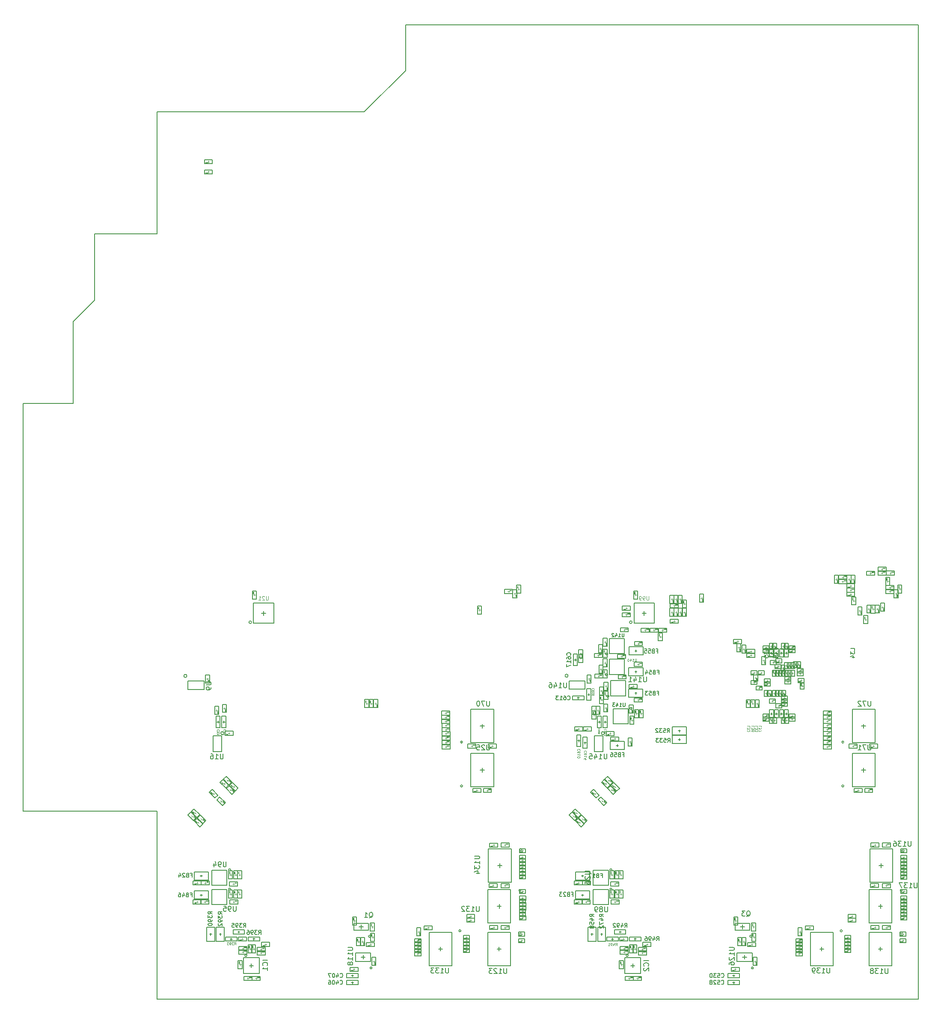
<source format=gbr>
G04 #@! TF.FileFunction,Other,Fab,Bot*
%FSLAX46Y46*%
G04 Gerber Fmt 4.6, Leading zero omitted, Abs format (unit mm)*
G04 Created by KiCad (PCBNEW 4.0.7-e2-6376~61~ubuntu18.04.1) date Mon May 30 11:29:29 2022*
%MOMM*%
%LPD*%
G01*
G04 APERTURE LIST*
%ADD10C,0.150000*%
%ADD11C,0.200000*%
%ADD12C,0.050000*%
%ADD13C,0.020000*%
%ADD14C,0.125000*%
%ADD15C,0.100000*%
%ADD16C,0.075000*%
%ADD17C,0.031750*%
G04 APERTURE END LIST*
D10*
D11*
X63390000Y-111490000D02*
X63390000Y-87350000D01*
X50960000Y-111490000D02*
X63390000Y-111490000D01*
X50960000Y-124590000D02*
X50960000Y-111490000D01*
X46770000Y-128780000D02*
X50960000Y-124590000D01*
X46770000Y-145000000D02*
X46770000Y-128780000D01*
X36820000Y-145000000D02*
X46770000Y-145000000D01*
X63390000Y-225550000D02*
X63390000Y-262740000D01*
X36820000Y-225550000D02*
X63390000Y-225550000D01*
X36820000Y-145000000D02*
X36820000Y-225550000D01*
X104330000Y-87350000D02*
X63390000Y-87350000D01*
X112510000Y-79170000D02*
X104330000Y-87350000D01*
X112510000Y-70160000D02*
X112510000Y-79170000D01*
X213990000Y-70160000D02*
X112510000Y-70160000D01*
X213990000Y-262740000D02*
X213990000Y-70160000D01*
X63390000Y-262740000D02*
X213990000Y-262740000D01*
D10*
X121680000Y-249510000D02*
X121680000Y-256110000D01*
X117180000Y-249510000D02*
X117180000Y-256110000D01*
X121680000Y-256110000D02*
X117180000Y-256110000D01*
X121680000Y-249510000D02*
X117180000Y-249510000D01*
X119830000Y-252810000D02*
X119030000Y-252810000D01*
X119430000Y-252410000D02*
X119430000Y-253210000D01*
X123470000Y-249240000D02*
G75*
G03X123470000Y-249240000I-200000J0D01*
G01*
D11*
X151877898Y-210164160D02*
G75*
G03X151877898Y-210164160I-306678J0D01*
G01*
D10*
X151565000Y-210675000D02*
X149915000Y-210675000D01*
X149915000Y-210750000D02*
X149915000Y-213750000D01*
X151565000Y-213825000D02*
X149915000Y-213825000D01*
X151565000Y-213825000D02*
X151565000Y-210675000D01*
D11*
X76577898Y-210164160D02*
G75*
G03X76577898Y-210164160I-306678J0D01*
G01*
D10*
X76115000Y-210685000D02*
X74465000Y-210685000D01*
X74465000Y-210760000D02*
X74465000Y-213760000D01*
X76115000Y-213835000D02*
X74465000Y-213835000D01*
X76115000Y-213835000D02*
X76115000Y-210685000D01*
D12*
X155480000Y-250870000D02*
X155880000Y-250870000D01*
X155680000Y-251070000D02*
X155680000Y-250670000D01*
D10*
X154880000Y-251270000D02*
X156480000Y-251270000D01*
X156480000Y-251270000D02*
X156480000Y-250470000D01*
X156480000Y-250470000D02*
X154880000Y-250470000D01*
X154880000Y-250470000D02*
X154880000Y-251270000D01*
D12*
X152911927Y-219673417D02*
X152629085Y-219390575D01*
X152911927Y-219390575D02*
X152629085Y-219673417D01*
D10*
X153619034Y-219814839D02*
X152487663Y-218683468D01*
X152487663Y-218683468D02*
X151921978Y-219249153D01*
X151921978Y-219249153D02*
X153053349Y-220380524D01*
X153053349Y-220380524D02*
X153619034Y-219814839D01*
X158110000Y-193700000D02*
X158110000Y-194100000D01*
X158310000Y-193900000D02*
X157910000Y-193900000D01*
X159510000Y-193100000D02*
X156710000Y-193100000D01*
X156710000Y-193100000D02*
X156710000Y-194700000D01*
X156710000Y-194700000D02*
X159510000Y-194700000D01*
X159510000Y-194700000D02*
X159510000Y-193100000D01*
X158100000Y-197800000D02*
X158100000Y-198200000D01*
X158300000Y-198000000D02*
X157900000Y-198000000D01*
X159500000Y-197200000D02*
X156700000Y-197200000D01*
X156700000Y-197200000D02*
X156700000Y-198800000D01*
X156700000Y-198800000D02*
X159500000Y-198800000D01*
X159500000Y-198800000D02*
X159500000Y-197200000D01*
D12*
X150860000Y-194800000D02*
X150460000Y-194800000D01*
X150660000Y-194600000D02*
X150660000Y-195000000D01*
D10*
X151460000Y-194400000D02*
X149860000Y-194400000D01*
X149860000Y-194400000D02*
X149860000Y-195200000D01*
X149860000Y-195200000D02*
X151460000Y-195200000D01*
X151460000Y-195200000D02*
X151460000Y-194400000D01*
D12*
X152010000Y-192360000D02*
X152010000Y-191960000D01*
X152210000Y-192160000D02*
X151810000Y-192160000D01*
D10*
X152410000Y-192960000D02*
X152410000Y-191360000D01*
X152410000Y-191360000D02*
X151610000Y-191360000D01*
X151610000Y-191360000D02*
X151610000Y-192960000D01*
X151610000Y-192960000D02*
X152410000Y-192960000D01*
D12*
X151110000Y-193650000D02*
X151110000Y-193250000D01*
X151310000Y-193450000D02*
X150910000Y-193450000D01*
D10*
X151510000Y-194250000D02*
X151510000Y-192650000D01*
X151510000Y-192650000D02*
X150710000Y-192650000D01*
X150710000Y-192650000D02*
X150710000Y-194250000D01*
X150710000Y-194250000D02*
X151510000Y-194250000D01*
D12*
X151990000Y-194150000D02*
X151990000Y-194550000D01*
X151790000Y-194350000D02*
X152190000Y-194350000D01*
D10*
X151590000Y-193550000D02*
X151590000Y-195150000D01*
X151590000Y-195150000D02*
X152390000Y-195150000D01*
X152390000Y-195150000D02*
X152390000Y-193550000D01*
X152390000Y-193550000D02*
X151590000Y-193550000D01*
D12*
X155470000Y-194970000D02*
X155070000Y-194970000D01*
X155270000Y-194770000D02*
X155270000Y-195170000D01*
D10*
X156070000Y-194570000D02*
X154470000Y-194570000D01*
X154470000Y-194570000D02*
X154470000Y-195370000D01*
X154470000Y-195370000D02*
X156070000Y-195370000D01*
X156070000Y-195370000D02*
X156070000Y-194570000D01*
D12*
X158810000Y-192440000D02*
X158410000Y-192440000D01*
X158610000Y-192240000D02*
X158610000Y-192640000D01*
D10*
X159410000Y-192040000D02*
X157810000Y-192040000D01*
X157810000Y-192040000D02*
X157810000Y-192840000D01*
X157810000Y-192840000D02*
X159410000Y-192840000D01*
X159410000Y-192840000D02*
X159410000Y-192040000D01*
D12*
X158790000Y-196550000D02*
X158390000Y-196550000D01*
X158590000Y-196350000D02*
X158590000Y-196750000D01*
D10*
X159390000Y-196150000D02*
X157790000Y-196150000D01*
X157790000Y-196150000D02*
X157790000Y-196950000D01*
X157790000Y-196950000D02*
X159390000Y-196950000D01*
X159390000Y-196950000D02*
X159390000Y-196150000D01*
X155850000Y-191430000D02*
X155850000Y-194430000D01*
X155850000Y-191430000D02*
X152850000Y-191430000D01*
D11*
X152530000Y-194520000D02*
G75*
G03X152530000Y-194520000I-200000J0D01*
G01*
D10*
X155850000Y-194430000D02*
X152850000Y-194430000D01*
X152850000Y-191430000D02*
X152850000Y-194430000D01*
X155830000Y-195530000D02*
X155830000Y-198530000D01*
X155830000Y-195530000D02*
X152830000Y-195530000D01*
D11*
X152510000Y-198620000D02*
G75*
G03X152510000Y-198620000I-200000J0D01*
G01*
D10*
X155830000Y-198530000D02*
X152830000Y-198530000D01*
X152830000Y-195530000D02*
X152830000Y-198530000D01*
D12*
X150940000Y-198890000D02*
X150540000Y-198890000D01*
X150740000Y-198690000D02*
X150740000Y-199090000D01*
D10*
X151540000Y-198490000D02*
X149940000Y-198490000D01*
X149940000Y-198490000D02*
X149940000Y-199290000D01*
X149940000Y-199290000D02*
X151540000Y-199290000D01*
X151540000Y-199290000D02*
X151540000Y-198490000D01*
D12*
X152010000Y-196450000D02*
X152010000Y-196050000D01*
X152210000Y-196250000D02*
X151810000Y-196250000D01*
D10*
X152410000Y-197050000D02*
X152410000Y-195450000D01*
X152410000Y-195450000D02*
X151610000Y-195450000D01*
X151610000Y-195450000D02*
X151610000Y-197050000D01*
X151610000Y-197050000D02*
X152410000Y-197050000D01*
D12*
X151190000Y-197730000D02*
X151190000Y-197330000D01*
X151390000Y-197530000D02*
X150990000Y-197530000D01*
D10*
X151590000Y-198330000D02*
X151590000Y-196730000D01*
X151590000Y-196730000D02*
X150790000Y-196730000D01*
X150790000Y-196730000D02*
X150790000Y-198330000D01*
X150790000Y-198330000D02*
X151590000Y-198330000D01*
D12*
X152010000Y-198250000D02*
X152010000Y-198650000D01*
X151810000Y-198450000D02*
X152210000Y-198450000D01*
D10*
X151610000Y-197650000D02*
X151610000Y-199250000D01*
X151610000Y-199250000D02*
X152410000Y-199250000D01*
X152410000Y-199250000D02*
X152410000Y-197650000D01*
X152410000Y-197650000D02*
X151610000Y-197650000D01*
D12*
X155590000Y-199030000D02*
X155190000Y-199030000D01*
X155390000Y-198830000D02*
X155390000Y-199230000D01*
D10*
X156190000Y-198630000D02*
X154590000Y-198630000D01*
X154590000Y-198630000D02*
X154590000Y-199430000D01*
X154590000Y-199430000D02*
X156190000Y-199430000D01*
X156190000Y-199430000D02*
X156190000Y-198630000D01*
D12*
X147190000Y-194660000D02*
X147190000Y-194260000D01*
X147390000Y-194460000D02*
X146990000Y-194460000D01*
D10*
X147590000Y-195260000D02*
X147590000Y-193660000D01*
X147590000Y-193660000D02*
X146790000Y-193660000D01*
X146790000Y-193660000D02*
X146790000Y-195260000D01*
X146790000Y-195260000D02*
X147590000Y-195260000D01*
D12*
X147190000Y-195160000D02*
X147190000Y-195560000D01*
X146990000Y-195360000D02*
X147390000Y-195360000D01*
D10*
X146790000Y-194560000D02*
X146790000Y-196160000D01*
X146790000Y-196160000D02*
X147590000Y-196160000D01*
X147590000Y-196160000D02*
X147590000Y-194560000D01*
X147590000Y-194560000D02*
X146790000Y-194560000D01*
D12*
X146580000Y-209320000D02*
X146980000Y-209320000D01*
X146780000Y-209520000D02*
X146780000Y-209120000D01*
D10*
X145980000Y-209720000D02*
X147580000Y-209720000D01*
X147580000Y-209720000D02*
X147580000Y-208920000D01*
X147580000Y-208920000D02*
X145980000Y-208920000D01*
X145980000Y-208920000D02*
X145980000Y-209720000D01*
D12*
X148290000Y-209330000D02*
X148690000Y-209330000D01*
X148490000Y-209530000D02*
X148490000Y-209130000D01*
D10*
X147690000Y-209730000D02*
X149290000Y-209730000D01*
X149290000Y-209730000D02*
X149290000Y-208930000D01*
X149290000Y-208930000D02*
X147690000Y-208930000D01*
X147690000Y-208930000D02*
X147690000Y-209730000D01*
X154420000Y-212410000D02*
X154420000Y-212810000D01*
X154620000Y-212610000D02*
X154220000Y-212610000D01*
X155820000Y-211810000D02*
X153020000Y-211810000D01*
X153020000Y-211810000D02*
X153020000Y-213410000D01*
X153020000Y-213410000D02*
X155820000Y-213410000D01*
X155820000Y-213410000D02*
X155820000Y-211810000D01*
X146120000Y-195470000D02*
X146120000Y-195870000D01*
X145920000Y-195670000D02*
X146320000Y-195670000D01*
X145720000Y-194543000D02*
X145720000Y-196797000D01*
X145720000Y-196797000D02*
X146520000Y-196797000D01*
X146520000Y-196797000D02*
X146520000Y-194543000D01*
X146520000Y-194543000D02*
X145720000Y-194543000D01*
X148780000Y-202310000D02*
X148780000Y-202710000D01*
X148580000Y-202510000D02*
X148980000Y-202510000D01*
X148380000Y-201383000D02*
X148380000Y-203637000D01*
X148380000Y-203637000D02*
X149180000Y-203637000D01*
X149180000Y-203637000D02*
X149180000Y-201383000D01*
X149180000Y-201383000D02*
X148380000Y-201383000D01*
X148040000Y-211850000D02*
X148040000Y-212250000D01*
X147840000Y-212050000D02*
X148240000Y-212050000D01*
X147640000Y-210923000D02*
X147640000Y-213177000D01*
X147640000Y-213177000D02*
X148440000Y-213177000D01*
X148440000Y-213177000D02*
X148440000Y-210923000D01*
X148440000Y-210923000D02*
X147640000Y-210923000D01*
X146490000Y-203170000D02*
X146890000Y-203170000D01*
X146690000Y-203370000D02*
X146690000Y-202970000D01*
X145563000Y-203570000D02*
X147817000Y-203570000D01*
X147817000Y-203570000D02*
X147817000Y-202770000D01*
X147817000Y-202770000D02*
X145563000Y-202770000D01*
X145563000Y-202770000D02*
X145563000Y-203570000D01*
D12*
X153720000Y-211310000D02*
X154120000Y-211310000D01*
X153920000Y-211510000D02*
X153920000Y-211110000D01*
D10*
X153120000Y-211710000D02*
X154720000Y-211710000D01*
X154720000Y-211710000D02*
X154720000Y-210910000D01*
X154720000Y-210910000D02*
X153120000Y-210910000D01*
X153120000Y-210910000D02*
X153120000Y-211710000D01*
X146810000Y-211830000D02*
X146810000Y-211430000D01*
X147010000Y-211630000D02*
X146610000Y-211630000D01*
X147210000Y-212757000D02*
X147210000Y-210503000D01*
X147210000Y-210503000D02*
X146410000Y-210503000D01*
X146410000Y-210503000D02*
X146410000Y-212757000D01*
X146410000Y-212757000D02*
X147210000Y-212757000D01*
D12*
X156980000Y-212090000D02*
X156980000Y-211690000D01*
X157180000Y-211890000D02*
X156780000Y-211890000D01*
D10*
X157380000Y-212690000D02*
X157380000Y-211090000D01*
X157380000Y-211090000D02*
X156580000Y-211090000D01*
X156580000Y-211090000D02*
X156580000Y-212690000D01*
X156580000Y-212690000D02*
X157380000Y-212690000D01*
X153590000Y-208340000D02*
X153590000Y-205340000D01*
X153590000Y-208340000D02*
X156590000Y-208340000D01*
D11*
X157310000Y-205250000D02*
G75*
G03X157310000Y-205250000I-200000J0D01*
G01*
D10*
X153590000Y-205340000D02*
X156590000Y-205340000D01*
X156590000Y-208340000D02*
X156590000Y-205340000D01*
D12*
X159150000Y-206100000D02*
X159150000Y-206500000D01*
X158950000Y-206300000D02*
X159350000Y-206300000D01*
D10*
X158750000Y-205500000D02*
X158750000Y-207100000D01*
X158750000Y-207100000D02*
X159550000Y-207100000D01*
X159550000Y-207100000D02*
X159550000Y-205500000D01*
X159550000Y-205500000D02*
X158750000Y-205500000D01*
D12*
X157310000Y-207420000D02*
X157310000Y-207820000D01*
X157110000Y-207620000D02*
X157510000Y-207620000D01*
D10*
X156910000Y-206820000D02*
X156910000Y-208420000D01*
X156910000Y-208420000D02*
X157710000Y-208420000D01*
X157710000Y-208420000D02*
X157710000Y-206820000D01*
X157710000Y-206820000D02*
X156910000Y-206820000D01*
D12*
X158210000Y-206110000D02*
X158210000Y-206510000D01*
X158010000Y-206310000D02*
X158410000Y-206310000D01*
D10*
X157810000Y-205510000D02*
X157810000Y-207110000D01*
X157810000Y-207110000D02*
X158610000Y-207110000D01*
X158610000Y-207110000D02*
X158610000Y-205510000D01*
X158610000Y-205510000D02*
X157810000Y-205510000D01*
D12*
X149820000Y-205860000D02*
X149820000Y-205460000D01*
X150020000Y-205660000D02*
X149620000Y-205660000D01*
D10*
X150220000Y-206460000D02*
X150220000Y-204860000D01*
X150220000Y-204860000D02*
X149420000Y-204860000D01*
X149420000Y-204860000D02*
X149420000Y-206460000D01*
X149420000Y-206460000D02*
X150220000Y-206460000D01*
D12*
X149820000Y-206360000D02*
X149820000Y-206760000D01*
X149620000Y-206560000D02*
X150020000Y-206560000D01*
D10*
X149420000Y-205760000D02*
X149420000Y-207360000D01*
X149420000Y-207360000D02*
X150220000Y-207360000D01*
X150220000Y-207360000D02*
X150220000Y-205760000D01*
X150220000Y-205760000D02*
X149420000Y-205760000D01*
D12*
X157160000Y-205610000D02*
X157160000Y-205210000D01*
X157360000Y-205410000D02*
X156960000Y-205410000D01*
D10*
X157560000Y-206210000D02*
X157560000Y-204610000D01*
X157560000Y-204610000D02*
X156760000Y-204610000D01*
X156760000Y-204610000D02*
X156760000Y-206210000D01*
X156760000Y-206210000D02*
X157560000Y-206210000D01*
X152020000Y-207740000D02*
X152020000Y-208140000D01*
X151820000Y-207940000D02*
X152220000Y-207940000D01*
X151620000Y-206813000D02*
X151620000Y-209067000D01*
X151620000Y-209067000D02*
X152420000Y-209067000D01*
X152420000Y-209067000D02*
X152420000Y-206813000D01*
X152420000Y-206813000D02*
X151620000Y-206813000D01*
X150870000Y-207740000D02*
X150870000Y-208140000D01*
X150670000Y-207940000D02*
X151070000Y-207940000D01*
X150470000Y-206813000D02*
X150470000Y-209067000D01*
X150470000Y-209067000D02*
X151270000Y-209067000D01*
X151270000Y-209067000D02*
X151270000Y-206813000D01*
X151270000Y-206813000D02*
X150470000Y-206813000D01*
X156090000Y-199770000D02*
X156090000Y-202770000D01*
X156090000Y-199770000D02*
X153090000Y-199770000D01*
D11*
X152770000Y-202860000D02*
G75*
G03X152770000Y-202860000I-200000J0D01*
G01*
D10*
X156090000Y-202770000D02*
X153090000Y-202770000D01*
X153090000Y-199770000D02*
X153090000Y-202770000D01*
D12*
X150590000Y-205860000D02*
X150590000Y-205460000D01*
X150790000Y-205660000D02*
X150390000Y-205660000D01*
D10*
X150990000Y-206460000D02*
X150990000Y-204860000D01*
X150990000Y-204860000D02*
X150190000Y-204860000D01*
X150190000Y-204860000D02*
X150190000Y-206460000D01*
X150190000Y-206460000D02*
X150990000Y-206460000D01*
D12*
X151290000Y-203360000D02*
X151290000Y-203760000D01*
X151090000Y-203560000D02*
X151490000Y-203560000D01*
D10*
X150890000Y-202760000D02*
X150890000Y-204360000D01*
X150890000Y-204360000D02*
X151690000Y-204360000D01*
X151690000Y-204360000D02*
X151690000Y-202760000D01*
X151690000Y-202760000D02*
X150890000Y-202760000D01*
D12*
X152170000Y-201100000D02*
X152170000Y-200700000D01*
X152370000Y-200900000D02*
X151970000Y-200900000D01*
D10*
X152570000Y-201700000D02*
X152570000Y-200100000D01*
X152570000Y-200100000D02*
X151770000Y-200100000D01*
X151770000Y-200100000D02*
X151770000Y-201700000D01*
X151770000Y-201700000D02*
X152570000Y-201700000D01*
D12*
X151280000Y-202000000D02*
X151280000Y-201600000D01*
X151480000Y-201800000D02*
X151080000Y-201800000D01*
D10*
X151680000Y-202600000D02*
X151680000Y-201000000D01*
X151680000Y-201000000D02*
X150880000Y-201000000D01*
X150880000Y-201000000D02*
X150880000Y-202600000D01*
X150880000Y-202600000D02*
X151680000Y-202600000D01*
X158090000Y-202040000D02*
X158090000Y-202440000D01*
X158290000Y-202240000D02*
X157890000Y-202240000D01*
X159490000Y-201440000D02*
X156690000Y-201440000D01*
X156690000Y-201440000D02*
X156690000Y-203040000D01*
X156690000Y-203040000D02*
X159490000Y-203040000D01*
X159490000Y-203040000D02*
X159490000Y-201440000D01*
D12*
X152180000Y-202500000D02*
X152180000Y-202900000D01*
X151980000Y-202700000D02*
X152380000Y-202700000D01*
D10*
X151780000Y-201900000D02*
X151780000Y-203500000D01*
X151780000Y-203500000D02*
X152580000Y-203500000D01*
X152580000Y-203500000D02*
X152580000Y-201900000D01*
X152580000Y-201900000D02*
X151780000Y-201900000D01*
D12*
X157370000Y-200910000D02*
X157770000Y-200910000D01*
X157570000Y-201110000D02*
X157570000Y-200710000D01*
D10*
X156770000Y-201310000D02*
X158370000Y-201310000D01*
X158370000Y-201310000D02*
X158370000Y-200510000D01*
X158370000Y-200510000D02*
X156770000Y-200510000D01*
X156770000Y-200510000D02*
X156770000Y-201310000D01*
D12*
X158780000Y-203590000D02*
X158380000Y-203590000D01*
X158580000Y-203390000D02*
X158580000Y-203790000D01*
D10*
X159380000Y-203190000D02*
X157780000Y-203190000D01*
X157780000Y-203190000D02*
X157780000Y-203990000D01*
X157780000Y-203990000D02*
X159380000Y-203990000D01*
X159380000Y-203990000D02*
X159380000Y-203190000D01*
X200900000Y-220750000D02*
X200900000Y-214150000D01*
X205400000Y-220750000D02*
X205400000Y-214150000D01*
X200900000Y-214150000D02*
X205400000Y-214150000D01*
X200900000Y-220750000D02*
X205400000Y-220750000D01*
X202750000Y-217450000D02*
X203550000Y-217450000D01*
X203150000Y-217850000D02*
X203150000Y-217050000D01*
X199240000Y-220600000D02*
G75*
G03X199240000Y-220600000I-200000J0D01*
G01*
X133300000Y-241080000D02*
X133300000Y-247680000D01*
X128800000Y-241080000D02*
X128800000Y-247680000D01*
X133300000Y-247680000D02*
X128800000Y-247680000D01*
X133300000Y-241080000D02*
X128800000Y-241080000D01*
X131450000Y-244380000D02*
X130650000Y-244380000D01*
X131050000Y-243980000D02*
X131050000Y-244780000D01*
X135360000Y-241230000D02*
G75*
G03X135360000Y-241230000I-200000J0D01*
G01*
X72100000Y-242370000D02*
X72100000Y-241970000D01*
X71900000Y-242170000D02*
X72300000Y-242170000D01*
X70700000Y-242970000D02*
X73500000Y-242970000D01*
X73500000Y-242970000D02*
X73500000Y-241370000D01*
X73500000Y-241370000D02*
X70700000Y-241370000D01*
X70700000Y-241370000D02*
X70700000Y-242970000D01*
X190690000Y-197210000D02*
X190690000Y-196010000D01*
X190690000Y-196010000D02*
X189890000Y-196010000D01*
X189890000Y-196010000D02*
X189890000Y-197210000D01*
X189890000Y-197210000D02*
X190690000Y-197210000D01*
D12*
X190290000Y-196810000D02*
X190290000Y-196410000D01*
X190090000Y-196610000D02*
X190490000Y-196610000D01*
D10*
X190090000Y-197210000D02*
X190090000Y-196010000D01*
X190090000Y-196010000D02*
X189290000Y-196010000D01*
X189290000Y-196010000D02*
X189290000Y-197210000D01*
X189290000Y-197210000D02*
X190090000Y-197210000D01*
D12*
X189690000Y-196810000D02*
X189690000Y-196410000D01*
X189490000Y-196610000D02*
X189890000Y-196610000D01*
D10*
X187490000Y-197710000D02*
X187490000Y-198910000D01*
X187490000Y-198910000D02*
X188290000Y-198910000D01*
X188290000Y-198910000D02*
X188290000Y-197710000D01*
X188290000Y-197710000D02*
X187490000Y-197710000D01*
D12*
X187890000Y-198110000D02*
X187890000Y-198510000D01*
X188090000Y-198310000D02*
X187690000Y-198310000D01*
D10*
X188290000Y-197410000D02*
X188290000Y-196210000D01*
X188290000Y-196210000D02*
X187490000Y-196210000D01*
X187490000Y-196210000D02*
X187490000Y-197410000D01*
X187490000Y-197410000D02*
X188290000Y-197410000D01*
D12*
X187890000Y-197010000D02*
X187890000Y-196610000D01*
X187690000Y-196810000D02*
X188090000Y-196810000D01*
D10*
X188090000Y-197710000D02*
X188090000Y-198910000D01*
X188090000Y-198910000D02*
X188890000Y-198910000D01*
X188890000Y-198910000D02*
X188890000Y-197710000D01*
X188890000Y-197710000D02*
X188090000Y-197710000D01*
D12*
X188490000Y-198110000D02*
X188490000Y-198510000D01*
X188690000Y-198310000D02*
X188290000Y-198310000D01*
D10*
X182300000Y-198630000D02*
X183500000Y-198630000D01*
X183500000Y-198630000D02*
X183500000Y-197830000D01*
X183500000Y-197830000D02*
X182300000Y-197830000D01*
X182300000Y-197830000D02*
X182300000Y-198630000D01*
D12*
X182700000Y-198230000D02*
X183100000Y-198230000D01*
X182900000Y-198030000D02*
X182900000Y-198430000D01*
D10*
X184300000Y-202910000D02*
X184300000Y-201710000D01*
X184300000Y-201710000D02*
X183500000Y-201710000D01*
X183500000Y-201710000D02*
X183500000Y-202910000D01*
X183500000Y-202910000D02*
X184300000Y-202910000D01*
D12*
X183900000Y-202510000D02*
X183900000Y-202110000D01*
X183700000Y-202310000D02*
X184100000Y-202310000D01*
D10*
X188890000Y-197410000D02*
X188890000Y-196210000D01*
X188890000Y-196210000D02*
X188090000Y-196210000D01*
X188090000Y-196210000D02*
X188090000Y-197410000D01*
X188090000Y-197410000D02*
X188890000Y-197410000D01*
D12*
X188490000Y-197010000D02*
X188490000Y-196610000D01*
X188290000Y-196810000D02*
X188690000Y-196810000D01*
D10*
X184900000Y-202910000D02*
X184900000Y-201710000D01*
X184900000Y-201710000D02*
X184100000Y-201710000D01*
X184100000Y-201710000D02*
X184100000Y-202910000D01*
X184100000Y-202910000D02*
X184900000Y-202910000D01*
D12*
X184500000Y-202510000D02*
X184500000Y-202110000D01*
X184300000Y-202310000D02*
X184700000Y-202310000D01*
D10*
X188690000Y-197710000D02*
X188690000Y-198910000D01*
X188690000Y-198910000D02*
X189490000Y-198910000D01*
X189490000Y-198910000D02*
X189490000Y-197710000D01*
X189490000Y-197710000D02*
X188690000Y-197710000D01*
D12*
X189090000Y-198110000D02*
X189090000Y-198510000D01*
X189290000Y-198310000D02*
X188890000Y-198310000D01*
D10*
X189490000Y-197410000D02*
X189490000Y-196210000D01*
X189490000Y-196210000D02*
X188690000Y-196210000D01*
X188690000Y-196210000D02*
X188690000Y-197410000D01*
X188690000Y-197410000D02*
X189490000Y-197410000D01*
D12*
X189090000Y-197010000D02*
X189090000Y-196610000D01*
X188890000Y-196810000D02*
X189290000Y-196810000D01*
D10*
X182100000Y-199730000D02*
X180900000Y-199730000D01*
X180900000Y-199730000D02*
X180900000Y-200530000D01*
X180900000Y-200530000D02*
X182100000Y-200530000D01*
X182100000Y-200530000D02*
X182100000Y-199730000D01*
D12*
X181700000Y-200130000D02*
X181300000Y-200130000D01*
X181500000Y-200330000D02*
X181500000Y-199930000D01*
D10*
X186890000Y-197710000D02*
X186890000Y-198910000D01*
X186890000Y-198910000D02*
X187690000Y-198910000D01*
X187690000Y-198910000D02*
X187690000Y-197710000D01*
X187690000Y-197710000D02*
X186890000Y-197710000D01*
D12*
X187290000Y-198110000D02*
X187290000Y-198510000D01*
X187490000Y-198310000D02*
X187090000Y-198310000D01*
D10*
X186290000Y-197710000D02*
X186290000Y-198910000D01*
X186290000Y-198910000D02*
X187090000Y-198910000D01*
X187090000Y-198910000D02*
X187090000Y-197710000D01*
X187090000Y-197710000D02*
X186290000Y-197710000D01*
D12*
X186690000Y-198110000D02*
X186690000Y-198510000D01*
X186890000Y-198310000D02*
X186490000Y-198310000D01*
D10*
X183500000Y-200230000D02*
X184700000Y-200230000D01*
X184700000Y-200230000D02*
X184700000Y-199430000D01*
X184700000Y-199430000D02*
X183500000Y-199430000D01*
X183500000Y-199430000D02*
X183500000Y-200230000D01*
D12*
X183900000Y-199830000D02*
X184300000Y-199830000D01*
X184100000Y-199630000D02*
X184100000Y-200030000D01*
D10*
X187700000Y-202910000D02*
X187700000Y-201710000D01*
X187700000Y-201710000D02*
X186900000Y-201710000D01*
X186900000Y-201710000D02*
X186900000Y-202910000D01*
X186900000Y-202910000D02*
X187700000Y-202910000D01*
D12*
X187300000Y-202510000D02*
X187300000Y-202110000D01*
X187100000Y-202310000D02*
X187500000Y-202310000D01*
D10*
X183500000Y-200830000D02*
X184700000Y-200830000D01*
X184700000Y-200830000D02*
X184700000Y-200030000D01*
X184700000Y-200030000D02*
X183500000Y-200030000D01*
X183500000Y-200030000D02*
X183500000Y-200830000D01*
D12*
X183900000Y-200430000D02*
X184300000Y-200430000D01*
X184100000Y-200230000D02*
X184100000Y-200630000D01*
D10*
X185690000Y-197710000D02*
X185690000Y-198910000D01*
X185690000Y-198910000D02*
X186490000Y-198910000D01*
X186490000Y-198910000D02*
X186490000Y-197710000D01*
X186490000Y-197710000D02*
X185690000Y-197710000D01*
D12*
X186090000Y-198110000D02*
X186090000Y-198510000D01*
X186290000Y-198310000D02*
X185890000Y-198310000D01*
D10*
X187100000Y-202910000D02*
X187100000Y-201710000D01*
X187100000Y-201710000D02*
X186300000Y-201710000D01*
X186300000Y-201710000D02*
X186300000Y-202910000D01*
X186300000Y-202910000D02*
X187100000Y-202910000D01*
D12*
X186700000Y-202510000D02*
X186700000Y-202110000D01*
X186500000Y-202310000D02*
X186900000Y-202310000D01*
D10*
X185090000Y-197710000D02*
X185090000Y-198910000D01*
X185090000Y-198910000D02*
X185890000Y-198910000D01*
X185890000Y-198910000D02*
X185890000Y-197710000D01*
X185890000Y-197710000D02*
X185090000Y-197710000D01*
D12*
X185490000Y-198110000D02*
X185490000Y-198510000D01*
X185690000Y-198310000D02*
X185290000Y-198310000D01*
D10*
X186500000Y-202910000D02*
X186500000Y-201710000D01*
X186500000Y-201710000D02*
X185700000Y-201710000D01*
X185700000Y-201710000D02*
X185700000Y-202910000D01*
X185700000Y-202910000D02*
X186500000Y-202910000D01*
D12*
X186100000Y-202510000D02*
X186100000Y-202110000D01*
X185900000Y-202310000D02*
X186300000Y-202310000D01*
D10*
X185800000Y-196280000D02*
X187000000Y-196280000D01*
X187000000Y-196280000D02*
X187000000Y-195480000D01*
X187000000Y-195480000D02*
X185800000Y-195480000D01*
X185800000Y-195480000D02*
X185800000Y-196280000D01*
D12*
X186200000Y-195880000D02*
X186600000Y-195880000D01*
X186400000Y-195680000D02*
X186400000Y-196080000D01*
D10*
X188790000Y-199610000D02*
X187590000Y-199610000D01*
X187590000Y-199610000D02*
X187590000Y-200410000D01*
X187590000Y-200410000D02*
X188790000Y-200410000D01*
X188790000Y-200410000D02*
X188790000Y-199610000D01*
D12*
X188390000Y-200010000D02*
X187990000Y-200010000D01*
X188190000Y-200210000D02*
X188190000Y-199810000D01*
D10*
X185900000Y-202910000D02*
X185900000Y-201710000D01*
X185900000Y-201710000D02*
X185100000Y-201710000D01*
X185100000Y-201710000D02*
X185100000Y-202910000D01*
X185100000Y-202910000D02*
X185900000Y-202910000D01*
D12*
X185500000Y-202510000D02*
X185500000Y-202110000D01*
X185300000Y-202310000D02*
X185700000Y-202310000D01*
D10*
X188790000Y-199010000D02*
X187590000Y-199010000D01*
X187590000Y-199010000D02*
X187590000Y-199810000D01*
X187590000Y-199810000D02*
X188790000Y-199810000D01*
X188790000Y-199810000D02*
X188790000Y-199010000D01*
D12*
X188390000Y-199410000D02*
X187990000Y-199410000D01*
X188190000Y-199610000D02*
X188190000Y-199210000D01*
D10*
X187000000Y-204370000D02*
X185800000Y-204370000D01*
X185800000Y-204370000D02*
X185800000Y-205170000D01*
X185800000Y-205170000D02*
X187000000Y-205170000D01*
X187000000Y-205170000D02*
X187000000Y-204370000D01*
D12*
X186600000Y-204770000D02*
X186200000Y-204770000D01*
X186400000Y-204970000D02*
X186400000Y-204570000D01*
D10*
X191190000Y-197410000D02*
X189990000Y-197410000D01*
X189990000Y-197410000D02*
X189990000Y-198210000D01*
X189990000Y-198210000D02*
X191190000Y-198210000D01*
X191190000Y-198210000D02*
X191190000Y-197410000D01*
D12*
X190790000Y-197810000D02*
X190390000Y-197810000D01*
X190590000Y-198010000D02*
X190590000Y-197610000D01*
D10*
X191190000Y-198010000D02*
X189990000Y-198010000D01*
X189990000Y-198010000D02*
X189990000Y-198810000D01*
X189990000Y-198810000D02*
X191190000Y-198810000D01*
X191190000Y-198810000D02*
X191190000Y-198010000D01*
D12*
X190790000Y-198410000D02*
X190390000Y-198410000D01*
X190590000Y-198610000D02*
X190590000Y-198210000D01*
D10*
X185700000Y-203410000D02*
X184500000Y-203410000D01*
X184500000Y-203410000D02*
X184500000Y-204210000D01*
X184500000Y-204210000D02*
X185700000Y-204210000D01*
X185700000Y-204210000D02*
X185700000Y-203410000D01*
D12*
X185300000Y-203810000D02*
X184900000Y-203810000D01*
X185100000Y-204010000D02*
X185100000Y-203610000D01*
D10*
X180900000Y-198630000D02*
X182100000Y-198630000D01*
X182100000Y-198630000D02*
X182100000Y-197830000D01*
X182100000Y-197830000D02*
X180900000Y-197830000D01*
X180900000Y-197830000D02*
X180900000Y-198630000D01*
D12*
X181300000Y-198230000D02*
X181700000Y-198230000D01*
X181500000Y-198030000D02*
X181500000Y-198430000D01*
D10*
X185890000Y-195810000D02*
X184690000Y-195810000D01*
X184690000Y-195810000D02*
X184690000Y-196610000D01*
X184690000Y-196610000D02*
X185890000Y-196610000D01*
X185890000Y-196610000D02*
X185890000Y-195810000D01*
D12*
X185490000Y-196210000D02*
X185090000Y-196210000D01*
X185290000Y-196410000D02*
X185290000Y-196010000D01*
D10*
X187590000Y-197870000D02*
X187590000Y-196670000D01*
X187590000Y-196670000D02*
X186790000Y-196670000D01*
X186790000Y-196670000D02*
X186790000Y-197870000D01*
X186790000Y-197870000D02*
X187590000Y-197870000D01*
D12*
X187190000Y-197470000D02*
X187190000Y-197070000D01*
X186990000Y-197270000D02*
X187390000Y-197270000D01*
D10*
X182200000Y-199830000D02*
X182200000Y-198630000D01*
X182200000Y-198630000D02*
X181400000Y-198630000D01*
X181400000Y-198630000D02*
X181400000Y-199830000D01*
X181400000Y-199830000D02*
X182200000Y-199830000D01*
D12*
X181800000Y-199430000D02*
X181800000Y-199030000D01*
X181600000Y-199230000D02*
X182000000Y-199230000D01*
D10*
X186910000Y-204840000D02*
X188110000Y-204840000D01*
X188110000Y-204840000D02*
X188110000Y-204040000D01*
X188110000Y-204040000D02*
X186910000Y-204040000D01*
X186910000Y-204040000D02*
X186910000Y-204840000D01*
D12*
X187310000Y-204440000D02*
X187710000Y-204440000D01*
X187510000Y-204240000D02*
X187510000Y-204640000D01*
D10*
X186900000Y-204210000D02*
X188100000Y-204210000D01*
X188100000Y-204210000D02*
X188100000Y-203410000D01*
X188100000Y-203410000D02*
X186900000Y-203410000D01*
X186900000Y-203410000D02*
X186900000Y-204210000D01*
D12*
X187300000Y-203810000D02*
X187700000Y-203810000D01*
X187500000Y-203610000D02*
X187500000Y-204010000D01*
D10*
X186900000Y-203610000D02*
X188100000Y-203610000D01*
X188100000Y-203610000D02*
X188100000Y-202810000D01*
X188100000Y-202810000D02*
X186900000Y-202810000D01*
X186900000Y-202810000D02*
X186900000Y-203610000D01*
D12*
X187300000Y-203210000D02*
X187700000Y-203210000D01*
X187500000Y-203010000D02*
X187500000Y-203410000D01*
D10*
X183080000Y-200850000D02*
X181880000Y-200850000D01*
X181880000Y-200850000D02*
X181880000Y-201650000D01*
X181880000Y-201650000D02*
X183080000Y-201650000D01*
X183080000Y-201650000D02*
X183080000Y-200850000D01*
D12*
X182680000Y-201250000D02*
X182280000Y-201250000D01*
X182480000Y-201450000D02*
X182480000Y-201050000D01*
X183390000Y-196010000D02*
X183390000Y-195610000D01*
X183590000Y-195810000D02*
X183190000Y-195810000D01*
D10*
X183790000Y-196610000D02*
X183790000Y-195010000D01*
X183790000Y-195010000D02*
X182990000Y-195010000D01*
X182990000Y-195010000D02*
X182990000Y-196610000D01*
X182990000Y-196610000D02*
X183790000Y-196610000D01*
X184530000Y-207030000D02*
X184530000Y-208230000D01*
X184530000Y-208230000D02*
X185330000Y-208230000D01*
X185330000Y-208230000D02*
X185330000Y-207030000D01*
X185330000Y-207030000D02*
X184530000Y-207030000D01*
D12*
X184930000Y-207430000D02*
X184930000Y-207830000D01*
X185130000Y-207630000D02*
X184730000Y-207630000D01*
D10*
X186890000Y-207030000D02*
X186890000Y-208230000D01*
X186890000Y-208230000D02*
X187690000Y-208230000D01*
X187690000Y-208230000D02*
X187690000Y-207030000D01*
X187690000Y-207030000D02*
X186890000Y-207030000D01*
D12*
X187290000Y-207430000D02*
X187290000Y-207830000D01*
X187490000Y-207630000D02*
X187090000Y-207630000D01*
D10*
X185130000Y-207030000D02*
X185130000Y-208230000D01*
X185130000Y-208230000D02*
X185930000Y-208230000D01*
X185930000Y-208230000D02*
X185930000Y-207030000D01*
X185930000Y-207030000D02*
X185130000Y-207030000D01*
D12*
X185530000Y-207430000D02*
X185530000Y-207830000D01*
X185730000Y-207630000D02*
X185330000Y-207630000D01*
D10*
X183230000Y-193680000D02*
X184430000Y-193680000D01*
X184430000Y-193680000D02*
X184430000Y-192880000D01*
X184430000Y-192880000D02*
X183230000Y-192880000D01*
X183230000Y-192880000D02*
X183230000Y-193680000D01*
D12*
X183630000Y-193280000D02*
X184030000Y-193280000D01*
X183830000Y-193080000D02*
X183830000Y-193480000D01*
D10*
X183240000Y-207770000D02*
X184440000Y-207770000D01*
X184440000Y-207770000D02*
X184440000Y-206970000D01*
X184440000Y-206970000D02*
X183240000Y-206970000D01*
X183240000Y-206970000D02*
X183240000Y-207770000D01*
D12*
X183640000Y-207370000D02*
X184040000Y-207370000D01*
X183840000Y-207170000D02*
X183840000Y-207570000D01*
D10*
X189570000Y-206970000D02*
X188370000Y-206970000D01*
X188370000Y-206970000D02*
X188370000Y-207770000D01*
X188370000Y-207770000D02*
X189570000Y-207770000D01*
X189570000Y-207770000D02*
X189570000Y-206970000D01*
D12*
X189170000Y-207370000D02*
X188770000Y-207370000D01*
X188970000Y-207570000D02*
X188970000Y-207170000D01*
D10*
X184940000Y-206540000D02*
X184940000Y-206140000D01*
X185140000Y-206340000D02*
X184740000Y-206340000D01*
X185340000Y-207140000D02*
X185340000Y-205540000D01*
X185340000Y-205540000D02*
X184540000Y-205540000D01*
X184540000Y-205540000D02*
X184540000Y-207140000D01*
X184540000Y-207140000D02*
X185340000Y-207140000D01*
X186920000Y-206540000D02*
X186920000Y-206140000D01*
X187120000Y-206340000D02*
X186720000Y-206340000D01*
X187320000Y-207140000D02*
X187320000Y-205540000D01*
X187320000Y-205540000D02*
X186520000Y-205540000D01*
X186520000Y-205540000D02*
X186520000Y-207140000D01*
X186520000Y-207140000D02*
X187320000Y-207140000D01*
X185890000Y-206540000D02*
X185890000Y-206140000D01*
X186090000Y-206340000D02*
X185690000Y-206340000D01*
X186290000Y-207140000D02*
X186290000Y-205540000D01*
X186290000Y-205540000D02*
X185490000Y-205540000D01*
X185490000Y-205540000D02*
X185490000Y-207140000D01*
X185490000Y-207140000D02*
X186290000Y-207140000D01*
X187880000Y-206540000D02*
X187880000Y-206140000D01*
X188080000Y-206340000D02*
X187680000Y-206340000D01*
X188280000Y-207140000D02*
X188280000Y-205540000D01*
X188280000Y-205540000D02*
X187480000Y-205540000D01*
X187480000Y-205540000D02*
X187480000Y-207140000D01*
X187480000Y-207140000D02*
X188280000Y-207140000D01*
X184430000Y-193490000D02*
X183230000Y-193490000D01*
X183230000Y-193490000D02*
X183230000Y-194290000D01*
X183230000Y-194290000D02*
X184430000Y-194290000D01*
X184430000Y-194290000D02*
X184430000Y-193490000D01*
D12*
X184030000Y-193890000D02*
X183630000Y-193890000D01*
X183830000Y-194090000D02*
X183830000Y-193690000D01*
D10*
X184440000Y-206370000D02*
X183240000Y-206370000D01*
X183240000Y-206370000D02*
X183240000Y-207170000D01*
X183240000Y-207170000D02*
X184440000Y-207170000D01*
X184440000Y-207170000D02*
X184440000Y-206370000D01*
D12*
X184040000Y-206770000D02*
X183640000Y-206770000D01*
X183840000Y-206970000D02*
X183840000Y-206570000D01*
D10*
X188370000Y-207170000D02*
X189570000Y-207170000D01*
X189570000Y-207170000D02*
X189570000Y-206370000D01*
X189570000Y-206370000D02*
X188370000Y-206370000D01*
X188370000Y-206370000D02*
X188370000Y-207170000D01*
D12*
X188770000Y-206770000D02*
X189170000Y-206770000D01*
X188970000Y-206570000D02*
X188970000Y-206970000D01*
X73100000Y-239770000D02*
X72700000Y-239770000D01*
X72900000Y-239570000D02*
X72900000Y-239970000D01*
D10*
X73700000Y-239370000D02*
X72100000Y-239370000D01*
X72100000Y-239370000D02*
X72100000Y-240170000D01*
X72100000Y-240170000D02*
X73700000Y-240170000D01*
X73700000Y-240170000D02*
X73700000Y-239370000D01*
X190170000Y-200140000D02*
X191370000Y-200140000D01*
X191370000Y-200140000D02*
X191370000Y-199340000D01*
X191370000Y-199340000D02*
X190170000Y-199340000D01*
X190170000Y-199340000D02*
X190170000Y-200140000D01*
D12*
X190570000Y-199740000D02*
X190970000Y-199740000D01*
X190770000Y-199540000D02*
X190770000Y-199940000D01*
X180640000Y-194760000D02*
X181040000Y-194760000D01*
X180840000Y-194960000D02*
X180840000Y-194560000D01*
D10*
X180040000Y-195160000D02*
X181640000Y-195160000D01*
X181640000Y-195160000D02*
X181640000Y-194360000D01*
X181640000Y-194360000D02*
X180040000Y-194360000D01*
X180040000Y-194360000D02*
X180040000Y-195160000D01*
D12*
X178470000Y-193480000D02*
X178470000Y-193080000D01*
X178670000Y-193280000D02*
X178270000Y-193280000D01*
D10*
X178870000Y-194080000D02*
X178870000Y-192480000D01*
X178870000Y-192480000D02*
X178070000Y-192480000D01*
X178070000Y-192480000D02*
X178070000Y-194080000D01*
X178070000Y-194080000D02*
X178870000Y-194080000D01*
D12*
X178030000Y-192040000D02*
X178430000Y-192040000D01*
X178230000Y-192240000D02*
X178230000Y-191840000D01*
D10*
X177430000Y-192440000D02*
X179030000Y-192440000D01*
X179030000Y-192440000D02*
X179030000Y-191640000D01*
X179030000Y-191640000D02*
X177430000Y-191640000D01*
X177430000Y-191640000D02*
X177430000Y-192440000D01*
X185320000Y-193620000D02*
X185320000Y-192420000D01*
X185320000Y-192420000D02*
X184520000Y-192420000D01*
X184520000Y-192420000D02*
X184520000Y-193620000D01*
X184520000Y-193620000D02*
X185320000Y-193620000D01*
D12*
X184920000Y-193220000D02*
X184920000Y-192820000D01*
X184720000Y-193020000D02*
X185120000Y-193020000D01*
D10*
X187670000Y-193610000D02*
X187670000Y-192410000D01*
X187670000Y-192410000D02*
X186870000Y-192410000D01*
X186870000Y-192410000D02*
X186870000Y-193610000D01*
X186870000Y-193610000D02*
X187670000Y-193610000D01*
D12*
X187270000Y-193210000D02*
X187270000Y-192810000D01*
X187070000Y-193010000D02*
X187470000Y-193010000D01*
D10*
X185920000Y-193610000D02*
X185920000Y-192410000D01*
X185920000Y-192410000D02*
X185120000Y-192410000D01*
X185120000Y-192410000D02*
X185120000Y-193610000D01*
X185120000Y-193610000D02*
X185920000Y-193610000D01*
D12*
X185520000Y-193210000D02*
X185520000Y-192810000D01*
X185320000Y-193010000D02*
X185720000Y-193010000D01*
D10*
X187490000Y-207030000D02*
X187490000Y-208230000D01*
X187490000Y-208230000D02*
X188290000Y-208230000D01*
X188290000Y-208230000D02*
X188290000Y-207030000D01*
X188290000Y-207030000D02*
X187490000Y-207030000D01*
D12*
X187890000Y-207430000D02*
X187890000Y-207830000D01*
X188090000Y-207630000D02*
X187690000Y-207630000D01*
D10*
X188270000Y-193610000D02*
X188270000Y-192410000D01*
X188270000Y-192410000D02*
X187470000Y-192410000D01*
X187470000Y-192410000D02*
X187470000Y-193610000D01*
X187470000Y-193610000D02*
X188270000Y-193610000D01*
D12*
X187870000Y-193210000D02*
X187870000Y-192810000D01*
X187670000Y-193010000D02*
X188070000Y-193010000D01*
D10*
X190600000Y-200240000D02*
X190600000Y-201440000D01*
X190600000Y-201440000D02*
X191400000Y-201440000D01*
X191400000Y-201440000D02*
X191400000Y-200240000D01*
X191400000Y-200240000D02*
X190600000Y-200240000D01*
D12*
X191000000Y-200640000D02*
X191000000Y-201040000D01*
X191200000Y-200840000D02*
X190800000Y-200840000D01*
D10*
X189570000Y-192880000D02*
X188370000Y-192880000D01*
X188370000Y-192880000D02*
X188370000Y-193680000D01*
X188370000Y-193680000D02*
X189570000Y-193680000D01*
X189570000Y-193680000D02*
X189570000Y-192880000D01*
D12*
X189170000Y-193280000D02*
X188770000Y-193280000D01*
X188970000Y-193480000D02*
X188970000Y-193080000D01*
D10*
X185880000Y-194110000D02*
X185880000Y-194510000D01*
X185680000Y-194310000D02*
X186080000Y-194310000D01*
X185480000Y-193510000D02*
X185480000Y-195110000D01*
X185480000Y-195110000D02*
X186280000Y-195110000D01*
X186280000Y-195110000D02*
X186280000Y-193510000D01*
X186280000Y-193510000D02*
X185480000Y-193510000D01*
X187870000Y-194110000D02*
X187870000Y-194510000D01*
X187670000Y-194310000D02*
X188070000Y-194310000D01*
X187470000Y-193510000D02*
X187470000Y-195110000D01*
X187470000Y-195110000D02*
X188270000Y-195110000D01*
X188270000Y-195110000D02*
X188270000Y-193510000D01*
X188270000Y-193510000D02*
X187470000Y-193510000D01*
X184920000Y-194110000D02*
X184920000Y-194510000D01*
X184720000Y-194310000D02*
X185120000Y-194310000D01*
X184520000Y-193510000D02*
X184520000Y-195110000D01*
X184520000Y-195110000D02*
X185320000Y-195110000D01*
X185320000Y-195110000D02*
X185320000Y-193510000D01*
X185320000Y-193510000D02*
X184520000Y-193510000D01*
X186910000Y-194110000D02*
X186910000Y-194510000D01*
X186710000Y-194310000D02*
X187110000Y-194310000D01*
X186510000Y-193510000D02*
X186510000Y-195110000D01*
X186510000Y-195110000D02*
X187310000Y-195110000D01*
X187310000Y-195110000D02*
X187310000Y-193510000D01*
X187310000Y-193510000D02*
X186510000Y-193510000D01*
D12*
X179460000Y-193740000D02*
X179460000Y-193340000D01*
X179660000Y-193540000D02*
X179260000Y-193540000D01*
D10*
X179860000Y-194340000D02*
X179860000Y-192740000D01*
X179860000Y-192740000D02*
X179060000Y-192740000D01*
X179060000Y-192740000D02*
X179060000Y-194340000D01*
X179060000Y-194340000D02*
X179860000Y-194340000D01*
D12*
X180640000Y-193990000D02*
X181040000Y-193990000D01*
X180840000Y-194190000D02*
X180840000Y-193790000D01*
D10*
X180040000Y-194390000D02*
X181640000Y-194390000D01*
X181640000Y-194390000D02*
X181640000Y-193590000D01*
X181640000Y-193590000D02*
X180040000Y-193590000D01*
X180040000Y-193590000D02*
X180040000Y-194390000D01*
X188370000Y-194280000D02*
X189570000Y-194280000D01*
X189570000Y-194280000D02*
X189570000Y-193480000D01*
X189570000Y-193480000D02*
X188370000Y-193480000D01*
X188370000Y-193480000D02*
X188370000Y-194280000D01*
D12*
X188770000Y-193880000D02*
X189170000Y-193880000D01*
X188970000Y-193680000D02*
X188970000Y-194080000D01*
X197780000Y-179950000D02*
X197780000Y-179550000D01*
X197980000Y-179750000D02*
X197580000Y-179750000D01*
D10*
X198180000Y-180550000D02*
X198180000Y-178950000D01*
X198180000Y-178950000D02*
X197380000Y-178950000D01*
X197380000Y-178950000D02*
X197380000Y-180550000D01*
X197380000Y-180550000D02*
X198180000Y-180550000D01*
D12*
X200270000Y-179960000D02*
X200270000Y-179560000D01*
X200470000Y-179760000D02*
X200070000Y-179760000D01*
D10*
X200670000Y-180560000D02*
X200670000Y-178960000D01*
X200670000Y-178960000D02*
X199870000Y-178960000D01*
X199870000Y-178960000D02*
X199870000Y-180560000D01*
X199870000Y-180560000D02*
X200670000Y-180560000D01*
D12*
X201050000Y-179960000D02*
X201050000Y-179560000D01*
X201250000Y-179760000D02*
X200850000Y-179760000D01*
D10*
X201450000Y-180560000D02*
X201450000Y-178960000D01*
X201450000Y-178960000D02*
X200650000Y-178960000D01*
X200650000Y-178960000D02*
X200650000Y-180560000D01*
X200650000Y-180560000D02*
X201450000Y-180560000D01*
D12*
X200800000Y-181880000D02*
X200400000Y-181880000D01*
X200600000Y-181680000D02*
X200600000Y-182080000D01*
D10*
X201400000Y-181480000D02*
X199800000Y-181480000D01*
X199800000Y-181480000D02*
X199800000Y-182280000D01*
X199800000Y-182280000D02*
X201400000Y-182280000D01*
X201400000Y-182280000D02*
X201400000Y-181480000D01*
D12*
X201210000Y-183810000D02*
X201210000Y-184210000D01*
X201010000Y-184010000D02*
X201410000Y-184010000D01*
D10*
X200810000Y-183210000D02*
X200810000Y-184810000D01*
X200810000Y-184810000D02*
X201610000Y-184810000D01*
X201610000Y-184810000D02*
X201610000Y-183210000D01*
X201610000Y-183210000D02*
X200810000Y-183210000D01*
D12*
X208560000Y-181390000D02*
X208160000Y-181390000D01*
X208360000Y-181190000D02*
X208360000Y-181590000D01*
D10*
X209160000Y-180990000D02*
X207560000Y-180990000D01*
X207560000Y-180990000D02*
X207560000Y-181790000D01*
X207560000Y-181790000D02*
X209160000Y-181790000D01*
X209160000Y-181790000D02*
X209160000Y-180990000D01*
D12*
X160150000Y-189790000D02*
X159750000Y-189790000D01*
X159950000Y-189590000D02*
X159950000Y-189990000D01*
D10*
X160750000Y-189390000D02*
X159150000Y-189390000D01*
X159150000Y-189390000D02*
X159150000Y-190190000D01*
X159150000Y-190190000D02*
X160750000Y-190190000D01*
X160750000Y-190190000D02*
X160750000Y-189390000D01*
D12*
X205020000Y-185430000D02*
X205020000Y-185830000D01*
X204820000Y-185630000D02*
X205220000Y-185630000D01*
D10*
X204620000Y-184830000D02*
X204620000Y-186430000D01*
X204620000Y-186430000D02*
X205420000Y-186430000D01*
X205420000Y-186430000D02*
X205420000Y-184830000D01*
X205420000Y-184830000D02*
X204620000Y-184830000D01*
D12*
X204730000Y-178530000D02*
X204330000Y-178530000D01*
X204530000Y-178330000D02*
X204530000Y-178730000D01*
D10*
X205330000Y-178130000D02*
X203730000Y-178130000D01*
X203730000Y-178130000D02*
X203730000Y-178930000D01*
X203730000Y-178930000D02*
X205330000Y-178930000D01*
X205330000Y-178930000D02*
X205330000Y-178130000D01*
D12*
X206990000Y-178510000D02*
X206590000Y-178510000D01*
X206790000Y-178310000D02*
X206790000Y-178710000D01*
D10*
X207590000Y-178110000D02*
X205990000Y-178110000D01*
X205990000Y-178110000D02*
X205990000Y-178910000D01*
X205990000Y-178910000D02*
X207590000Y-178910000D01*
X207590000Y-178910000D02*
X207590000Y-178110000D01*
D12*
X208670000Y-178520000D02*
X208270000Y-178520000D01*
X208470000Y-178320000D02*
X208470000Y-178720000D01*
D10*
X209270000Y-178120000D02*
X207670000Y-178120000D01*
X207670000Y-178120000D02*
X207670000Y-178920000D01*
X207670000Y-178920000D02*
X209270000Y-178920000D01*
X209270000Y-178920000D02*
X209270000Y-178120000D01*
D12*
X163590000Y-189790000D02*
X163190000Y-189790000D01*
X163390000Y-189590000D02*
X163390000Y-189990000D01*
D10*
X164190000Y-189390000D02*
X162590000Y-189390000D01*
X162590000Y-189390000D02*
X162590000Y-190190000D01*
X162590000Y-190190000D02*
X164190000Y-190190000D01*
X164190000Y-190190000D02*
X164190000Y-189390000D01*
D12*
X207910000Y-179930000D02*
X207910000Y-180330000D01*
X207710000Y-180130000D02*
X208110000Y-180130000D01*
D10*
X207510000Y-179330000D02*
X207510000Y-180930000D01*
X207510000Y-180930000D02*
X208310000Y-180930000D01*
X208310000Y-180930000D02*
X208310000Y-179330000D01*
X208310000Y-179330000D02*
X207510000Y-179330000D01*
D12*
X199230000Y-180210000D02*
X198830000Y-180210000D01*
X199030000Y-180010000D02*
X199030000Y-180410000D01*
D10*
X199830000Y-179810000D02*
X198230000Y-179810000D01*
X198230000Y-179810000D02*
X198230000Y-180610000D01*
X198230000Y-180610000D02*
X199830000Y-180610000D01*
X199830000Y-180610000D02*
X199830000Y-179810000D01*
D12*
X199250000Y-179320000D02*
X198850000Y-179320000D01*
X199050000Y-179120000D02*
X199050000Y-179520000D01*
D10*
X199850000Y-178920000D02*
X198250000Y-178920000D01*
X198250000Y-178920000D02*
X198250000Y-179720000D01*
X198250000Y-179720000D02*
X199850000Y-179720000D01*
X199850000Y-179720000D02*
X199850000Y-178920000D01*
D12*
X200400000Y-182720000D02*
X200800000Y-182720000D01*
X200600000Y-182920000D02*
X200600000Y-182520000D01*
D10*
X199800000Y-183120000D02*
X201400000Y-183120000D01*
X201400000Y-183120000D02*
X201400000Y-182320000D01*
X201400000Y-182320000D02*
X199800000Y-182320000D01*
X199800000Y-182320000D02*
X199800000Y-183120000D01*
D12*
X206890000Y-185470000D02*
X206890000Y-185070000D01*
X207090000Y-185270000D02*
X206690000Y-185270000D01*
D10*
X207290000Y-186070000D02*
X207290000Y-184470000D01*
X207290000Y-184470000D02*
X206490000Y-184470000D01*
X206490000Y-184470000D02*
X206490000Y-186070000D01*
X206490000Y-186070000D02*
X207290000Y-186070000D01*
D12*
X200400000Y-181050000D02*
X200800000Y-181050000D01*
X200600000Y-181250000D02*
X200600000Y-180850000D01*
D10*
X199800000Y-181450000D02*
X201400000Y-181450000D01*
X201400000Y-181450000D02*
X201400000Y-180650000D01*
X201400000Y-180650000D02*
X199800000Y-180650000D01*
X199800000Y-180650000D02*
X199800000Y-181450000D01*
D12*
X203560000Y-187520000D02*
X203560000Y-187920000D01*
X203360000Y-187720000D02*
X203760000Y-187720000D01*
D10*
X203160000Y-186920000D02*
X203160000Y-188520000D01*
X203160000Y-188520000D02*
X203960000Y-188520000D01*
X203960000Y-188520000D02*
X203960000Y-186920000D01*
X203960000Y-186920000D02*
X203160000Y-186920000D01*
D12*
X161890000Y-189790000D02*
X161490000Y-189790000D01*
X161690000Y-189590000D02*
X161690000Y-189990000D01*
D10*
X162490000Y-189390000D02*
X160890000Y-189390000D01*
X160890000Y-189390000D02*
X160890000Y-190190000D01*
X160890000Y-190190000D02*
X162490000Y-190190000D01*
X162490000Y-190190000D02*
X162490000Y-189390000D01*
D12*
X156010000Y-189740000D02*
X155610000Y-189740000D01*
X155810000Y-189540000D02*
X155810000Y-189940000D01*
D10*
X156610000Y-189340000D02*
X155010000Y-189340000D01*
X155010000Y-189340000D02*
X155010000Y-190140000D01*
X155010000Y-190140000D02*
X156610000Y-190140000D01*
X156610000Y-190140000D02*
X156610000Y-189340000D01*
D12*
X205870000Y-185820000D02*
X205870000Y-185420000D01*
X206070000Y-185620000D02*
X205670000Y-185620000D01*
D10*
X206270000Y-186420000D02*
X206270000Y-184820000D01*
X206270000Y-184820000D02*
X205470000Y-184820000D01*
X205470000Y-184820000D02*
X205470000Y-186420000D01*
X205470000Y-186420000D02*
X206270000Y-186420000D01*
D12*
X204180000Y-185820000D02*
X204180000Y-185420000D01*
X204380000Y-185620000D02*
X203980000Y-185620000D01*
D10*
X204580000Y-186420000D02*
X204580000Y-184820000D01*
X204580000Y-184820000D02*
X203780000Y-184820000D01*
X203780000Y-184820000D02*
X203780000Y-186420000D01*
X203780000Y-186420000D02*
X204580000Y-186420000D01*
D12*
X206990000Y-177740000D02*
X206590000Y-177740000D01*
X206790000Y-177540000D02*
X206790000Y-177940000D01*
D10*
X207590000Y-177340000D02*
X205990000Y-177340000D01*
X205990000Y-177340000D02*
X205990000Y-178140000D01*
X205990000Y-178140000D02*
X207590000Y-178140000D01*
X207590000Y-178140000D02*
X207590000Y-177340000D01*
D12*
X162940000Y-190920000D02*
X162940000Y-191320000D01*
X162740000Y-191120000D02*
X163140000Y-191120000D01*
D10*
X162540000Y-190320000D02*
X162540000Y-191920000D01*
X162540000Y-191920000D02*
X163340000Y-191920000D01*
X163340000Y-191920000D02*
X163340000Y-190320000D01*
X163340000Y-190320000D02*
X162540000Y-190320000D01*
D12*
X156420000Y-186740000D02*
X156020000Y-186740000D01*
X156220000Y-186540000D02*
X156220000Y-186940000D01*
D10*
X157020000Y-186340000D02*
X155420000Y-186340000D01*
X155420000Y-186340000D02*
X155420000Y-187140000D01*
X155420000Y-187140000D02*
X157020000Y-187140000D01*
X157020000Y-187140000D02*
X157020000Y-186340000D01*
D12*
X156030000Y-185450000D02*
X156430000Y-185450000D01*
X156230000Y-185650000D02*
X156230000Y-185250000D01*
D10*
X155430000Y-185850000D02*
X157030000Y-185850000D01*
X157030000Y-185850000D02*
X157030000Y-185050000D01*
X157030000Y-185050000D02*
X155430000Y-185050000D01*
X155430000Y-185050000D02*
X155430000Y-185850000D01*
D12*
X171110000Y-183680000D02*
X171110000Y-183280000D01*
X171310000Y-183480000D02*
X170910000Y-183480000D01*
D10*
X171510000Y-184280000D02*
X171510000Y-182680000D01*
X171510000Y-182680000D02*
X170710000Y-182680000D01*
X170710000Y-182680000D02*
X170710000Y-184280000D01*
X170710000Y-184280000D02*
X171510000Y-184280000D01*
D12*
X165230000Y-183900000D02*
X165230000Y-183500000D01*
X165430000Y-183700000D02*
X165030000Y-183700000D01*
D10*
X165630000Y-184500000D02*
X165630000Y-182900000D01*
X165630000Y-182900000D02*
X164830000Y-182900000D01*
X164830000Y-182900000D02*
X164830000Y-184500000D01*
X164830000Y-184500000D02*
X165630000Y-184500000D01*
D12*
X166020000Y-183900000D02*
X166020000Y-183500000D01*
X166220000Y-183700000D02*
X165820000Y-183700000D01*
D10*
X166420000Y-184500000D02*
X166420000Y-182900000D01*
X166420000Y-182900000D02*
X165620000Y-182900000D01*
X165620000Y-182900000D02*
X165620000Y-184500000D01*
X165620000Y-184500000D02*
X166420000Y-184500000D01*
D12*
X166840000Y-183900000D02*
X166840000Y-183500000D01*
X167040000Y-183700000D02*
X166640000Y-183700000D01*
D10*
X167240000Y-184500000D02*
X167240000Y-182900000D01*
X167240000Y-182900000D02*
X166440000Y-182900000D01*
X166440000Y-182900000D02*
X166440000Y-184500000D01*
X166440000Y-184500000D02*
X167240000Y-184500000D01*
D12*
X165230000Y-186480000D02*
X165230000Y-186080000D01*
X165430000Y-186280000D02*
X165030000Y-186280000D01*
D10*
X165630000Y-187080000D02*
X165630000Y-185480000D01*
X165630000Y-185480000D02*
X164830000Y-185480000D01*
X164830000Y-185480000D02*
X164830000Y-187080000D01*
X164830000Y-187080000D02*
X165630000Y-187080000D01*
D12*
X166060000Y-186480000D02*
X166060000Y-186080000D01*
X166260000Y-186280000D02*
X165860000Y-186280000D01*
D10*
X166460000Y-187080000D02*
X166460000Y-185480000D01*
X166460000Y-185480000D02*
X165660000Y-185480000D01*
X165660000Y-185480000D02*
X165660000Y-187080000D01*
X165660000Y-187080000D02*
X166460000Y-187080000D01*
D12*
X166880000Y-186480000D02*
X166880000Y-186080000D01*
X167080000Y-186280000D02*
X166680000Y-186280000D01*
D10*
X167280000Y-187080000D02*
X167280000Y-185480000D01*
X167280000Y-185480000D02*
X166480000Y-185480000D01*
X166480000Y-185480000D02*
X166480000Y-187080000D01*
X166480000Y-187080000D02*
X167280000Y-187080000D01*
D12*
X165480000Y-188040000D02*
X165880000Y-188040000D01*
X165680000Y-188240000D02*
X165680000Y-187840000D01*
D10*
X164880000Y-188440000D02*
X166480000Y-188440000D01*
X166480000Y-188440000D02*
X166480000Y-187640000D01*
X166480000Y-187640000D02*
X164880000Y-187640000D01*
X164880000Y-187640000D02*
X164880000Y-188440000D01*
D12*
X167700000Y-184400000D02*
X167700000Y-184800000D01*
X167500000Y-184600000D02*
X167900000Y-184600000D01*
D10*
X167300000Y-183800000D02*
X167300000Y-185400000D01*
X167300000Y-185400000D02*
X168100000Y-185400000D01*
X168100000Y-185400000D02*
X168100000Y-183800000D01*
X168100000Y-183800000D02*
X167300000Y-183800000D01*
D12*
X167690000Y-186490000D02*
X167690000Y-186090000D01*
X167890000Y-186290000D02*
X167490000Y-186290000D01*
D10*
X168090000Y-187090000D02*
X168090000Y-185490000D01*
X168090000Y-185490000D02*
X167290000Y-185490000D01*
X167290000Y-185490000D02*
X167290000Y-187090000D01*
X167290000Y-187090000D02*
X168090000Y-187090000D01*
D12*
X165880000Y-184980000D02*
X165480000Y-184980000D01*
X165680000Y-184780000D02*
X165680000Y-185180000D01*
D10*
X166480000Y-184580000D02*
X164880000Y-184580000D01*
X164880000Y-184580000D02*
X164880000Y-185380000D01*
X164880000Y-185380000D02*
X166480000Y-185380000D01*
X166480000Y-185380000D02*
X166480000Y-184580000D01*
D12*
X71100000Y-239770000D02*
X71500000Y-239770000D01*
X71300000Y-239970000D02*
X71300000Y-239570000D01*
D10*
X70500000Y-240170000D02*
X72100000Y-240170000D01*
X72100000Y-240170000D02*
X72100000Y-239370000D01*
X72100000Y-239370000D02*
X70500000Y-239370000D01*
X70500000Y-239370000D02*
X70500000Y-240170000D01*
X72100000Y-238570000D02*
X72100000Y-238170000D01*
X71900000Y-238370000D02*
X72300000Y-238370000D01*
X70700000Y-239170000D02*
X73500000Y-239170000D01*
X73500000Y-239170000D02*
X73500000Y-237570000D01*
X73500000Y-237570000D02*
X70700000Y-237570000D01*
X70700000Y-237570000D02*
X70700000Y-239170000D01*
D12*
X78900000Y-237970000D02*
X78900000Y-238370000D01*
X78700000Y-238170000D02*
X79100000Y-238170000D01*
D10*
X78500000Y-237370000D02*
X78500000Y-238970000D01*
X78500000Y-238970000D02*
X79300000Y-238970000D01*
X79300000Y-238970000D02*
X79300000Y-237370000D01*
X79300000Y-237370000D02*
X78500000Y-237370000D01*
D12*
X78700000Y-239970000D02*
X78300000Y-239970000D01*
X78500000Y-239770000D02*
X78500000Y-240170000D01*
D10*
X79300000Y-239570000D02*
X77700000Y-239570000D01*
X77700000Y-239570000D02*
X77700000Y-240370000D01*
X77700000Y-240370000D02*
X79300000Y-240370000D01*
X79300000Y-240370000D02*
X79300000Y-239570000D01*
D12*
X71100000Y-243520000D02*
X71500000Y-243520000D01*
X71300000Y-243720000D02*
X71300000Y-243320000D01*
D10*
X70500000Y-243920000D02*
X72100000Y-243920000D01*
X72100000Y-243920000D02*
X72100000Y-243120000D01*
X72100000Y-243120000D02*
X70500000Y-243120000D01*
X70500000Y-243120000D02*
X70500000Y-243920000D01*
D12*
X73000000Y-243520000D02*
X72600000Y-243520000D01*
X72800000Y-243320000D02*
X72800000Y-243720000D01*
D10*
X73600000Y-243120000D02*
X72000000Y-243120000D01*
X72000000Y-243120000D02*
X72000000Y-243920000D01*
X72000000Y-243920000D02*
X73600000Y-243920000D01*
X73600000Y-243920000D02*
X73600000Y-243120000D01*
D12*
X77900000Y-241770000D02*
X77900000Y-242170000D01*
X77700000Y-241970000D02*
X78100000Y-241970000D01*
D10*
X77500000Y-241170000D02*
X77500000Y-242770000D01*
X77500000Y-242770000D02*
X78300000Y-242770000D01*
X78300000Y-242770000D02*
X78300000Y-241170000D01*
X78300000Y-241170000D02*
X77500000Y-241170000D01*
D12*
X77900000Y-237970000D02*
X77900000Y-238370000D01*
X77700000Y-238170000D02*
X78100000Y-238170000D01*
D10*
X77500000Y-237370000D02*
X77500000Y-238970000D01*
X77500000Y-238970000D02*
X78300000Y-238970000D01*
X78300000Y-238970000D02*
X78300000Y-237370000D01*
X78300000Y-237370000D02*
X77500000Y-237370000D01*
D12*
X78900000Y-241770000D02*
X78900000Y-242170000D01*
X78700000Y-241970000D02*
X79100000Y-241970000D01*
D10*
X78500000Y-241170000D02*
X78500000Y-242770000D01*
X78500000Y-242770000D02*
X79300000Y-242770000D01*
X79300000Y-242770000D02*
X79300000Y-241170000D01*
X79300000Y-241170000D02*
X78500000Y-241170000D01*
D12*
X78750000Y-243520000D02*
X78350000Y-243520000D01*
X78550000Y-243320000D02*
X78550000Y-243720000D01*
D10*
X79350000Y-243120000D02*
X77750000Y-243120000D01*
X77750000Y-243120000D02*
X77750000Y-243920000D01*
X77750000Y-243920000D02*
X79350000Y-243920000D01*
X79350000Y-243920000D02*
X79350000Y-243120000D01*
X74200000Y-240270000D02*
X74200000Y-237270000D01*
X74200000Y-240270000D02*
X77200000Y-240270000D01*
D11*
X77920000Y-237180000D02*
G75*
G03X77920000Y-237180000I-200000J0D01*
G01*
D10*
X74200000Y-237270000D02*
X77200000Y-237270000D01*
X77200000Y-240270000D02*
X77200000Y-237270000D01*
X74200000Y-244070000D02*
X74200000Y-241070000D01*
X74200000Y-244070000D02*
X77200000Y-244070000D01*
D11*
X77920000Y-240980000D02*
G75*
G03X77920000Y-240980000I-200000J0D01*
G01*
D10*
X74200000Y-241070000D02*
X77200000Y-241070000D01*
X77200000Y-244070000D02*
X77200000Y-241070000D01*
D12*
X146540000Y-239770000D02*
X146940000Y-239770000D01*
X146740000Y-239970000D02*
X146740000Y-239570000D01*
D10*
X145940000Y-240170000D02*
X147540000Y-240170000D01*
X147540000Y-240170000D02*
X147540000Y-239370000D01*
X147540000Y-239370000D02*
X145940000Y-239370000D01*
X145940000Y-239370000D02*
X145940000Y-240170000D01*
D12*
X146540000Y-243520000D02*
X146940000Y-243520000D01*
X146740000Y-243720000D02*
X146740000Y-243320000D01*
D10*
X145940000Y-243920000D02*
X147540000Y-243920000D01*
X147540000Y-243920000D02*
X147540000Y-243120000D01*
X147540000Y-243120000D02*
X145940000Y-243120000D01*
X145940000Y-243120000D02*
X145940000Y-243920000D01*
D12*
X148540000Y-239770000D02*
X148140000Y-239770000D01*
X148340000Y-239570000D02*
X148340000Y-239970000D01*
D10*
X149140000Y-239370000D02*
X147540000Y-239370000D01*
X147540000Y-239370000D02*
X147540000Y-240170000D01*
X147540000Y-240170000D02*
X149140000Y-240170000D01*
X149140000Y-240170000D02*
X149140000Y-239370000D01*
D12*
X148440000Y-243520000D02*
X148040000Y-243520000D01*
X148240000Y-243320000D02*
X148240000Y-243720000D01*
D10*
X149040000Y-243120000D02*
X147440000Y-243120000D01*
X147440000Y-243120000D02*
X147440000Y-243920000D01*
X147440000Y-243920000D02*
X149040000Y-243920000D01*
X149040000Y-243920000D02*
X149040000Y-243120000D01*
D12*
X153340000Y-241770000D02*
X153340000Y-242170000D01*
X153140000Y-241970000D02*
X153540000Y-241970000D01*
D10*
X152940000Y-241170000D02*
X152940000Y-242770000D01*
X152940000Y-242770000D02*
X153740000Y-242770000D01*
X153740000Y-242770000D02*
X153740000Y-241170000D01*
X153740000Y-241170000D02*
X152940000Y-241170000D01*
D12*
X153340000Y-237970000D02*
X153340000Y-238370000D01*
X153140000Y-238170000D02*
X153540000Y-238170000D01*
D10*
X152940000Y-237370000D02*
X152940000Y-238970000D01*
X152940000Y-238970000D02*
X153740000Y-238970000D01*
X153740000Y-238970000D02*
X153740000Y-237370000D01*
X153740000Y-237370000D02*
X152940000Y-237370000D01*
X147540000Y-242370000D02*
X147540000Y-241970000D01*
X147340000Y-242170000D02*
X147740000Y-242170000D01*
X146140000Y-242970000D02*
X148940000Y-242970000D01*
X148940000Y-242970000D02*
X148940000Y-241370000D01*
X148940000Y-241370000D02*
X146140000Y-241370000D01*
X146140000Y-241370000D02*
X146140000Y-242970000D01*
D12*
X79700000Y-241770000D02*
X79700000Y-242170000D01*
X79500000Y-241970000D02*
X79900000Y-241970000D01*
D10*
X79300000Y-241170000D02*
X79300000Y-242770000D01*
X79300000Y-242770000D02*
X80100000Y-242770000D01*
X80100000Y-242770000D02*
X80100000Y-241170000D01*
X80100000Y-241170000D02*
X79300000Y-241170000D01*
D12*
X79700000Y-237970000D02*
X79700000Y-238370000D01*
X79500000Y-238170000D02*
X79900000Y-238170000D01*
D10*
X79300000Y-237370000D02*
X79300000Y-238970000D01*
X79300000Y-238970000D02*
X80100000Y-238970000D01*
X80100000Y-238970000D02*
X80100000Y-237370000D01*
X80100000Y-237370000D02*
X79300000Y-237370000D01*
D12*
X154340000Y-241770000D02*
X154340000Y-242170000D01*
X154140000Y-241970000D02*
X154540000Y-241970000D01*
D10*
X153940000Y-241170000D02*
X153940000Y-242770000D01*
X153940000Y-242770000D02*
X154740000Y-242770000D01*
X154740000Y-242770000D02*
X154740000Y-241170000D01*
X154740000Y-241170000D02*
X153940000Y-241170000D01*
D12*
X154190000Y-243520000D02*
X153790000Y-243520000D01*
X153990000Y-243320000D02*
X153990000Y-243720000D01*
D10*
X154790000Y-243120000D02*
X153190000Y-243120000D01*
X153190000Y-243120000D02*
X153190000Y-243920000D01*
X153190000Y-243920000D02*
X154790000Y-243920000D01*
X154790000Y-243920000D02*
X154790000Y-243120000D01*
D12*
X154340000Y-237970000D02*
X154340000Y-238370000D01*
X154140000Y-238170000D02*
X154540000Y-238170000D01*
D10*
X153940000Y-237370000D02*
X153940000Y-238970000D01*
X153940000Y-238970000D02*
X154740000Y-238970000D01*
X154740000Y-238970000D02*
X154740000Y-237370000D01*
X154740000Y-237370000D02*
X153940000Y-237370000D01*
D12*
X154140000Y-239970000D02*
X153740000Y-239970000D01*
X153940000Y-239770000D02*
X153940000Y-240170000D01*
D10*
X154740000Y-239570000D02*
X153140000Y-239570000D01*
X153140000Y-239570000D02*
X153140000Y-240370000D01*
X153140000Y-240370000D02*
X154740000Y-240370000D01*
X154740000Y-240370000D02*
X154740000Y-239570000D01*
D12*
X155140000Y-241770000D02*
X155140000Y-242170000D01*
X154940000Y-241970000D02*
X155340000Y-241970000D01*
D10*
X154740000Y-241170000D02*
X154740000Y-242770000D01*
X154740000Y-242770000D02*
X155540000Y-242770000D01*
X155540000Y-242770000D02*
X155540000Y-241170000D01*
X155540000Y-241170000D02*
X154740000Y-241170000D01*
D12*
X155140000Y-237970000D02*
X155140000Y-238370000D01*
X154940000Y-238170000D02*
X155340000Y-238170000D01*
D10*
X154740000Y-237370000D02*
X154740000Y-238970000D01*
X154740000Y-238970000D02*
X155540000Y-238970000D01*
X155540000Y-238970000D02*
X155540000Y-237370000D01*
X155540000Y-237370000D02*
X154740000Y-237370000D01*
X149640000Y-240270000D02*
X149640000Y-237270000D01*
X149640000Y-240270000D02*
X152640000Y-240270000D01*
D11*
X153360000Y-237180000D02*
G75*
G03X153360000Y-237180000I-200000J0D01*
G01*
D10*
X149640000Y-237270000D02*
X152640000Y-237270000D01*
X152640000Y-240270000D02*
X152640000Y-237270000D01*
X149640000Y-244070000D02*
X149640000Y-241070000D01*
X149640000Y-244070000D02*
X152640000Y-244070000D01*
D11*
X153360000Y-240980000D02*
G75*
G03X153360000Y-240980000I-200000J0D01*
G01*
D10*
X149640000Y-241070000D02*
X152640000Y-241070000D01*
X152640000Y-244070000D02*
X152640000Y-241070000D01*
D12*
X132430000Y-248590000D02*
X132030000Y-248590000D01*
X132230000Y-248390000D02*
X132230000Y-248790000D01*
D10*
X133030000Y-248190000D02*
X131430000Y-248190000D01*
X131430000Y-248190000D02*
X131430000Y-248990000D01*
X131430000Y-248990000D02*
X133030000Y-248990000D01*
X133030000Y-248990000D02*
X133030000Y-248190000D01*
D12*
X129760000Y-248590000D02*
X130160000Y-248590000D01*
X129960000Y-248790000D02*
X129960000Y-248390000D01*
D10*
X129160000Y-248990000D02*
X130760000Y-248990000D01*
X130760000Y-248990000D02*
X130760000Y-248190000D01*
X130760000Y-248190000D02*
X129160000Y-248190000D01*
X129160000Y-248190000D02*
X129160000Y-248990000D01*
D12*
X132400000Y-240300000D02*
X132000000Y-240300000D01*
X132200000Y-240100000D02*
X132200000Y-240500000D01*
D10*
X133000000Y-239900000D02*
X131400000Y-239900000D01*
X131400000Y-239900000D02*
X131400000Y-240700000D01*
X131400000Y-240700000D02*
X133000000Y-240700000D01*
X133000000Y-240700000D02*
X133000000Y-239900000D01*
D12*
X129630000Y-240280000D02*
X130030000Y-240280000D01*
X129830000Y-240480000D02*
X129830000Y-240080000D01*
D10*
X129030000Y-240680000D02*
X130630000Y-240680000D01*
X130630000Y-240680000D02*
X130630000Y-239880000D01*
X130630000Y-239880000D02*
X129030000Y-239880000D01*
X129030000Y-239880000D02*
X129030000Y-240680000D01*
D12*
X116800000Y-248640000D02*
X117200000Y-248640000D01*
X117000000Y-248840000D02*
X117000000Y-248440000D01*
D10*
X116200000Y-249040000D02*
X117800000Y-249040000D01*
X117800000Y-249040000D02*
X117800000Y-248240000D01*
X117800000Y-248240000D02*
X116200000Y-248240000D01*
X116200000Y-248240000D02*
X116200000Y-249040000D01*
D12*
X132400000Y-232270000D02*
X132000000Y-232270000D01*
X132200000Y-232070000D02*
X132200000Y-232470000D01*
D10*
X133000000Y-231870000D02*
X131400000Y-231870000D01*
X131400000Y-231870000D02*
X131400000Y-232670000D01*
X131400000Y-232670000D02*
X133000000Y-232670000D01*
X133000000Y-232670000D02*
X133000000Y-231870000D01*
D12*
X129750000Y-232290000D02*
X130150000Y-232290000D01*
X129950000Y-232490000D02*
X129950000Y-232090000D01*
D10*
X129150000Y-232690000D02*
X130750000Y-232690000D01*
X130750000Y-232690000D02*
X130750000Y-231890000D01*
X130750000Y-231890000D02*
X129150000Y-231890000D01*
X129150000Y-231890000D02*
X129150000Y-232690000D01*
X134890000Y-250290000D02*
X136090000Y-250290000D01*
X136090000Y-250290000D02*
X136090000Y-249490000D01*
X136090000Y-249490000D02*
X134890000Y-249490000D01*
X134890000Y-249490000D02*
X134890000Y-250290000D01*
D12*
X135290000Y-249890000D02*
X135690000Y-249890000D01*
X135490000Y-249690000D02*
X135490000Y-250090000D01*
D10*
X134890000Y-251590000D02*
X136090000Y-251590000D01*
X136090000Y-251590000D02*
X136090000Y-250790000D01*
X136090000Y-250790000D02*
X134890000Y-250790000D01*
X134890000Y-250790000D02*
X134890000Y-251590000D01*
D12*
X135290000Y-251190000D02*
X135690000Y-251190000D01*
X135490000Y-250990000D02*
X135490000Y-251390000D01*
D10*
X124000000Y-253530000D02*
X125200000Y-253530000D01*
X125200000Y-253530000D02*
X125200000Y-252730000D01*
X125200000Y-252730000D02*
X124000000Y-252730000D01*
X124000000Y-252730000D02*
X124000000Y-253530000D01*
D12*
X124400000Y-253130000D02*
X124800000Y-253130000D01*
X124600000Y-252930000D02*
X124600000Y-253330000D01*
D10*
X115560000Y-253390000D02*
X114360000Y-253390000D01*
X114360000Y-253390000D02*
X114360000Y-254190000D01*
X114360000Y-254190000D02*
X115560000Y-254190000D01*
X115560000Y-254190000D02*
X115560000Y-253390000D01*
D12*
X115160000Y-253790000D02*
X114760000Y-253790000D01*
X114960000Y-253990000D02*
X114960000Y-253590000D01*
D10*
X135080000Y-241850000D02*
X136280000Y-241850000D01*
X136280000Y-241850000D02*
X136280000Y-241050000D01*
X136280000Y-241050000D02*
X135080000Y-241050000D01*
X135080000Y-241050000D02*
X135080000Y-241850000D01*
D12*
X135480000Y-241450000D02*
X135880000Y-241450000D01*
X135680000Y-241250000D02*
X135680000Y-241650000D01*
D10*
X135100000Y-243150000D02*
X136300000Y-243150000D01*
X136300000Y-243150000D02*
X136300000Y-242350000D01*
X136300000Y-242350000D02*
X135100000Y-242350000D01*
X135100000Y-242350000D02*
X135100000Y-243150000D01*
D12*
X135500000Y-242750000D02*
X135900000Y-242750000D01*
X135700000Y-242550000D02*
X135700000Y-242950000D01*
D10*
X135090000Y-243800000D02*
X136290000Y-243800000D01*
X136290000Y-243800000D02*
X136290000Y-243000000D01*
X136290000Y-243000000D02*
X135090000Y-243000000D01*
X135090000Y-243000000D02*
X135090000Y-243800000D01*
D12*
X135490000Y-243400000D02*
X135890000Y-243400000D01*
X135690000Y-243200000D02*
X135690000Y-243600000D01*
D10*
X135100000Y-244450000D02*
X136300000Y-244450000D01*
X136300000Y-244450000D02*
X136300000Y-243650000D01*
X136300000Y-243650000D02*
X135100000Y-243650000D01*
X135100000Y-243650000D02*
X135100000Y-244450000D01*
D12*
X135500000Y-244050000D02*
X135900000Y-244050000D01*
X135700000Y-243850000D02*
X135700000Y-244250000D01*
D10*
X135100000Y-245100000D02*
X136300000Y-245100000D01*
X136300000Y-245100000D02*
X136300000Y-244300000D01*
X136300000Y-244300000D02*
X135100000Y-244300000D01*
X135100000Y-244300000D02*
X135100000Y-245100000D01*
D12*
X135500000Y-244700000D02*
X135900000Y-244700000D01*
X135700000Y-244500000D02*
X135700000Y-244900000D01*
D10*
X135090000Y-245750000D02*
X136290000Y-245750000D01*
X136290000Y-245750000D02*
X136290000Y-244950000D01*
X136290000Y-244950000D02*
X135090000Y-244950000D01*
X135090000Y-244950000D02*
X135090000Y-245750000D01*
D12*
X135490000Y-245350000D02*
X135890000Y-245350000D01*
X135690000Y-245150000D02*
X135690000Y-245550000D01*
D10*
X135090000Y-246400000D02*
X136290000Y-246400000D01*
X136290000Y-246400000D02*
X136290000Y-245600000D01*
X136290000Y-245600000D02*
X135090000Y-245600000D01*
X135090000Y-245600000D02*
X135090000Y-246400000D01*
D12*
X135490000Y-246000000D02*
X135890000Y-246000000D01*
X135690000Y-245800000D02*
X135690000Y-246200000D01*
D10*
X135100000Y-247050000D02*
X136300000Y-247050000D01*
X136300000Y-247050000D02*
X136300000Y-246250000D01*
X136300000Y-246250000D02*
X135100000Y-246250000D01*
X135100000Y-246250000D02*
X135100000Y-247050000D01*
D12*
X135500000Y-246650000D02*
X135900000Y-246650000D01*
X135700000Y-246450000D02*
X135700000Y-246850000D01*
D10*
X123990000Y-250930000D02*
X125190000Y-250930000D01*
X125190000Y-250930000D02*
X125190000Y-250130000D01*
X125190000Y-250130000D02*
X123990000Y-250130000D01*
X123990000Y-250130000D02*
X123990000Y-250930000D01*
D12*
X124390000Y-250530000D02*
X124790000Y-250530000D01*
X124590000Y-250330000D02*
X124590000Y-250730000D01*
D10*
X123990000Y-251590000D02*
X125190000Y-251590000D01*
X125190000Y-251590000D02*
X125190000Y-250790000D01*
X125190000Y-250790000D02*
X123990000Y-250790000D01*
X123990000Y-250790000D02*
X123990000Y-251590000D01*
D12*
X124390000Y-251190000D02*
X124790000Y-251190000D01*
X124590000Y-250990000D02*
X124590000Y-251390000D01*
D10*
X124000000Y-252240000D02*
X125200000Y-252240000D01*
X125200000Y-252240000D02*
X125200000Y-251440000D01*
X125200000Y-251440000D02*
X124000000Y-251440000D01*
X124000000Y-251440000D02*
X124000000Y-252240000D01*
D12*
X124400000Y-251840000D02*
X124800000Y-251840000D01*
X124600000Y-251640000D02*
X124600000Y-252040000D01*
D10*
X123990000Y-252900000D02*
X125190000Y-252900000D01*
X125190000Y-252900000D02*
X125190000Y-252100000D01*
X125190000Y-252100000D02*
X123990000Y-252100000D01*
X123990000Y-252100000D02*
X123990000Y-252900000D01*
D12*
X124390000Y-252500000D02*
X124790000Y-252500000D01*
X124590000Y-252300000D02*
X124590000Y-252700000D01*
D10*
X135050000Y-233800000D02*
X136250000Y-233800000D01*
X136250000Y-233800000D02*
X136250000Y-233000000D01*
X136250000Y-233000000D02*
X135050000Y-233000000D01*
X135050000Y-233000000D02*
X135050000Y-233800000D01*
D12*
X135450000Y-233400000D02*
X135850000Y-233400000D01*
X135650000Y-233200000D02*
X135650000Y-233600000D01*
D10*
X135050000Y-235100000D02*
X136250000Y-235100000D01*
X136250000Y-235100000D02*
X136250000Y-234300000D01*
X136250000Y-234300000D02*
X135050000Y-234300000D01*
X135050000Y-234300000D02*
X135050000Y-235100000D01*
D12*
X135450000Y-234700000D02*
X135850000Y-234700000D01*
X135650000Y-234500000D02*
X135650000Y-234900000D01*
D10*
X135050000Y-235750000D02*
X136250000Y-235750000D01*
X136250000Y-235750000D02*
X136250000Y-234950000D01*
X136250000Y-234950000D02*
X135050000Y-234950000D01*
X135050000Y-234950000D02*
X135050000Y-235750000D01*
D12*
X135450000Y-235350000D02*
X135850000Y-235350000D01*
X135650000Y-235150000D02*
X135650000Y-235550000D01*
D10*
X135040000Y-236400000D02*
X136240000Y-236400000D01*
X136240000Y-236400000D02*
X136240000Y-235600000D01*
X136240000Y-235600000D02*
X135040000Y-235600000D01*
X135040000Y-235600000D02*
X135040000Y-236400000D01*
D12*
X135440000Y-236000000D02*
X135840000Y-236000000D01*
X135640000Y-235800000D02*
X135640000Y-236200000D01*
D10*
X135050000Y-237050000D02*
X136250000Y-237050000D01*
X136250000Y-237050000D02*
X136250000Y-236250000D01*
X136250000Y-236250000D02*
X135050000Y-236250000D01*
X135050000Y-236250000D02*
X135050000Y-237050000D01*
D12*
X135450000Y-236650000D02*
X135850000Y-236650000D01*
X135650000Y-236450000D02*
X135650000Y-236850000D01*
D10*
X135050000Y-237710000D02*
X136250000Y-237710000D01*
X136250000Y-237710000D02*
X136250000Y-236910000D01*
X136250000Y-236910000D02*
X135050000Y-236910000D01*
X135050000Y-236910000D02*
X135050000Y-237710000D01*
D12*
X135450000Y-237310000D02*
X135850000Y-237310000D01*
X135650000Y-237110000D02*
X135650000Y-237510000D01*
D10*
X135040000Y-238360000D02*
X136240000Y-238360000D01*
X136240000Y-238360000D02*
X136240000Y-237560000D01*
X136240000Y-237560000D02*
X135040000Y-237560000D01*
X135040000Y-237560000D02*
X135040000Y-238360000D01*
D12*
X135440000Y-237960000D02*
X135840000Y-237960000D01*
X135640000Y-237760000D02*
X135640000Y-238160000D01*
D10*
X135040000Y-239000000D02*
X136240000Y-239000000D01*
X136240000Y-239000000D02*
X136240000Y-238200000D01*
X136240000Y-238200000D02*
X135040000Y-238200000D01*
X135040000Y-238200000D02*
X135040000Y-239000000D01*
D12*
X135440000Y-238600000D02*
X135840000Y-238600000D01*
X135640000Y-238400000D02*
X135640000Y-238800000D01*
D10*
X115560000Y-250790000D02*
X114360000Y-250790000D01*
X114360000Y-250790000D02*
X114360000Y-251590000D01*
X114360000Y-251590000D02*
X115560000Y-251590000D01*
X115560000Y-251590000D02*
X115560000Y-250790000D01*
D12*
X115160000Y-251190000D02*
X114760000Y-251190000D01*
X114960000Y-251390000D02*
X114960000Y-250990000D01*
D10*
X115560000Y-251440000D02*
X114360000Y-251440000D01*
X114360000Y-251440000D02*
X114360000Y-252240000D01*
X114360000Y-252240000D02*
X115560000Y-252240000D01*
X115560000Y-252240000D02*
X115560000Y-251440000D01*
D12*
X115160000Y-251840000D02*
X114760000Y-251840000D01*
X114960000Y-252040000D02*
X114960000Y-251640000D01*
D10*
X115560000Y-252090000D02*
X114360000Y-252090000D01*
X114360000Y-252090000D02*
X114360000Y-252890000D01*
X114360000Y-252890000D02*
X115560000Y-252890000D01*
X115560000Y-252890000D02*
X115560000Y-252090000D01*
D12*
X115160000Y-252490000D02*
X114760000Y-252490000D01*
X114960000Y-252690000D02*
X114960000Y-252290000D01*
D10*
X115560000Y-252740000D02*
X114360000Y-252740000D01*
X114360000Y-252740000D02*
X114360000Y-253540000D01*
X114360000Y-253540000D02*
X115560000Y-253540000D01*
X115560000Y-253540000D02*
X115560000Y-252740000D01*
D12*
X115160000Y-253140000D02*
X114760000Y-253140000D01*
X114960000Y-253340000D02*
X114960000Y-252940000D01*
X115140000Y-249630000D02*
X115140000Y-249230000D01*
X115340000Y-249430000D02*
X114940000Y-249430000D01*
D10*
X115540000Y-250230000D02*
X115540000Y-248630000D01*
X115540000Y-248630000D02*
X114740000Y-248630000D01*
X114740000Y-248630000D02*
X114740000Y-250230000D01*
X114740000Y-250230000D02*
X115540000Y-250230000D01*
X133280000Y-249510000D02*
X133280000Y-256110000D01*
X128780000Y-249510000D02*
X128780000Y-256110000D01*
X133280000Y-256110000D02*
X128780000Y-256110000D01*
X133280000Y-249510000D02*
X128780000Y-249510000D01*
X131430000Y-252810000D02*
X130630000Y-252810000D01*
X131030000Y-252410000D02*
X131030000Y-253210000D01*
X135340000Y-249660000D02*
G75*
G03X135340000Y-249660000I-200000J0D01*
G01*
X133430000Y-233030000D02*
X133430000Y-239630000D01*
X128930000Y-233030000D02*
X128930000Y-239630000D01*
X133430000Y-239630000D02*
X128930000Y-239630000D01*
X133430000Y-233030000D02*
X128930000Y-233030000D01*
X131580000Y-236330000D02*
X130780000Y-236330000D01*
X131180000Y-235930000D02*
X131180000Y-236730000D01*
X135490000Y-233180000D02*
G75*
G03X135490000Y-233180000I-200000J0D01*
G01*
D12*
X201880000Y-221480000D02*
X202280000Y-221480000D01*
X202080000Y-221680000D02*
X202080000Y-221280000D01*
D10*
X201280000Y-221880000D02*
X202880000Y-221880000D01*
X202880000Y-221880000D02*
X202880000Y-221080000D01*
X202880000Y-221080000D02*
X201280000Y-221080000D01*
X201280000Y-221080000D02*
X201280000Y-221880000D01*
D12*
X201290000Y-212700000D02*
X200890000Y-212700000D01*
X201090000Y-212500000D02*
X201090000Y-212900000D01*
D10*
X201890000Y-212300000D02*
X200290000Y-212300000D01*
X200290000Y-212300000D02*
X200290000Y-213100000D01*
X200290000Y-213100000D02*
X201890000Y-213100000D01*
X201890000Y-213100000D02*
X201890000Y-212300000D01*
D12*
X204360000Y-221480000D02*
X203960000Y-221480000D01*
X204160000Y-221280000D02*
X204160000Y-221680000D01*
D10*
X204960000Y-221080000D02*
X203360000Y-221080000D01*
X203360000Y-221080000D02*
X203360000Y-221880000D01*
X203360000Y-221880000D02*
X204960000Y-221880000D01*
X204960000Y-221880000D02*
X204960000Y-221080000D01*
D12*
X204910000Y-212710000D02*
X205310000Y-212710000D01*
X205110000Y-212910000D02*
X205110000Y-212510000D01*
D10*
X204310000Y-213110000D02*
X205910000Y-213110000D01*
X205910000Y-213110000D02*
X205910000Y-212310000D01*
X205910000Y-212310000D02*
X204310000Y-212310000D01*
X204310000Y-212310000D02*
X204310000Y-213110000D01*
D12*
X76161421Y-223761421D02*
X75878579Y-223478579D01*
X76161421Y-223478579D02*
X75878579Y-223761421D01*
D10*
X76868528Y-223902843D02*
X75737157Y-222771472D01*
X75737157Y-222771472D02*
X75171472Y-223337157D01*
X75171472Y-223337157D02*
X76302843Y-224468528D01*
X76302843Y-224468528D02*
X76868528Y-223902843D01*
D12*
X74388579Y-221998579D02*
X74671421Y-222281421D01*
X74388579Y-222281421D02*
X74671421Y-221998579D01*
D10*
X73681472Y-221857157D02*
X74812843Y-222988528D01*
X74812843Y-222988528D02*
X75378528Y-222422843D01*
X75378528Y-222422843D02*
X74247157Y-221291472D01*
X74247157Y-221291472D02*
X73681472Y-221857157D01*
D12*
X78408579Y-220618579D02*
X78691421Y-220901421D01*
X78408579Y-220901421D02*
X78691421Y-220618579D01*
D10*
X77701472Y-220477157D02*
X78832843Y-221608528D01*
X78832843Y-221608528D02*
X79398528Y-221042843D01*
X79398528Y-221042843D02*
X78267157Y-219911472D01*
X78267157Y-219911472D02*
X77701472Y-220477157D01*
D12*
X77461421Y-219671421D02*
X77178579Y-219388579D01*
X77461421Y-219388579D02*
X77178579Y-219671421D01*
D10*
X78168528Y-219812843D02*
X77037157Y-218681472D01*
X77037157Y-218681472D02*
X76471472Y-219247157D01*
X76471472Y-219247157D02*
X77602843Y-220378528D01*
X77602843Y-220378528D02*
X78168528Y-219812843D01*
D12*
X71398579Y-227688579D02*
X71681421Y-227971421D01*
X71398579Y-227971421D02*
X71681421Y-227688579D01*
D10*
X70691472Y-227547157D02*
X71822843Y-228678528D01*
X71822843Y-228678528D02*
X72388528Y-228112843D01*
X72388528Y-228112843D02*
X71257157Y-226981472D01*
X71257157Y-226981472D02*
X70691472Y-227547157D01*
D12*
X70441421Y-226741421D02*
X70158579Y-226458579D01*
X70441421Y-226458579D02*
X70158579Y-226741421D01*
D10*
X71148528Y-226882843D02*
X70017157Y-225751472D01*
X70017157Y-225751472D02*
X69451472Y-226317157D01*
X69451472Y-226317157D02*
X70582843Y-227448528D01*
X70582843Y-227448528D02*
X71148528Y-226882843D01*
X101820000Y-259460000D02*
X102220000Y-259460000D01*
X102020000Y-259660000D02*
X102020000Y-259260000D01*
X100893000Y-259860000D02*
X103147000Y-259860000D01*
X103147000Y-259860000D02*
X103147000Y-259060000D01*
X103147000Y-259060000D02*
X100893000Y-259060000D01*
X100893000Y-259060000D02*
X100893000Y-259860000D01*
X101820000Y-258100000D02*
X102220000Y-258100000D01*
X102020000Y-258300000D02*
X102020000Y-257900000D01*
X100893000Y-258500000D02*
X103147000Y-258500000D01*
X103147000Y-258500000D02*
X103147000Y-257700000D01*
X103147000Y-257700000D02*
X100893000Y-257700000D01*
X100893000Y-257700000D02*
X100893000Y-258500000D01*
D12*
X102110000Y-256860000D02*
X102510000Y-256860000D01*
X102310000Y-257060000D02*
X102310000Y-256660000D01*
D10*
X101510000Y-257260000D02*
X103110000Y-257260000D01*
X103110000Y-257260000D02*
X103110000Y-256460000D01*
X103110000Y-256460000D02*
X101510000Y-256460000D01*
X101510000Y-256460000D02*
X101510000Y-257260000D01*
D12*
X105380000Y-251970000D02*
X105780000Y-251970000D01*
X105580000Y-252170000D02*
X105580000Y-251770000D01*
D10*
X104780000Y-252370000D02*
X106380000Y-252370000D01*
X106380000Y-252370000D02*
X106380000Y-251570000D01*
X106380000Y-251570000D02*
X104780000Y-251570000D01*
X104780000Y-251570000D02*
X104780000Y-252370000D01*
D12*
X80040000Y-250870000D02*
X80440000Y-250870000D01*
X80240000Y-251070000D02*
X80240000Y-250670000D01*
D10*
X79440000Y-251270000D02*
X81040000Y-251270000D01*
X81040000Y-251270000D02*
X81040000Y-250470000D01*
X81040000Y-250470000D02*
X79440000Y-250470000D01*
X79440000Y-250470000D02*
X79440000Y-251270000D01*
D12*
X81780000Y-252610000D02*
X81780000Y-253010000D01*
X81580000Y-252810000D02*
X81980000Y-252810000D01*
D10*
X81380000Y-252010000D02*
X81380000Y-253610000D01*
X81380000Y-253610000D02*
X82180000Y-253610000D01*
X82180000Y-253610000D02*
X82180000Y-252010000D01*
X82180000Y-252010000D02*
X81380000Y-252010000D01*
D12*
X82460000Y-252610000D02*
X82460000Y-253010000D01*
X82260000Y-252810000D02*
X82660000Y-252810000D01*
D10*
X82060000Y-252010000D02*
X82060000Y-253610000D01*
X82060000Y-253610000D02*
X82860000Y-253610000D01*
X82860000Y-253610000D02*
X82860000Y-252010000D01*
X82860000Y-252010000D02*
X82060000Y-252010000D01*
D12*
X80550000Y-252720000D02*
X80150000Y-252720000D01*
X80350000Y-252520000D02*
X80350000Y-252920000D01*
D10*
X81150000Y-252320000D02*
X79550000Y-252320000D01*
X79550000Y-252320000D02*
X79550000Y-253120000D01*
X79550000Y-253120000D02*
X81150000Y-253120000D01*
X81150000Y-253120000D02*
X81150000Y-252320000D01*
D12*
X84140000Y-252910000D02*
X83740000Y-252910000D01*
X83940000Y-252710000D02*
X83940000Y-253110000D01*
D10*
X84740000Y-252510000D02*
X83140000Y-252510000D01*
X83140000Y-252510000D02*
X83140000Y-253310000D01*
X83140000Y-253310000D02*
X84740000Y-253310000D01*
X84740000Y-253310000D02*
X84740000Y-252510000D01*
D12*
X80550000Y-253420000D02*
X80150000Y-253420000D01*
X80350000Y-253220000D02*
X80350000Y-253620000D01*
D10*
X81150000Y-253020000D02*
X79550000Y-253020000D01*
X79550000Y-253020000D02*
X79550000Y-253820000D01*
X79550000Y-253820000D02*
X81150000Y-253820000D01*
X81150000Y-253820000D02*
X81150000Y-253020000D01*
D12*
X84140000Y-253600000D02*
X83740000Y-253600000D01*
X83940000Y-253400000D02*
X83940000Y-253800000D01*
D10*
X84740000Y-253200000D02*
X83140000Y-253200000D01*
X83140000Y-253200000D02*
X83140000Y-254000000D01*
X83140000Y-254000000D02*
X84740000Y-254000000D01*
X84740000Y-254000000D02*
X84740000Y-253200000D01*
D12*
X79800000Y-255710000D02*
X79800000Y-256110000D01*
X79600000Y-255910000D02*
X80000000Y-255910000D01*
D10*
X79400000Y-255110000D02*
X79400000Y-256710000D01*
X79400000Y-256710000D02*
X80200000Y-256710000D01*
X80200000Y-256710000D02*
X80200000Y-255110000D01*
X80200000Y-255110000D02*
X79400000Y-255110000D01*
D12*
X149828942Y-221992728D02*
X150111784Y-222275570D01*
X149828942Y-222275570D02*
X150111784Y-221992728D01*
D10*
X149121835Y-221851306D02*
X150253206Y-222982677D01*
X150253206Y-222982677D02*
X150818891Y-222416992D01*
X150818891Y-222416992D02*
X149687520Y-221285621D01*
X149687520Y-221285621D02*
X149121835Y-221851306D01*
X177260000Y-259460000D02*
X177660000Y-259460000D01*
X177460000Y-259660000D02*
X177460000Y-259260000D01*
X176333000Y-259860000D02*
X178587000Y-259860000D01*
X178587000Y-259860000D02*
X178587000Y-259060000D01*
X178587000Y-259060000D02*
X176333000Y-259060000D01*
X176333000Y-259060000D02*
X176333000Y-259860000D01*
D12*
X151603779Y-223753424D02*
X151320937Y-223470582D01*
X151603779Y-223470582D02*
X151320937Y-223753424D01*
D10*
X152310886Y-223894846D02*
X151179515Y-222763475D01*
X151179515Y-222763475D02*
X150613830Y-223329160D01*
X150613830Y-223329160D02*
X151745201Y-224460531D01*
X151745201Y-224460531D02*
X152310886Y-223894846D01*
X177260000Y-258090000D02*
X177660000Y-258090000D01*
X177460000Y-258290000D02*
X177460000Y-257890000D01*
X176333000Y-258490000D02*
X178587000Y-258490000D01*
X178587000Y-258490000D02*
X178587000Y-257690000D01*
X178587000Y-257690000D02*
X176333000Y-257690000D01*
X176333000Y-257690000D02*
X176333000Y-258490000D01*
D12*
X153852380Y-220628012D02*
X154135222Y-220910854D01*
X153852380Y-220910854D02*
X154135222Y-220628012D01*
D10*
X153145273Y-220486590D02*
X154276644Y-221617961D01*
X154276644Y-221617961D02*
X154842329Y-221052276D01*
X154842329Y-221052276D02*
X153710958Y-219920905D01*
X153710958Y-219920905D02*
X153145273Y-220486590D01*
D12*
X177550000Y-256860000D02*
X177950000Y-256860000D01*
X177750000Y-257060000D02*
X177750000Y-256660000D01*
D10*
X176950000Y-257260000D02*
X178550000Y-257260000D01*
X178550000Y-257260000D02*
X178550000Y-256460000D01*
X178550000Y-256460000D02*
X176950000Y-256460000D01*
X176950000Y-256460000D02*
X176950000Y-257260000D01*
D12*
X180810000Y-251970000D02*
X181210000Y-251970000D01*
X181010000Y-252170000D02*
X181010000Y-251770000D01*
D10*
X180210000Y-252370000D02*
X181810000Y-252370000D01*
X181810000Y-252370000D02*
X181810000Y-251570000D01*
X181810000Y-251570000D02*
X180210000Y-251570000D01*
X180210000Y-251570000D02*
X180210000Y-252370000D01*
D12*
X146837880Y-227684938D02*
X147120722Y-227967780D01*
X146837880Y-227967780D02*
X147120722Y-227684938D01*
D10*
X146130773Y-227543516D02*
X147262144Y-228674887D01*
X147262144Y-228674887D02*
X147827829Y-228109202D01*
X147827829Y-228109202D02*
X146696458Y-226977831D01*
X146696458Y-226977831D02*
X146130773Y-227543516D01*
D12*
X145883286Y-226744485D02*
X145600444Y-226461643D01*
X145883286Y-226461643D02*
X145600444Y-226744485D01*
D10*
X146590393Y-226885907D02*
X145459022Y-225754536D01*
X145459022Y-225754536D02*
X144893337Y-226320221D01*
X144893337Y-226320221D02*
X146024708Y-227451592D01*
X146024708Y-227451592D02*
X146590393Y-226885907D01*
D12*
X157220000Y-252610000D02*
X157220000Y-253010000D01*
X157020000Y-252810000D02*
X157420000Y-252810000D01*
D10*
X156820000Y-252010000D02*
X156820000Y-253610000D01*
X156820000Y-253610000D02*
X157620000Y-253610000D01*
X157620000Y-253610000D02*
X157620000Y-252010000D01*
X157620000Y-252010000D02*
X156820000Y-252010000D01*
D12*
X157900000Y-252610000D02*
X157900000Y-253010000D01*
X157700000Y-252810000D02*
X158100000Y-252810000D01*
D10*
X157500000Y-252010000D02*
X157500000Y-253610000D01*
X157500000Y-253610000D02*
X158300000Y-253610000D01*
X158300000Y-253610000D02*
X158300000Y-252010000D01*
X158300000Y-252010000D02*
X157500000Y-252010000D01*
D12*
X155990000Y-252720000D02*
X155590000Y-252720000D01*
X155790000Y-252520000D02*
X155790000Y-252920000D01*
D10*
X156590000Y-252320000D02*
X154990000Y-252320000D01*
X154990000Y-252320000D02*
X154990000Y-253120000D01*
X154990000Y-253120000D02*
X156590000Y-253120000D01*
X156590000Y-253120000D02*
X156590000Y-252320000D01*
D12*
X159580000Y-252910000D02*
X159180000Y-252910000D01*
X159380000Y-252710000D02*
X159380000Y-253110000D01*
D10*
X160180000Y-252510000D02*
X158580000Y-252510000D01*
X158580000Y-252510000D02*
X158580000Y-253310000D01*
X158580000Y-253310000D02*
X160180000Y-253310000D01*
X160180000Y-253310000D02*
X160180000Y-252510000D01*
D12*
X155990000Y-253420000D02*
X155590000Y-253420000D01*
X155790000Y-253220000D02*
X155790000Y-253620000D01*
D10*
X156590000Y-253020000D02*
X154990000Y-253020000D01*
X154990000Y-253020000D02*
X154990000Y-253820000D01*
X154990000Y-253820000D02*
X156590000Y-253820000D01*
X156590000Y-253820000D02*
X156590000Y-253020000D01*
D12*
X159580000Y-253600000D02*
X159180000Y-253600000D01*
X159380000Y-253400000D02*
X159380000Y-253800000D01*
D10*
X160180000Y-253200000D02*
X158580000Y-253200000D01*
X158580000Y-253200000D02*
X158580000Y-254000000D01*
X158580000Y-254000000D02*
X160180000Y-254000000D01*
X160180000Y-254000000D02*
X160180000Y-253200000D01*
D12*
X155240000Y-255720000D02*
X155240000Y-256120000D01*
X155040000Y-255920000D02*
X155440000Y-255920000D01*
D10*
X154840000Y-255120000D02*
X154840000Y-256720000D01*
X154840000Y-256720000D02*
X155640000Y-256720000D01*
X155640000Y-256720000D02*
X155640000Y-255120000D01*
X155640000Y-255120000D02*
X154840000Y-255120000D01*
D12*
X207845000Y-232275000D02*
X207445000Y-232275000D01*
X207645000Y-232075000D02*
X207645000Y-232475000D01*
D10*
X208445000Y-231875000D02*
X206845000Y-231875000D01*
X206845000Y-231875000D02*
X206845000Y-232675000D01*
X206845000Y-232675000D02*
X208445000Y-232675000D01*
X208445000Y-232675000D02*
X208445000Y-231875000D01*
D12*
X207845000Y-240295000D02*
X207445000Y-240295000D01*
X207645000Y-240095000D02*
X207645000Y-240495000D01*
D10*
X208445000Y-239895000D02*
X206845000Y-239895000D01*
X206845000Y-239895000D02*
X206845000Y-240695000D01*
X206845000Y-240695000D02*
X208445000Y-240695000D01*
X208445000Y-240695000D02*
X208445000Y-239895000D01*
D12*
X207875000Y-248585000D02*
X207475000Y-248585000D01*
X207675000Y-248385000D02*
X207675000Y-248785000D01*
D10*
X208475000Y-248185000D02*
X206875000Y-248185000D01*
X206875000Y-248185000D02*
X206875000Y-248985000D01*
X206875000Y-248985000D02*
X208475000Y-248985000D01*
X208475000Y-248985000D02*
X208475000Y-248185000D01*
D12*
X205195000Y-232285000D02*
X205595000Y-232285000D01*
X205395000Y-232485000D02*
X205395000Y-232085000D01*
D10*
X204595000Y-232685000D02*
X206195000Y-232685000D01*
X206195000Y-232685000D02*
X206195000Y-231885000D01*
X206195000Y-231885000D02*
X204595000Y-231885000D01*
X204595000Y-231885000D02*
X204595000Y-232685000D01*
D12*
X205075000Y-240275000D02*
X205475000Y-240275000D01*
X205275000Y-240475000D02*
X205275000Y-240075000D01*
D10*
X204475000Y-240675000D02*
X206075000Y-240675000D01*
X206075000Y-240675000D02*
X206075000Y-239875000D01*
X206075000Y-239875000D02*
X204475000Y-239875000D01*
X204475000Y-239875000D02*
X204475000Y-240675000D01*
D12*
X205195000Y-248585000D02*
X205595000Y-248585000D01*
X205395000Y-248785000D02*
X205395000Y-248385000D01*
D10*
X204595000Y-248985000D02*
X206195000Y-248985000D01*
X206195000Y-248985000D02*
X206195000Y-248185000D01*
X206195000Y-248185000D02*
X204595000Y-248185000D01*
X204595000Y-248185000D02*
X204595000Y-248985000D01*
D12*
X192245000Y-248645000D02*
X192645000Y-248645000D01*
X192445000Y-248845000D02*
X192445000Y-248445000D01*
D10*
X191645000Y-249045000D02*
X193245000Y-249045000D01*
X193245000Y-249045000D02*
X193245000Y-248245000D01*
X193245000Y-248245000D02*
X191645000Y-248245000D01*
X191645000Y-248245000D02*
X191645000Y-249045000D01*
X80470000Y-254570000D02*
X83570000Y-254570000D01*
X80470000Y-257670000D02*
X80470000Y-254570000D01*
X80470000Y-257670000D02*
X83570000Y-257670000D01*
X82020000Y-255720000D02*
X82020000Y-256520000D01*
X81620000Y-256120000D02*
X82420000Y-256120000D01*
X81120000Y-254120000D02*
G75*
G03X81120000Y-254120000I-200000J0D01*
G01*
X83570000Y-257670000D02*
X83570000Y-254570000D01*
X155920000Y-254570000D02*
X159020000Y-254570000D01*
X155920000Y-257670000D02*
X155920000Y-254570000D01*
X155920000Y-257670000D02*
X159020000Y-257670000D01*
X157470000Y-255720000D02*
X157470000Y-256520000D01*
X157070000Y-256120000D02*
X157870000Y-256120000D01*
X156570000Y-254120000D02*
G75*
G03X156570000Y-254120000I-200000J0D01*
G01*
X159020000Y-257670000D02*
X159020000Y-254570000D01*
D12*
X196160000Y-206160000D02*
X195760000Y-206160000D01*
X195960000Y-205960000D02*
X195960000Y-206360000D01*
D10*
X196760000Y-205760000D02*
X195160000Y-205760000D01*
X195160000Y-205760000D02*
X195160000Y-206560000D01*
X195160000Y-206560000D02*
X196760000Y-206560000D01*
X196760000Y-206560000D02*
X196760000Y-205760000D01*
D12*
X196160000Y-206980000D02*
X195760000Y-206980000D01*
X195960000Y-206780000D02*
X195960000Y-207180000D01*
D10*
X196760000Y-206580000D02*
X195160000Y-206580000D01*
X195160000Y-206580000D02*
X195160000Y-207380000D01*
X195160000Y-207380000D02*
X196760000Y-207380000D01*
X196760000Y-207380000D02*
X196760000Y-206580000D01*
D12*
X196160000Y-207800000D02*
X195760000Y-207800000D01*
X195960000Y-207600000D02*
X195960000Y-208000000D01*
D10*
X196760000Y-207400000D02*
X195160000Y-207400000D01*
X195160000Y-207400000D02*
X195160000Y-208200000D01*
X195160000Y-208200000D02*
X196760000Y-208200000D01*
X196760000Y-208200000D02*
X196760000Y-207400000D01*
D12*
X196170000Y-208630000D02*
X195770000Y-208630000D01*
X195970000Y-208430000D02*
X195970000Y-208830000D01*
D10*
X196770000Y-208230000D02*
X195170000Y-208230000D01*
X195170000Y-208230000D02*
X195170000Y-209030000D01*
X195170000Y-209030000D02*
X196770000Y-209030000D01*
X196770000Y-209030000D02*
X196770000Y-208230000D01*
D12*
X196170000Y-209450000D02*
X195770000Y-209450000D01*
X195970000Y-209250000D02*
X195970000Y-209650000D01*
D10*
X196770000Y-209050000D02*
X195170000Y-209050000D01*
X195170000Y-209050000D02*
X195170000Y-209850000D01*
X195170000Y-209850000D02*
X196770000Y-209850000D01*
X196770000Y-209850000D02*
X196770000Y-209050000D01*
D12*
X196160000Y-210260000D02*
X195760000Y-210260000D01*
X195960000Y-210060000D02*
X195960000Y-210460000D01*
D10*
X196760000Y-209860000D02*
X195160000Y-209860000D01*
X195160000Y-209860000D02*
X195160000Y-210660000D01*
X195160000Y-210660000D02*
X196760000Y-210660000D01*
X196760000Y-210660000D02*
X196760000Y-209860000D01*
D12*
X196160000Y-211140000D02*
X195760000Y-211140000D01*
X195960000Y-210940000D02*
X195960000Y-211340000D01*
D10*
X196760000Y-210740000D02*
X195160000Y-210740000D01*
X195160000Y-210740000D02*
X195160000Y-211540000D01*
X195160000Y-211540000D02*
X196760000Y-211540000D01*
X196760000Y-211540000D02*
X196760000Y-210740000D01*
D12*
X196160000Y-212000000D02*
X195760000Y-212000000D01*
X195960000Y-211800000D02*
X195960000Y-212200000D01*
D10*
X196760000Y-211600000D02*
X195160000Y-211600000D01*
X195160000Y-211600000D02*
X195160000Y-212400000D01*
X195160000Y-212400000D02*
X196760000Y-212400000D01*
X196760000Y-212400000D02*
X196760000Y-211600000D01*
D12*
X196160000Y-212880000D02*
X195760000Y-212880000D01*
X195960000Y-212680000D02*
X195960000Y-213080000D01*
D10*
X196760000Y-212480000D02*
X195160000Y-212480000D01*
X195160000Y-212480000D02*
X195160000Y-213280000D01*
X195160000Y-213280000D02*
X196760000Y-213280000D01*
X196760000Y-213280000D02*
X196760000Y-212480000D01*
D12*
X76548579Y-220028579D02*
X76831421Y-220311421D01*
X76548579Y-220311421D02*
X76831421Y-220028579D01*
D10*
X75841472Y-219887157D02*
X76972843Y-221018528D01*
X76972843Y-221018528D02*
X77538528Y-220452843D01*
X77538528Y-220452843D02*
X76407157Y-219321472D01*
X76407157Y-219321472D02*
X75841472Y-219887157D01*
D12*
X72301421Y-227341421D02*
X72018579Y-227058579D01*
X72301421Y-227058579D02*
X72018579Y-227341421D01*
D10*
X73008528Y-227482843D02*
X71877157Y-226351472D01*
X71877157Y-226351472D02*
X71311472Y-226917157D01*
X71311472Y-226917157D02*
X72442843Y-228048528D01*
X72442843Y-228048528D02*
X73008528Y-227482843D01*
D12*
X70798579Y-225828579D02*
X71081421Y-226111421D01*
X70798579Y-226111421D02*
X71081421Y-225828579D01*
D10*
X70091472Y-225687157D02*
X71222843Y-226818528D01*
X71222843Y-226818528D02*
X71788528Y-226252843D01*
X71788528Y-226252843D02*
X70657157Y-225121472D01*
X70657157Y-225121472D02*
X70091472Y-225687157D01*
D12*
X106250000Y-255490000D02*
X106250000Y-255090000D01*
X106450000Y-255290000D02*
X106050000Y-255290000D01*
D10*
X106650000Y-256090000D02*
X106650000Y-254490000D01*
X106650000Y-254490000D02*
X105850000Y-254490000D01*
X105850000Y-254490000D02*
X105850000Y-256090000D01*
X105850000Y-256090000D02*
X106650000Y-256090000D01*
D12*
X104020000Y-251580000D02*
X104020000Y-251180000D01*
X104220000Y-251380000D02*
X103820000Y-251380000D01*
D10*
X104420000Y-252180000D02*
X104420000Y-250580000D01*
X104420000Y-250580000D02*
X103620000Y-250580000D01*
X103620000Y-250580000D02*
X103620000Y-252180000D01*
X103620000Y-252180000D02*
X104420000Y-252180000D01*
D12*
X103200000Y-251190000D02*
X103200000Y-251590000D01*
X103000000Y-251390000D02*
X103400000Y-251390000D01*
D10*
X102800000Y-250590000D02*
X102800000Y-252190000D01*
X102800000Y-252190000D02*
X103600000Y-252190000D01*
X103600000Y-252190000D02*
X103600000Y-250590000D01*
X103600000Y-250590000D02*
X102800000Y-250590000D01*
D12*
X105990000Y-250310000D02*
X105990000Y-250710000D01*
X105790000Y-250510000D02*
X106190000Y-250510000D01*
D10*
X105590000Y-249710000D02*
X105590000Y-251310000D01*
X105590000Y-251310000D02*
X106390000Y-251310000D01*
X106390000Y-251310000D02*
X106390000Y-249710000D01*
X106390000Y-249710000D02*
X105590000Y-249710000D01*
D12*
X105940000Y-248270000D02*
X105940000Y-248670000D01*
X105740000Y-248470000D02*
X106140000Y-248470000D01*
D10*
X105540000Y-247670000D02*
X105540000Y-249270000D01*
X105540000Y-249270000D02*
X106340000Y-249270000D01*
X106340000Y-249270000D02*
X106340000Y-247670000D01*
X106340000Y-247670000D02*
X105540000Y-247670000D01*
X74160000Y-249920000D02*
X73760000Y-249920000D01*
X73960000Y-250120000D02*
X73960000Y-249720000D01*
X74760000Y-251320000D02*
X74760000Y-248520000D01*
X74760000Y-248520000D02*
X73160000Y-248520000D01*
X73160000Y-248520000D02*
X73160000Y-251320000D01*
X73160000Y-251320000D02*
X74760000Y-251320000D01*
X76080000Y-249920000D02*
X75680000Y-249920000D01*
X75880000Y-250120000D02*
X75880000Y-249720000D01*
X76680000Y-251320000D02*
X76680000Y-248520000D01*
X76680000Y-248520000D02*
X75080000Y-248520000D01*
X75080000Y-248520000D02*
X75080000Y-251320000D01*
X75080000Y-251320000D02*
X76680000Y-251320000D01*
X77840000Y-250870000D02*
X78240000Y-250870000D01*
X78040000Y-251070000D02*
X78040000Y-250670000D01*
X76913000Y-251270000D02*
X79167000Y-251270000D01*
X79167000Y-251270000D02*
X79167000Y-250470000D01*
X79167000Y-250470000D02*
X76913000Y-250470000D01*
X76913000Y-250470000D02*
X76913000Y-251270000D01*
X79330000Y-249460000D02*
X79730000Y-249460000D01*
X79530000Y-249660000D02*
X79530000Y-249260000D01*
X78403000Y-249860000D02*
X80657000Y-249860000D01*
X80657000Y-249860000D02*
X80657000Y-249060000D01*
X80657000Y-249060000D02*
X78403000Y-249060000D01*
X78403000Y-249060000D02*
X78403000Y-249860000D01*
X82330000Y-250840000D02*
X82730000Y-250840000D01*
X82530000Y-251040000D02*
X82530000Y-250640000D01*
X81403000Y-251240000D02*
X83657000Y-251240000D01*
X83657000Y-251240000D02*
X83657000Y-250440000D01*
X83657000Y-250440000D02*
X81403000Y-250440000D01*
X81403000Y-250440000D02*
X81403000Y-251240000D01*
D12*
X81540000Y-258630000D02*
X81140000Y-258630000D01*
X81340000Y-258430000D02*
X81340000Y-258830000D01*
D10*
X82140000Y-258230000D02*
X80540000Y-258230000D01*
X80540000Y-258230000D02*
X80540000Y-259030000D01*
X80540000Y-259030000D02*
X82140000Y-259030000D01*
X82140000Y-259030000D02*
X82140000Y-258230000D01*
D12*
X83160000Y-258630000D02*
X82760000Y-258630000D01*
X82960000Y-258430000D02*
X82960000Y-258830000D01*
D10*
X83760000Y-258230000D02*
X82160000Y-258230000D01*
X82160000Y-258230000D02*
X82160000Y-259030000D01*
X82160000Y-259030000D02*
X83760000Y-259030000D01*
X83760000Y-259030000D02*
X83760000Y-258230000D01*
D12*
X153491753Y-221540179D02*
X153208911Y-221257337D01*
X153491753Y-221257337D02*
X153208911Y-221540179D01*
D10*
X154198860Y-221681601D02*
X153067489Y-220550230D01*
X153067489Y-220550230D02*
X152501804Y-221115915D01*
X152501804Y-221115915D02*
X153633175Y-222247286D01*
X153633175Y-222247286D02*
X154198860Y-221681601D01*
D12*
X151992688Y-220026972D02*
X152275530Y-220309814D01*
X151992688Y-220309814D02*
X152275530Y-220026972D01*
D10*
X151285581Y-219885550D02*
X152416952Y-221016921D01*
X152416952Y-221016921D02*
X152982637Y-220451236D01*
X152982637Y-220451236D02*
X151851266Y-219319865D01*
X151851266Y-219319865D02*
X151285581Y-219885550D01*
D12*
X181690000Y-255490000D02*
X181690000Y-255090000D01*
X181890000Y-255290000D02*
X181490000Y-255290000D01*
D10*
X182090000Y-256090000D02*
X182090000Y-254490000D01*
X182090000Y-254490000D02*
X181290000Y-254490000D01*
X181290000Y-254490000D02*
X181290000Y-256090000D01*
X181290000Y-256090000D02*
X182090000Y-256090000D01*
D12*
X179460000Y-251590000D02*
X179460000Y-251190000D01*
X179660000Y-251390000D02*
X179260000Y-251390000D01*
D10*
X179860000Y-252190000D02*
X179860000Y-250590000D01*
X179860000Y-250590000D02*
X179060000Y-250590000D01*
X179060000Y-250590000D02*
X179060000Y-252190000D01*
X179060000Y-252190000D02*
X179860000Y-252190000D01*
D12*
X178640000Y-251190000D02*
X178640000Y-251590000D01*
X178440000Y-251390000D02*
X178840000Y-251390000D01*
D10*
X178240000Y-250590000D02*
X178240000Y-252190000D01*
X178240000Y-252190000D02*
X179040000Y-252190000D01*
X179040000Y-252190000D02*
X179040000Y-250590000D01*
X179040000Y-250590000D02*
X178240000Y-250590000D01*
D12*
X147750047Y-227338455D02*
X147467205Y-227055613D01*
X147750047Y-227055613D02*
X147467205Y-227338455D01*
D10*
X148457154Y-227479877D02*
X147325783Y-226348506D01*
X147325783Y-226348506D02*
X146760098Y-226914191D01*
X146760098Y-226914191D02*
X147891469Y-228045562D01*
X147891469Y-228045562D02*
X148457154Y-227479877D01*
D12*
X146236840Y-225825247D02*
X146519682Y-226108089D01*
X146236840Y-226108089D02*
X146519682Y-225825247D01*
D10*
X145529733Y-225683825D02*
X146661104Y-226815196D01*
X146661104Y-226815196D02*
X147226789Y-226249511D01*
X147226789Y-226249511D02*
X146095418Y-225118140D01*
X146095418Y-225118140D02*
X145529733Y-225683825D01*
D12*
X181430000Y-250310000D02*
X181430000Y-250710000D01*
X181230000Y-250510000D02*
X181630000Y-250510000D01*
D10*
X181030000Y-249710000D02*
X181030000Y-251310000D01*
X181030000Y-251310000D02*
X181830000Y-251310000D01*
X181830000Y-251310000D02*
X181830000Y-249710000D01*
X181830000Y-249710000D02*
X181030000Y-249710000D01*
D12*
X181380000Y-248270000D02*
X181380000Y-248670000D01*
X181180000Y-248470000D02*
X181580000Y-248470000D01*
D10*
X180980000Y-247670000D02*
X180980000Y-249270000D01*
X180980000Y-249270000D02*
X181780000Y-249270000D01*
X181780000Y-249270000D02*
X181780000Y-247670000D01*
X181780000Y-247670000D02*
X180980000Y-247670000D01*
X149600000Y-249920000D02*
X149200000Y-249920000D01*
X149400000Y-250120000D02*
X149400000Y-249720000D01*
X150200000Y-251320000D02*
X150200000Y-248520000D01*
X150200000Y-248520000D02*
X148600000Y-248520000D01*
X148600000Y-248520000D02*
X148600000Y-251320000D01*
X148600000Y-251320000D02*
X150200000Y-251320000D01*
X151530000Y-249920000D02*
X151130000Y-249920000D01*
X151330000Y-250120000D02*
X151330000Y-249720000D01*
X152130000Y-251320000D02*
X152130000Y-248520000D01*
X152130000Y-248520000D02*
X150530000Y-248520000D01*
X150530000Y-248520000D02*
X150530000Y-251320000D01*
X150530000Y-251320000D02*
X152130000Y-251320000D01*
X153280000Y-250870000D02*
X153680000Y-250870000D01*
X153480000Y-251070000D02*
X153480000Y-250670000D01*
X152353000Y-251270000D02*
X154607000Y-251270000D01*
X154607000Y-251270000D02*
X154607000Y-250470000D01*
X154607000Y-250470000D02*
X152353000Y-250470000D01*
X152353000Y-250470000D02*
X152353000Y-251270000D01*
X154780000Y-249460000D02*
X155180000Y-249460000D01*
X154980000Y-249660000D02*
X154980000Y-249260000D01*
X153853000Y-249860000D02*
X156107000Y-249860000D01*
X156107000Y-249860000D02*
X156107000Y-249060000D01*
X156107000Y-249060000D02*
X153853000Y-249060000D01*
X153853000Y-249060000D02*
X153853000Y-249860000D01*
X157770000Y-250840000D02*
X158170000Y-250840000D01*
X157970000Y-251040000D02*
X157970000Y-250640000D01*
X156843000Y-251240000D02*
X159097000Y-251240000D01*
X159097000Y-251240000D02*
X159097000Y-250440000D01*
X159097000Y-250440000D02*
X156843000Y-250440000D01*
X156843000Y-250440000D02*
X156843000Y-251240000D01*
D12*
X156980000Y-258630000D02*
X156580000Y-258630000D01*
X156780000Y-258430000D02*
X156780000Y-258830000D01*
D10*
X157580000Y-258230000D02*
X155980000Y-258230000D01*
X155980000Y-258230000D02*
X155980000Y-259030000D01*
X155980000Y-259030000D02*
X157580000Y-259030000D01*
X157580000Y-259030000D02*
X157580000Y-258230000D01*
D12*
X158600000Y-258630000D02*
X158200000Y-258630000D01*
X158400000Y-258430000D02*
X158400000Y-258830000D01*
D10*
X159200000Y-258230000D02*
X157600000Y-258230000D01*
X157600000Y-258230000D02*
X157600000Y-259030000D01*
X157600000Y-259030000D02*
X159200000Y-259030000D01*
X159200000Y-259030000D02*
X159200000Y-258230000D01*
X210495000Y-233805000D02*
X211695000Y-233805000D01*
X211695000Y-233805000D02*
X211695000Y-233005000D01*
X211695000Y-233005000D02*
X210495000Y-233005000D01*
X210495000Y-233005000D02*
X210495000Y-233805000D01*
D12*
X210895000Y-233405000D02*
X211295000Y-233405000D01*
X211095000Y-233205000D02*
X211095000Y-233605000D01*
D10*
X210495000Y-235105000D02*
X211695000Y-235105000D01*
X211695000Y-235105000D02*
X211695000Y-234305000D01*
X211695000Y-234305000D02*
X210495000Y-234305000D01*
X210495000Y-234305000D02*
X210495000Y-235105000D01*
D12*
X210895000Y-234705000D02*
X211295000Y-234705000D01*
X211095000Y-234505000D02*
X211095000Y-234905000D01*
D10*
X210485000Y-235755000D02*
X211685000Y-235755000D01*
X211685000Y-235755000D02*
X211685000Y-234955000D01*
X211685000Y-234955000D02*
X210485000Y-234955000D01*
X210485000Y-234955000D02*
X210485000Y-235755000D01*
D12*
X210885000Y-235355000D02*
X211285000Y-235355000D01*
X211085000Y-235155000D02*
X211085000Y-235555000D01*
D10*
X210485000Y-236405000D02*
X211685000Y-236405000D01*
X211685000Y-236405000D02*
X211685000Y-235605000D01*
X211685000Y-235605000D02*
X210485000Y-235605000D01*
X210485000Y-235605000D02*
X210485000Y-236405000D01*
D12*
X210885000Y-236005000D02*
X211285000Y-236005000D01*
X211085000Y-235805000D02*
X211085000Y-236205000D01*
D10*
X210485000Y-237055000D02*
X211685000Y-237055000D01*
X211685000Y-237055000D02*
X211685000Y-236255000D01*
X211685000Y-236255000D02*
X210485000Y-236255000D01*
X210485000Y-236255000D02*
X210485000Y-237055000D01*
D12*
X210885000Y-236655000D02*
X211285000Y-236655000D01*
X211085000Y-236455000D02*
X211085000Y-236855000D01*
D10*
X210485000Y-237705000D02*
X211685000Y-237705000D01*
X211685000Y-237705000D02*
X211685000Y-236905000D01*
X211685000Y-236905000D02*
X210485000Y-236905000D01*
X210485000Y-236905000D02*
X210485000Y-237705000D01*
D12*
X210885000Y-237305000D02*
X211285000Y-237305000D01*
X211085000Y-237105000D02*
X211085000Y-237505000D01*
D10*
X210485000Y-238365000D02*
X211685000Y-238365000D01*
X211685000Y-238365000D02*
X211685000Y-237565000D01*
X211685000Y-237565000D02*
X210485000Y-237565000D01*
X210485000Y-237565000D02*
X210485000Y-238365000D01*
D12*
X210885000Y-237965000D02*
X211285000Y-237965000D01*
X211085000Y-237765000D02*
X211085000Y-238165000D01*
D10*
X210485000Y-239005000D02*
X211685000Y-239005000D01*
X211685000Y-239005000D02*
X211685000Y-238205000D01*
X211685000Y-238205000D02*
X210485000Y-238205000D01*
X210485000Y-238205000D02*
X210485000Y-239005000D01*
D12*
X210885000Y-238605000D02*
X211285000Y-238605000D01*
X211085000Y-238405000D02*
X211085000Y-238805000D01*
D10*
X210525000Y-241855000D02*
X211725000Y-241855000D01*
X211725000Y-241855000D02*
X211725000Y-241055000D01*
X211725000Y-241055000D02*
X210525000Y-241055000D01*
X210525000Y-241055000D02*
X210525000Y-241855000D01*
D12*
X210925000Y-241455000D02*
X211325000Y-241455000D01*
X211125000Y-241255000D02*
X211125000Y-241655000D01*
D10*
X210535000Y-243155000D02*
X211735000Y-243155000D01*
X211735000Y-243155000D02*
X211735000Y-242355000D01*
X211735000Y-242355000D02*
X210535000Y-242355000D01*
X210535000Y-242355000D02*
X210535000Y-243155000D01*
D12*
X210935000Y-242755000D02*
X211335000Y-242755000D01*
X211135000Y-242555000D02*
X211135000Y-242955000D01*
D10*
X210535000Y-243805000D02*
X211735000Y-243805000D01*
X211735000Y-243805000D02*
X211735000Y-243005000D01*
X211735000Y-243005000D02*
X210535000Y-243005000D01*
X210535000Y-243005000D02*
X210535000Y-243805000D01*
D12*
X210935000Y-243405000D02*
X211335000Y-243405000D01*
X211135000Y-243205000D02*
X211135000Y-243605000D01*
D10*
X210535000Y-244455000D02*
X211735000Y-244455000D01*
X211735000Y-244455000D02*
X211735000Y-243655000D01*
X211735000Y-243655000D02*
X210535000Y-243655000D01*
X210535000Y-243655000D02*
X210535000Y-244455000D01*
D12*
X210935000Y-244055000D02*
X211335000Y-244055000D01*
X211135000Y-243855000D02*
X211135000Y-244255000D01*
D10*
X210535000Y-245105000D02*
X211735000Y-245105000D01*
X211735000Y-245105000D02*
X211735000Y-244305000D01*
X211735000Y-244305000D02*
X210535000Y-244305000D01*
X210535000Y-244305000D02*
X210535000Y-245105000D01*
D12*
X210935000Y-244705000D02*
X211335000Y-244705000D01*
X211135000Y-244505000D02*
X211135000Y-244905000D01*
D10*
X210535000Y-245755000D02*
X211735000Y-245755000D01*
X211735000Y-245755000D02*
X211735000Y-244955000D01*
X211735000Y-244955000D02*
X210535000Y-244955000D01*
X210535000Y-244955000D02*
X210535000Y-245755000D01*
D12*
X210935000Y-245355000D02*
X211335000Y-245355000D01*
X211135000Y-245155000D02*
X211135000Y-245555000D01*
D10*
X210535000Y-246405000D02*
X211735000Y-246405000D01*
X211735000Y-246405000D02*
X211735000Y-245605000D01*
X211735000Y-245605000D02*
X210535000Y-245605000D01*
X210535000Y-245605000D02*
X210535000Y-246405000D01*
D12*
X210935000Y-246005000D02*
X211335000Y-246005000D01*
X211135000Y-245805000D02*
X211135000Y-246205000D01*
D10*
X210535000Y-247055000D02*
X211735000Y-247055000D01*
X211735000Y-247055000D02*
X211735000Y-246255000D01*
X211735000Y-246255000D02*
X210535000Y-246255000D01*
X210535000Y-246255000D02*
X210535000Y-247055000D01*
D12*
X210935000Y-246655000D02*
X211335000Y-246655000D01*
X211135000Y-246455000D02*
X211135000Y-246855000D01*
D10*
X210330000Y-250290000D02*
X211530000Y-250290000D01*
X211530000Y-250290000D02*
X211530000Y-249490000D01*
X211530000Y-249490000D02*
X210330000Y-249490000D01*
X210330000Y-249490000D02*
X210330000Y-250290000D01*
D12*
X210730000Y-249890000D02*
X211130000Y-249890000D01*
X210930000Y-249690000D02*
X210930000Y-250090000D01*
D10*
X210330000Y-251590000D02*
X211530000Y-251590000D01*
X211530000Y-251590000D02*
X211530000Y-250790000D01*
X211530000Y-250790000D02*
X210330000Y-250790000D01*
X210330000Y-250790000D02*
X210330000Y-251590000D01*
D12*
X210730000Y-251190000D02*
X211130000Y-251190000D01*
X210930000Y-250990000D02*
X210930000Y-251390000D01*
D10*
X199435000Y-250935000D02*
X200635000Y-250935000D01*
X200635000Y-250935000D02*
X200635000Y-250135000D01*
X200635000Y-250135000D02*
X199435000Y-250135000D01*
X199435000Y-250135000D02*
X199435000Y-250935000D01*
D12*
X199835000Y-250535000D02*
X200235000Y-250535000D01*
X200035000Y-250335000D02*
X200035000Y-250735000D01*
D10*
X199435000Y-251595000D02*
X200635000Y-251595000D01*
X200635000Y-251595000D02*
X200635000Y-250795000D01*
X200635000Y-250795000D02*
X199435000Y-250795000D01*
X199435000Y-250795000D02*
X199435000Y-251595000D01*
D12*
X199835000Y-251195000D02*
X200235000Y-251195000D01*
X200035000Y-250995000D02*
X200035000Y-251395000D01*
D10*
X199435000Y-252245000D02*
X200635000Y-252245000D01*
X200635000Y-252245000D02*
X200635000Y-251445000D01*
X200635000Y-251445000D02*
X199435000Y-251445000D01*
X199435000Y-251445000D02*
X199435000Y-252245000D01*
D12*
X199835000Y-251845000D02*
X200235000Y-251845000D01*
X200035000Y-251645000D02*
X200035000Y-252045000D01*
D10*
X199435000Y-252895000D02*
X200635000Y-252895000D01*
X200635000Y-252895000D02*
X200635000Y-252095000D01*
X200635000Y-252095000D02*
X199435000Y-252095000D01*
X199435000Y-252095000D02*
X199435000Y-252895000D01*
D12*
X199835000Y-252495000D02*
X200235000Y-252495000D01*
X200035000Y-252295000D02*
X200035000Y-252695000D01*
D10*
X199435000Y-253535000D02*
X200635000Y-253535000D01*
X200635000Y-253535000D02*
X200635000Y-252735000D01*
X200635000Y-252735000D02*
X199435000Y-252735000D01*
X199435000Y-252735000D02*
X199435000Y-253535000D01*
D12*
X199835000Y-253135000D02*
X200235000Y-253135000D01*
X200035000Y-252935000D02*
X200035000Y-253335000D01*
X190585000Y-249635000D02*
X190585000Y-249235000D01*
X190785000Y-249435000D02*
X190385000Y-249435000D01*
D10*
X190985000Y-250235000D02*
X190985000Y-248635000D01*
X190985000Y-248635000D02*
X190185000Y-248635000D01*
X190185000Y-248635000D02*
X190185000Y-250235000D01*
X190185000Y-250235000D02*
X190985000Y-250235000D01*
X200900000Y-212060000D02*
X200900000Y-205460000D01*
X205400000Y-212060000D02*
X205400000Y-205460000D01*
X200900000Y-205460000D02*
X205400000Y-205460000D01*
X200900000Y-212060000D02*
X205400000Y-212060000D01*
X202750000Y-208760000D02*
X203550000Y-208760000D01*
X203150000Y-209160000D02*
X203150000Y-208360000D01*
X199240000Y-211910000D02*
G75*
G03X199240000Y-211910000I-200000J0D01*
G01*
X102640000Y-255280000D02*
X102640000Y-253580000D01*
X105640000Y-253580000D02*
X102640000Y-253580000D01*
X105640000Y-255280000D02*
X105640000Y-253580000D01*
X105640000Y-255280000D02*
X102640000Y-255280000D01*
X104140000Y-254830000D02*
X104140000Y-254030000D01*
X104540000Y-254430000D02*
X103740000Y-254430000D01*
X105900000Y-256580000D02*
G75*
G03X105900000Y-256580000I-200000J0D01*
G01*
X178090000Y-255280000D02*
X178090000Y-253580000D01*
X181090000Y-253580000D02*
X178090000Y-253580000D01*
X181090000Y-255280000D02*
X181090000Y-253580000D01*
X181090000Y-255280000D02*
X178090000Y-255280000D01*
X179590000Y-254830000D02*
X179590000Y-254030000D01*
X179990000Y-254430000D02*
X179190000Y-254430000D01*
X181350000Y-256580000D02*
G75*
G03X181350000Y-256580000I-200000J0D01*
G01*
X208875000Y-233035000D02*
X208875000Y-239635000D01*
X204375000Y-233035000D02*
X204375000Y-239635000D01*
X208875000Y-239635000D02*
X204375000Y-239635000D01*
X208875000Y-233035000D02*
X204375000Y-233035000D01*
X207025000Y-236335000D02*
X206225000Y-236335000D01*
X206625000Y-235935000D02*
X206625000Y-236735000D01*
X210935000Y-233185000D02*
G75*
G03X210935000Y-233185000I-200000J0D01*
G01*
X208745000Y-241085000D02*
X208745000Y-247685000D01*
X204245000Y-241085000D02*
X204245000Y-247685000D01*
X208745000Y-247685000D02*
X204245000Y-247685000D01*
X208745000Y-241085000D02*
X204245000Y-241085000D01*
X206895000Y-244385000D02*
X206095000Y-244385000D01*
X206495000Y-243985000D02*
X206495000Y-244785000D01*
X210805000Y-241235000D02*
G75*
G03X210805000Y-241235000I-200000J0D01*
G01*
X208725000Y-249515000D02*
X208725000Y-256115000D01*
X204225000Y-249515000D02*
X204225000Y-256115000D01*
X208725000Y-256115000D02*
X204225000Y-256115000D01*
X208725000Y-249515000D02*
X204225000Y-249515000D01*
X206875000Y-252815000D02*
X206075000Y-252815000D01*
X206475000Y-252415000D02*
X206475000Y-253215000D01*
X210785000Y-249665000D02*
G75*
G03X210785000Y-249665000I-200000J0D01*
G01*
X197125000Y-249515000D02*
X197125000Y-256115000D01*
X192625000Y-249515000D02*
X192625000Y-256115000D01*
X197125000Y-256115000D02*
X192625000Y-256115000D01*
X197125000Y-249515000D02*
X192625000Y-249515000D01*
X195275000Y-252815000D02*
X194475000Y-252815000D01*
X194875000Y-252415000D02*
X194875000Y-253215000D01*
X198915000Y-249245000D02*
G75*
G03X198915000Y-249245000I-200000J0D01*
G01*
X102290000Y-247790000D02*
X102290000Y-249090000D01*
X102290000Y-247790000D02*
X102290000Y-249090000D01*
X105190000Y-249090000D02*
X102290000Y-249090000D01*
X105190000Y-247790000D02*
X105190000Y-249090000D01*
X105190000Y-247790000D02*
X102290000Y-247790000D01*
X104140000Y-248440000D02*
X103340000Y-248440000D01*
X103740000Y-248040000D02*
X103740000Y-248840000D01*
X105600000Y-250320000D02*
G75*
G03X105600000Y-250320000I-200000J0D01*
G01*
X177730000Y-247780000D02*
X177730000Y-249080000D01*
X177730000Y-247780000D02*
X177730000Y-249080000D01*
X180630000Y-249080000D02*
X177730000Y-249080000D01*
X180630000Y-247780000D02*
X180630000Y-249080000D01*
X180630000Y-247780000D02*
X177730000Y-247780000D01*
X179580000Y-248430000D02*
X178780000Y-248430000D01*
X179180000Y-248030000D02*
X179180000Y-248830000D01*
X181040000Y-250310000D02*
G75*
G03X181040000Y-250310000I-200000J0D01*
G01*
D12*
X78051421Y-221541421D02*
X77768579Y-221258579D01*
X78051421Y-221258579D02*
X77768579Y-221541421D01*
D10*
X78758528Y-221682843D02*
X77627157Y-220551472D01*
X77627157Y-220551472D02*
X77061472Y-221117157D01*
X77061472Y-221117157D02*
X78192843Y-222248528D01*
X78192843Y-222248528D02*
X78758528Y-221682843D01*
X75430000Y-207740000D02*
X75430000Y-208140000D01*
X75230000Y-207940000D02*
X75630000Y-207940000D01*
X75030000Y-206813000D02*
X75030000Y-209067000D01*
X75030000Y-209067000D02*
X75830000Y-209067000D01*
X75830000Y-209067000D02*
X75830000Y-206813000D01*
X75830000Y-206813000D02*
X75030000Y-206813000D01*
D12*
X126440000Y-221480000D02*
X126840000Y-221480000D01*
X126640000Y-221680000D02*
X126640000Y-221280000D01*
D10*
X125840000Y-221880000D02*
X127440000Y-221880000D01*
X127440000Y-221880000D02*
X127440000Y-221080000D01*
X127440000Y-221080000D02*
X125840000Y-221080000D01*
X125840000Y-221080000D02*
X125840000Y-221880000D01*
D12*
X125850000Y-212700000D02*
X125450000Y-212700000D01*
X125650000Y-212500000D02*
X125650000Y-212900000D01*
D10*
X126450000Y-212300000D02*
X124850000Y-212300000D01*
X124850000Y-212300000D02*
X124850000Y-213100000D01*
X124850000Y-213100000D02*
X126450000Y-213100000D01*
X126450000Y-213100000D02*
X126450000Y-212300000D01*
D12*
X128920000Y-221480000D02*
X128520000Y-221480000D01*
X128720000Y-221280000D02*
X128720000Y-221680000D01*
D10*
X129520000Y-221080000D02*
X127920000Y-221080000D01*
X127920000Y-221080000D02*
X127920000Y-221880000D01*
X127920000Y-221880000D02*
X129520000Y-221880000D01*
X129520000Y-221880000D02*
X129520000Y-221080000D01*
D12*
X129470000Y-212710000D02*
X129870000Y-212710000D01*
X129670000Y-212910000D02*
X129670000Y-212510000D01*
D10*
X128870000Y-213110000D02*
X130470000Y-213110000D01*
X130470000Y-213110000D02*
X130470000Y-212310000D01*
X130470000Y-212310000D02*
X128870000Y-212310000D01*
X128870000Y-212310000D02*
X128870000Y-213110000D01*
D12*
X120690124Y-206179815D02*
X120290124Y-206179815D01*
X120490124Y-205979815D02*
X120490124Y-206379815D01*
D10*
X121290124Y-205779815D02*
X119690124Y-205779815D01*
X119690124Y-205779815D02*
X119690124Y-206579815D01*
X119690124Y-206579815D02*
X121290124Y-206579815D01*
X121290124Y-206579815D02*
X121290124Y-205779815D01*
D12*
X120690124Y-206999815D02*
X120290124Y-206999815D01*
X120490124Y-206799815D02*
X120490124Y-207199815D01*
D10*
X121290124Y-206599815D02*
X119690124Y-206599815D01*
X119690124Y-206599815D02*
X119690124Y-207399815D01*
X119690124Y-207399815D02*
X121290124Y-207399815D01*
X121290124Y-207399815D02*
X121290124Y-206599815D01*
D12*
X120690124Y-207819815D02*
X120290124Y-207819815D01*
X120490124Y-207619815D02*
X120490124Y-208019815D01*
D10*
X121290124Y-207419815D02*
X119690124Y-207419815D01*
X119690124Y-207419815D02*
X119690124Y-208219815D01*
X119690124Y-208219815D02*
X121290124Y-208219815D01*
X121290124Y-208219815D02*
X121290124Y-207419815D01*
D12*
X120710124Y-208649815D02*
X120310124Y-208649815D01*
X120510124Y-208449815D02*
X120510124Y-208849815D01*
D10*
X121310124Y-208249815D02*
X119710124Y-208249815D01*
X119710124Y-208249815D02*
X119710124Y-209049815D01*
X119710124Y-209049815D02*
X121310124Y-209049815D01*
X121310124Y-209049815D02*
X121310124Y-208249815D01*
D12*
X120710124Y-209469815D02*
X120310124Y-209469815D01*
X120510124Y-209269815D02*
X120510124Y-209669815D01*
D10*
X121310124Y-209069815D02*
X119710124Y-209069815D01*
X119710124Y-209069815D02*
X119710124Y-209869815D01*
X119710124Y-209869815D02*
X121310124Y-209869815D01*
X121310124Y-209869815D02*
X121310124Y-209069815D01*
D12*
X120720000Y-210260000D02*
X120320000Y-210260000D01*
X120520000Y-210060000D02*
X120520000Y-210460000D01*
D10*
X121320000Y-209860000D02*
X119720000Y-209860000D01*
X119720000Y-209860000D02*
X119720000Y-210660000D01*
X119720000Y-210660000D02*
X121320000Y-210660000D01*
X121320000Y-210660000D02*
X121320000Y-209860000D01*
D12*
X120720000Y-211140000D02*
X120320000Y-211140000D01*
X120520000Y-210940000D02*
X120520000Y-211340000D01*
D10*
X121320000Y-210740000D02*
X119720000Y-210740000D01*
X119720000Y-210740000D02*
X119720000Y-211540000D01*
X119720000Y-211540000D02*
X121320000Y-211540000D01*
X121320000Y-211540000D02*
X121320000Y-210740000D01*
D12*
X120720000Y-212000000D02*
X120320000Y-212000000D01*
X120520000Y-211800000D02*
X120520000Y-212200000D01*
D10*
X121320000Y-211600000D02*
X119720000Y-211600000D01*
X119720000Y-211600000D02*
X119720000Y-212400000D01*
X119720000Y-212400000D02*
X121320000Y-212400000D01*
X121320000Y-212400000D02*
X121320000Y-211600000D01*
D12*
X120720000Y-212880000D02*
X120320000Y-212880000D01*
X120520000Y-212680000D02*
X120520000Y-213080000D01*
D10*
X121320000Y-212480000D02*
X119720000Y-212480000D01*
X119720000Y-212480000D02*
X119720000Y-213280000D01*
X119720000Y-213280000D02*
X121320000Y-213280000D01*
X121320000Y-213280000D02*
X121320000Y-212480000D01*
X125460000Y-220750000D02*
X125460000Y-214150000D01*
X129960000Y-220750000D02*
X129960000Y-214150000D01*
X125460000Y-214150000D02*
X129960000Y-214150000D01*
X125460000Y-220750000D02*
X129960000Y-220750000D01*
X127310000Y-217450000D02*
X128110000Y-217450000D01*
X127710000Y-217850000D02*
X127710000Y-217050000D01*
X123800000Y-220600000D02*
G75*
G03X123800000Y-220600000I-200000J0D01*
G01*
X125460000Y-212060000D02*
X125460000Y-205460000D01*
X129960000Y-212060000D02*
X129960000Y-205460000D01*
X125460000Y-205460000D02*
X129960000Y-205460000D01*
X125460000Y-212060000D02*
X129960000Y-212060000D01*
X127310000Y-208760000D02*
X128110000Y-208760000D01*
X127710000Y-209160000D02*
X127710000Y-208360000D01*
X123800000Y-211910000D02*
G75*
G03X123800000Y-211910000I-200000J0D01*
G01*
X76580000Y-207740000D02*
X76580000Y-208140000D01*
X76380000Y-207940000D02*
X76780000Y-207940000D01*
X76180000Y-206813000D02*
X76180000Y-209067000D01*
X76180000Y-209067000D02*
X76980000Y-209067000D01*
X76980000Y-209067000D02*
X76980000Y-206813000D01*
X76980000Y-206813000D02*
X76180000Y-206813000D01*
D12*
X75150000Y-205860000D02*
X75150000Y-205460000D01*
X75350000Y-205660000D02*
X74950000Y-205660000D01*
D10*
X75550000Y-206460000D02*
X75550000Y-204860000D01*
X75550000Y-204860000D02*
X74750000Y-204860000D01*
X74750000Y-204860000D02*
X74750000Y-206460000D01*
X74750000Y-206460000D02*
X75550000Y-206460000D01*
D12*
X76680000Y-205460000D02*
X76680000Y-205060000D01*
X76880000Y-205260000D02*
X76480000Y-205260000D01*
D10*
X77080000Y-206060000D02*
X77080000Y-204460000D01*
X77080000Y-204460000D02*
X76280000Y-204460000D01*
X76280000Y-204460000D02*
X76280000Y-206060000D01*
X76280000Y-206060000D02*
X77080000Y-206060000D01*
D12*
X82610000Y-182630000D02*
X82610000Y-183030000D01*
X82410000Y-182830000D02*
X82810000Y-182830000D01*
D10*
X82210000Y-182030000D02*
X82210000Y-183630000D01*
X82210000Y-183630000D02*
X83010000Y-183630000D01*
X83010000Y-183630000D02*
X83010000Y-182030000D01*
X83010000Y-182030000D02*
X82210000Y-182030000D01*
D12*
X158050000Y-182630000D02*
X158050000Y-183030000D01*
X157850000Y-182830000D02*
X158250000Y-182830000D01*
D10*
X157650000Y-182030000D02*
X157650000Y-183630000D01*
X157650000Y-183630000D02*
X158450000Y-183630000D01*
X158450000Y-183630000D02*
X158450000Y-182030000D01*
X158450000Y-182030000D02*
X157650000Y-182030000D01*
D12*
X177850000Y-247080000D02*
X177850000Y-247480000D01*
X177650000Y-247280000D02*
X178050000Y-247280000D01*
D10*
X177450000Y-246480000D02*
X177450000Y-248080000D01*
X177450000Y-248080000D02*
X178250000Y-248080000D01*
X178250000Y-248080000D02*
X178250000Y-246480000D01*
X178250000Y-246480000D02*
X177450000Y-246480000D01*
D12*
X160090000Y-251910000D02*
X160490000Y-251910000D01*
X160290000Y-252110000D02*
X160290000Y-251710000D01*
D10*
X159490000Y-252310000D02*
X161090000Y-252310000D01*
X161090000Y-252310000D02*
X161090000Y-251510000D01*
X161090000Y-251510000D02*
X159490000Y-251510000D01*
X159490000Y-251510000D02*
X159490000Y-252310000D01*
D12*
X200660000Y-246370000D02*
X201060000Y-246370000D01*
X200860000Y-246570000D02*
X200860000Y-246170000D01*
D10*
X200060000Y-246770000D02*
X201660000Y-246770000D01*
X201660000Y-246770000D02*
X201660000Y-245970000D01*
X201660000Y-245970000D02*
X200060000Y-245970000D01*
X200060000Y-245970000D02*
X200060000Y-246770000D01*
X191000000Y-250790000D02*
X189800000Y-250790000D01*
X189800000Y-250790000D02*
X189800000Y-251590000D01*
X189800000Y-251590000D02*
X191000000Y-251590000D01*
X191000000Y-251590000D02*
X191000000Y-250790000D01*
D12*
X190600000Y-251190000D02*
X190200000Y-251190000D01*
X190400000Y-251390000D02*
X190400000Y-250990000D01*
D10*
X191000000Y-251440000D02*
X189800000Y-251440000D01*
X189800000Y-251440000D02*
X189800000Y-252240000D01*
X189800000Y-252240000D02*
X191000000Y-252240000D01*
X191000000Y-252240000D02*
X191000000Y-251440000D01*
D12*
X190600000Y-251840000D02*
X190200000Y-251840000D01*
X190400000Y-252040000D02*
X190400000Y-251640000D01*
D10*
X191000000Y-252090000D02*
X189800000Y-252090000D01*
X189800000Y-252090000D02*
X189800000Y-252890000D01*
X189800000Y-252890000D02*
X191000000Y-252890000D01*
X191000000Y-252890000D02*
X191000000Y-252090000D01*
D12*
X190600000Y-252490000D02*
X190200000Y-252490000D01*
X190400000Y-252690000D02*
X190400000Y-252290000D01*
D10*
X191000000Y-252740000D02*
X189800000Y-252740000D01*
X189800000Y-252740000D02*
X189800000Y-253540000D01*
X189800000Y-253540000D02*
X191000000Y-253540000D01*
X191000000Y-253540000D02*
X191000000Y-252740000D01*
D12*
X190600000Y-253140000D02*
X190200000Y-253140000D01*
X190400000Y-253340000D02*
X190400000Y-252940000D01*
D10*
X191000000Y-253390000D02*
X189800000Y-253390000D01*
X189800000Y-253390000D02*
X189800000Y-254190000D01*
X189800000Y-254190000D02*
X191000000Y-254190000D01*
X191000000Y-254190000D02*
X191000000Y-253390000D01*
D12*
X190600000Y-253790000D02*
X190200000Y-253790000D01*
X190400000Y-253990000D02*
X190400000Y-253590000D01*
D10*
X147540000Y-238570000D02*
X147540000Y-238170000D01*
X147340000Y-238370000D02*
X147740000Y-238370000D01*
X146140000Y-239170000D02*
X148940000Y-239170000D01*
X148940000Y-239170000D02*
X148940000Y-237570000D01*
X148940000Y-237570000D02*
X146140000Y-237570000D01*
X146140000Y-237570000D02*
X146140000Y-239170000D01*
D12*
X200660000Y-247140000D02*
X201060000Y-247140000D01*
X200860000Y-247340000D02*
X200860000Y-246940000D01*
D10*
X200060000Y-247540000D02*
X201660000Y-247540000D01*
X201660000Y-247540000D02*
X201660000Y-246740000D01*
X201660000Y-246740000D02*
X200060000Y-246740000D01*
X200060000Y-246740000D02*
X200060000Y-247540000D01*
D12*
X208560000Y-182130000D02*
X208160000Y-182130000D01*
X208360000Y-181930000D02*
X208360000Y-182330000D01*
D10*
X209160000Y-181730000D02*
X207560000Y-181730000D01*
X207560000Y-181730000D02*
X207560000Y-182530000D01*
X207560000Y-182530000D02*
X209160000Y-182530000D01*
X209160000Y-182530000D02*
X209160000Y-181730000D01*
D12*
X210320000Y-181480000D02*
X210320000Y-181880000D01*
X210120000Y-181680000D02*
X210520000Y-181680000D01*
D10*
X209920000Y-180880000D02*
X209920000Y-182480000D01*
X209920000Y-182480000D02*
X210720000Y-182480000D01*
X210720000Y-182480000D02*
X210720000Y-180880000D01*
X210720000Y-180880000D02*
X209920000Y-180880000D01*
D12*
X73315000Y-99195000D02*
X73715000Y-99195000D01*
X73515000Y-99395000D02*
X73515000Y-98995000D01*
D10*
X72715000Y-99595000D02*
X74315000Y-99595000D01*
X74315000Y-99595000D02*
X74315000Y-98795000D01*
X74315000Y-98795000D02*
X72715000Y-98795000D01*
X72715000Y-98795000D02*
X72715000Y-99595000D01*
D12*
X73315000Y-97185000D02*
X73715000Y-97185000D01*
X73515000Y-97385000D02*
X73515000Y-96985000D01*
D10*
X72715000Y-97585000D02*
X74315000Y-97585000D01*
X74315000Y-97585000D02*
X74315000Y-96785000D01*
X74315000Y-96785000D02*
X72715000Y-96785000D01*
X72715000Y-96785000D02*
X72715000Y-97585000D01*
D12*
X127150000Y-185600000D02*
X127150000Y-186000000D01*
X126950000Y-185800000D02*
X127350000Y-185800000D01*
D10*
X126750000Y-185000000D02*
X126750000Y-186600000D01*
X126750000Y-186600000D02*
X127550000Y-186600000D01*
X127550000Y-186600000D02*
X127550000Y-185000000D01*
X127550000Y-185000000D02*
X126750000Y-185000000D01*
D12*
X209570000Y-182780000D02*
X209570000Y-182380000D01*
X209770000Y-182580000D02*
X209370000Y-182580000D01*
D10*
X209970000Y-183380000D02*
X209970000Y-181780000D01*
X209970000Y-181780000D02*
X209170000Y-181780000D01*
X209170000Y-181780000D02*
X209170000Y-183380000D01*
X209170000Y-183380000D02*
X209970000Y-183380000D01*
D12*
X202420000Y-186170000D02*
X202420000Y-185770000D01*
X202620000Y-185970000D02*
X202220000Y-185970000D01*
D10*
X202820000Y-186770000D02*
X202820000Y-185170000D01*
X202820000Y-185170000D02*
X202020000Y-185170000D01*
X202020000Y-185170000D02*
X202020000Y-186770000D01*
X202020000Y-186770000D02*
X202820000Y-186770000D01*
D12*
X102410000Y-247080000D02*
X102410000Y-247480000D01*
X102210000Y-247280000D02*
X102610000Y-247280000D01*
D10*
X102010000Y-246480000D02*
X102010000Y-248080000D01*
X102010000Y-248080000D02*
X102810000Y-248080000D01*
X102810000Y-248080000D02*
X102810000Y-246480000D01*
X102810000Y-246480000D02*
X102010000Y-246480000D01*
D12*
X84650000Y-251910000D02*
X85050000Y-251910000D01*
X84850000Y-252110000D02*
X84850000Y-251710000D01*
D10*
X84050000Y-252310000D02*
X85650000Y-252310000D01*
X85650000Y-252310000D02*
X85650000Y-251510000D01*
X85650000Y-251510000D02*
X84050000Y-251510000D01*
X84050000Y-251510000D02*
X84050000Y-252310000D01*
D12*
X125220000Y-246370000D02*
X125620000Y-246370000D01*
X125420000Y-246570000D02*
X125420000Y-246170000D01*
D10*
X124620000Y-246770000D02*
X126220000Y-246770000D01*
X126220000Y-246770000D02*
X126220000Y-245970000D01*
X126220000Y-245970000D02*
X124620000Y-245970000D01*
X124620000Y-245970000D02*
X124620000Y-246770000D01*
D12*
X125220000Y-247140000D02*
X125620000Y-247140000D01*
X125420000Y-247340000D02*
X125420000Y-246940000D01*
D10*
X124620000Y-247540000D02*
X126220000Y-247540000D01*
X126220000Y-247540000D02*
X126220000Y-246740000D01*
X126220000Y-246740000D02*
X124620000Y-246740000D01*
X124620000Y-246740000D02*
X124620000Y-247540000D01*
X166720000Y-209490000D02*
X166720000Y-209890000D01*
X166920000Y-209690000D02*
X166520000Y-209690000D01*
X168120000Y-208890000D02*
X165320000Y-208890000D01*
X165320000Y-208890000D02*
X165320000Y-210490000D01*
X165320000Y-210490000D02*
X168120000Y-210490000D01*
X168120000Y-210490000D02*
X168120000Y-208890000D01*
X166710000Y-211210000D02*
X166710000Y-211610000D01*
X166910000Y-211410000D02*
X166510000Y-211410000D01*
X168110000Y-210610000D02*
X165310000Y-210610000D01*
X165310000Y-210610000D02*
X165310000Y-212210000D01*
X165310000Y-212210000D02*
X168110000Y-212210000D01*
X168110000Y-212210000D02*
X168110000Y-210610000D01*
D12*
X152150000Y-205380000D02*
X152150000Y-204980000D01*
X152350000Y-205180000D02*
X151950000Y-205180000D01*
D10*
X152550000Y-205980000D02*
X152550000Y-204380000D01*
X152550000Y-204380000D02*
X151750000Y-204380000D01*
X151750000Y-204380000D02*
X151750000Y-205980000D01*
X151750000Y-205980000D02*
X152550000Y-205980000D01*
D12*
X133120000Y-182140000D02*
X132720000Y-182140000D01*
X132920000Y-181940000D02*
X132920000Y-182340000D01*
D10*
X133720000Y-181740000D02*
X132120000Y-181740000D01*
X132120000Y-181740000D02*
X132120000Y-182540000D01*
X132120000Y-182540000D02*
X133720000Y-182540000D01*
X133720000Y-182540000D02*
X133720000Y-181740000D01*
D12*
X134910000Y-181490000D02*
X134910000Y-181890000D01*
X134710000Y-181690000D02*
X135110000Y-181690000D01*
D10*
X134510000Y-180890000D02*
X134510000Y-182490000D01*
X134510000Y-182490000D02*
X135310000Y-182490000D01*
X135310000Y-182490000D02*
X135310000Y-180890000D01*
X135310000Y-180890000D02*
X134510000Y-180890000D01*
D12*
X134150000Y-182790000D02*
X134150000Y-182390000D01*
X134350000Y-182590000D02*
X133950000Y-182590000D01*
D10*
X134550000Y-183390000D02*
X134550000Y-181790000D01*
X134550000Y-181790000D02*
X133750000Y-181790000D01*
X133750000Y-181790000D02*
X133750000Y-183390000D01*
X133750000Y-183390000D02*
X134550000Y-183390000D01*
X185650000Y-197400000D02*
X186850000Y-197400000D01*
X186850000Y-197400000D02*
X186850000Y-196600000D01*
X186850000Y-196600000D02*
X185650000Y-196600000D01*
X185650000Y-196600000D02*
X185650000Y-197400000D01*
D12*
X186050000Y-197000000D02*
X186450000Y-197000000D01*
X186250000Y-196800000D02*
X186250000Y-197200000D01*
X105730000Y-204120000D02*
X105730000Y-204520000D01*
X105530000Y-204320000D02*
X105930000Y-204320000D01*
D10*
X105330000Y-203520000D02*
X105330000Y-205120000D01*
X105330000Y-205120000D02*
X106130000Y-205120000D01*
X106130000Y-205120000D02*
X106130000Y-203520000D01*
X106130000Y-203520000D02*
X105330000Y-203520000D01*
D12*
X106630000Y-204510000D02*
X106630000Y-204110000D01*
X106830000Y-204310000D02*
X106430000Y-204310000D01*
D10*
X107030000Y-205110000D02*
X107030000Y-203510000D01*
X107030000Y-203510000D02*
X106230000Y-203510000D01*
X106230000Y-203510000D02*
X106230000Y-205110000D01*
X106230000Y-205110000D02*
X107030000Y-205110000D01*
D12*
X104850000Y-204120000D02*
X104850000Y-204520000D01*
X104650000Y-204320000D02*
X105050000Y-204320000D01*
D10*
X104450000Y-203520000D02*
X104450000Y-205120000D01*
X104450000Y-205120000D02*
X105250000Y-205120000D01*
X105250000Y-205120000D02*
X105250000Y-203520000D01*
X105250000Y-203520000D02*
X104450000Y-203520000D01*
D12*
X181210000Y-204130000D02*
X181210000Y-204530000D01*
X181010000Y-204330000D02*
X181410000Y-204330000D01*
D10*
X180810000Y-203530000D02*
X180810000Y-205130000D01*
X180810000Y-205130000D02*
X181610000Y-205130000D01*
X181610000Y-205130000D02*
X181610000Y-203530000D01*
X181610000Y-203530000D02*
X180810000Y-203530000D01*
D12*
X182110000Y-204530000D02*
X182110000Y-204130000D01*
X182310000Y-204330000D02*
X181910000Y-204330000D01*
D10*
X182510000Y-205130000D02*
X182510000Y-203530000D01*
X182510000Y-203530000D02*
X181710000Y-203530000D01*
X181710000Y-203530000D02*
X181710000Y-205130000D01*
X181710000Y-205130000D02*
X182510000Y-205130000D01*
D12*
X180330000Y-204130000D02*
X180330000Y-204530000D01*
X180130000Y-204330000D02*
X180530000Y-204330000D01*
D10*
X179930000Y-203530000D02*
X179930000Y-205130000D01*
X179930000Y-205130000D02*
X180730000Y-205130000D01*
X180730000Y-205130000D02*
X180730000Y-203530000D01*
X180730000Y-203530000D02*
X179930000Y-203530000D01*
D12*
X77390000Y-210170000D02*
X77790000Y-210170000D01*
X77590000Y-210370000D02*
X77590000Y-209970000D01*
D10*
X76790000Y-210570000D02*
X78390000Y-210570000D01*
X78390000Y-210570000D02*
X78390000Y-209770000D01*
X78390000Y-209770000D02*
X76790000Y-209770000D01*
X76790000Y-209770000D02*
X76790000Y-210570000D01*
D12*
X73330000Y-199650000D02*
X73330000Y-199250000D01*
X73530000Y-199450000D02*
X73130000Y-199450000D01*
D10*
X73730000Y-200250000D02*
X73730000Y-198650000D01*
X73730000Y-198650000D02*
X72930000Y-198650000D01*
X72930000Y-198650000D02*
X72930000Y-200250000D01*
X72930000Y-200250000D02*
X73730000Y-200250000D01*
D12*
X152820000Y-210240000D02*
X153220000Y-210240000D01*
X153020000Y-210440000D02*
X153020000Y-210040000D01*
D10*
X152220000Y-210640000D02*
X153820000Y-210640000D01*
X153820000Y-210640000D02*
X153820000Y-209840000D01*
X153820000Y-209840000D02*
X152220000Y-209840000D01*
X152220000Y-209840000D02*
X152220000Y-210640000D01*
D12*
X148840000Y-199640000D02*
X148840000Y-199240000D01*
X149040000Y-199440000D02*
X148640000Y-199440000D01*
D10*
X149240000Y-200240000D02*
X149240000Y-198640000D01*
X149240000Y-198640000D02*
X148440000Y-198640000D01*
X148440000Y-198640000D02*
X148440000Y-200240000D01*
X148440000Y-200240000D02*
X149240000Y-200240000D01*
D11*
X69260838Y-198838780D02*
G75*
G03X69260838Y-198838780I-306678J0D01*
G01*
D10*
X69485000Y-199855000D02*
X69485000Y-201505000D01*
X69560000Y-201505000D02*
X72560000Y-201505000D01*
X72635000Y-199855000D02*
X72635000Y-201505000D01*
X72635000Y-199855000D02*
X69485000Y-199855000D01*
D11*
X144690838Y-198808780D02*
G75*
G03X144690838Y-198808780I-306678J0D01*
G01*
D10*
X144915000Y-199825000D02*
X144915000Y-201475000D01*
X144990000Y-201475000D02*
X147990000Y-201475000D01*
X148065000Y-199825000D02*
X148065000Y-201475000D01*
X148065000Y-199825000D02*
X144915000Y-199825000D01*
D11*
X82430000Y-184450000D02*
X86430000Y-184450000D01*
X86430000Y-188450000D02*
X86430000Y-184450000D01*
X86430000Y-188450000D02*
X82430000Y-188450000D01*
X82430000Y-188450000D02*
X82430000Y-184450000D01*
X82046500Y-188235000D02*
G75*
G03X82046500Y-188235000I-254000J0D01*
G01*
D10*
X84030000Y-186450000D02*
X84830000Y-186450000D01*
X84430000Y-186850000D02*
X84430000Y-186050000D01*
D11*
X157730000Y-184450000D02*
X161730000Y-184450000D01*
X161730000Y-188450000D02*
X161730000Y-184450000D01*
X161730000Y-188450000D02*
X157730000Y-188450000D01*
X157730000Y-188450000D02*
X157730000Y-184450000D01*
X157346500Y-188235000D02*
G75*
G03X157346500Y-188235000I-254000J0D01*
G01*
D10*
X159330000Y-186450000D02*
X160130000Y-186450000D01*
X159730000Y-186850000D02*
X159730000Y-186050000D01*
D11*
X121024286Y-256582381D02*
X121024286Y-257391905D01*
X120976667Y-257487143D01*
X120929048Y-257534762D01*
X120833810Y-257582381D01*
X120643333Y-257582381D01*
X120548095Y-257534762D01*
X120500476Y-257487143D01*
X120452857Y-257391905D01*
X120452857Y-256582381D01*
X119452857Y-257582381D02*
X120024286Y-257582381D01*
X119738572Y-257582381D02*
X119738572Y-256582381D01*
X119833810Y-256725238D01*
X119929048Y-256820476D01*
X120024286Y-256868095D01*
X119119524Y-256582381D02*
X118500476Y-256582381D01*
X118833810Y-256963333D01*
X118690952Y-256963333D01*
X118595714Y-257010952D01*
X118548095Y-257058571D01*
X118500476Y-257153810D01*
X118500476Y-257391905D01*
X118548095Y-257487143D01*
X118595714Y-257534762D01*
X118690952Y-257582381D01*
X118976667Y-257582381D01*
X119071905Y-257534762D01*
X119119524Y-257487143D01*
X118167143Y-256582381D02*
X117548095Y-256582381D01*
X117881429Y-256963333D01*
X117738571Y-256963333D01*
X117643333Y-257010952D01*
X117595714Y-257058571D01*
X117548095Y-257153810D01*
X117548095Y-257391905D01*
X117595714Y-257487143D01*
X117643333Y-257534762D01*
X117738571Y-257582381D01*
X118024286Y-257582381D01*
X118119524Y-257534762D01*
X118167143Y-257487143D01*
D10*
X152364286Y-214252381D02*
X152364286Y-215061905D01*
X152316667Y-215157143D01*
X152269048Y-215204762D01*
X152173810Y-215252381D01*
X151983333Y-215252381D01*
X151888095Y-215204762D01*
X151840476Y-215157143D01*
X151792857Y-215061905D01*
X151792857Y-214252381D01*
X150792857Y-215252381D02*
X151364286Y-215252381D01*
X151078572Y-215252381D02*
X151078572Y-214252381D01*
X151173810Y-214395238D01*
X151269048Y-214490476D01*
X151364286Y-214538095D01*
X149935714Y-214585714D02*
X149935714Y-215252381D01*
X150173810Y-214204762D02*
X150411905Y-214919048D01*
X149792857Y-214919048D01*
X148935714Y-214252381D02*
X149411905Y-214252381D01*
X149459524Y-214728571D01*
X149411905Y-214680952D01*
X149316667Y-214633333D01*
X149078571Y-214633333D01*
X148983333Y-214680952D01*
X148935714Y-214728571D01*
X148888095Y-214823810D01*
X148888095Y-215061905D01*
X148935714Y-215157143D01*
X148983333Y-215204762D01*
X149078571Y-215252381D01*
X149316667Y-215252381D01*
X149411905Y-215204762D01*
X149459524Y-215157143D01*
X76438095Y-214262381D02*
X76438095Y-215071905D01*
X76390476Y-215167143D01*
X76342857Y-215214762D01*
X76247619Y-215262381D01*
X76057142Y-215262381D01*
X75961904Y-215214762D01*
X75914285Y-215167143D01*
X75866666Y-215071905D01*
X75866666Y-214262381D01*
X74866666Y-215262381D02*
X75438095Y-215262381D01*
X75152381Y-215262381D02*
X75152381Y-214262381D01*
X75247619Y-214405238D01*
X75342857Y-214500476D01*
X75438095Y-214548095D01*
X74009523Y-214262381D02*
X74200000Y-214262381D01*
X74295238Y-214310000D01*
X74342857Y-214357619D01*
X74438095Y-214500476D01*
X74485714Y-214690952D01*
X74485714Y-215071905D01*
X74438095Y-215167143D01*
X74390476Y-215214762D01*
X74295238Y-215262381D01*
X74104761Y-215262381D01*
X74009523Y-215214762D01*
X73961904Y-215167143D01*
X73914285Y-215071905D01*
X73914285Y-214833810D01*
X73961904Y-214738571D01*
X74009523Y-214690952D01*
X74104761Y-214643333D01*
X74295238Y-214643333D01*
X74390476Y-214690952D01*
X74438095Y-214738571D01*
X74485714Y-214833810D01*
D13*
X155422118Y-251115357D02*
X155428166Y-251121405D01*
X155446309Y-251127452D01*
X155458404Y-251127452D01*
X155476547Y-251121405D01*
X155488642Y-251109310D01*
X155494690Y-251097214D01*
X155500738Y-251073024D01*
X155500738Y-251054881D01*
X155494690Y-251030690D01*
X155488642Y-251018595D01*
X155476547Y-251006500D01*
X155458404Y-251000452D01*
X155446309Y-251000452D01*
X155428166Y-251006500D01*
X155422118Y-251012548D01*
X155307214Y-251000452D02*
X155367690Y-251000452D01*
X155373738Y-251060929D01*
X155367690Y-251054881D01*
X155355595Y-251048833D01*
X155325357Y-251048833D01*
X155313261Y-251054881D01*
X155307214Y-251060929D01*
X155301166Y-251073024D01*
X155301166Y-251103262D01*
X155307214Y-251115357D01*
X155313261Y-251121405D01*
X155325357Y-251127452D01*
X155355595Y-251127452D01*
X155367690Y-251121405D01*
X155373738Y-251115357D01*
X155186262Y-251000452D02*
X155246738Y-251000452D01*
X155252786Y-251060929D01*
X155246738Y-251054881D01*
X155234643Y-251048833D01*
X155204405Y-251048833D01*
X155192309Y-251054881D01*
X155186262Y-251060929D01*
X155180214Y-251073024D01*
X155180214Y-251103262D01*
X155186262Y-251115357D01*
X155192309Y-251121405D01*
X155204405Y-251127452D01*
X155234643Y-251127452D01*
X155246738Y-251121405D01*
X155252786Y-251115357D01*
X155137881Y-251000452D02*
X155059262Y-251000452D01*
X155101595Y-251048833D01*
X155083453Y-251048833D01*
X155071357Y-251054881D01*
X155065310Y-251060929D01*
X155059262Y-251073024D01*
X155059262Y-251103262D01*
X155065310Y-251115357D01*
X155071357Y-251121405D01*
X155083453Y-251127452D01*
X155119738Y-251127452D01*
X155131834Y-251121405D01*
X155137881Y-251115357D01*
X153263190Y-219805982D02*
X153263190Y-219814535D01*
X153271744Y-219831640D01*
X153280296Y-219840192D01*
X153297401Y-219848746D01*
X153314506Y-219848746D01*
X153327336Y-219844469D01*
X153348717Y-219831641D01*
X153361546Y-219818812D01*
X153374375Y-219797429D01*
X153378651Y-219784600D01*
X153378651Y-219767495D01*
X153370099Y-219750390D01*
X153361546Y-219741837D01*
X153344440Y-219733285D01*
X153335887Y-219733285D01*
X153263191Y-219643482D02*
X153305954Y-219686245D01*
X153267467Y-219733286D01*
X153267467Y-219724732D01*
X153263191Y-219711903D01*
X153241810Y-219690522D01*
X153228980Y-219686245D01*
X153220427Y-219686246D01*
X153207598Y-219690522D01*
X153186217Y-219711903D01*
X153181941Y-219724732D01*
X153181940Y-219733285D01*
X153186218Y-219746114D01*
X153207599Y-219767495D01*
X153220427Y-219771772D01*
X153228981Y-219771772D01*
X153228981Y-219609272D02*
X153173389Y-219553680D01*
X153169112Y-219617824D01*
X153156284Y-219604996D01*
X153143454Y-219600719D01*
X153134901Y-219600720D01*
X153122072Y-219604996D01*
X153100691Y-219626377D01*
X153096415Y-219639206D01*
X153096414Y-219647759D01*
X153100692Y-219660588D01*
X153126349Y-219686245D01*
X153139178Y-219690523D01*
X153147730Y-219690522D01*
X153130626Y-219528023D02*
X153130626Y-219519470D01*
X153126350Y-219506641D01*
X153104968Y-219485259D01*
X153092138Y-219480983D01*
X153083586Y-219480984D01*
X153070757Y-219485259D01*
X153062204Y-219493812D01*
X153053652Y-219510917D01*
X153053652Y-219613548D01*
X152998060Y-219557956D01*
D10*
X162167619Y-193902857D02*
X162434286Y-193902857D01*
X162434286Y-194321905D02*
X162434286Y-193521905D01*
X162053333Y-193521905D01*
X161481905Y-193902857D02*
X161367619Y-193940952D01*
X161329524Y-193979048D01*
X161291429Y-194055238D01*
X161291429Y-194169524D01*
X161329524Y-194245714D01*
X161367619Y-194283810D01*
X161443810Y-194321905D01*
X161748572Y-194321905D01*
X161748572Y-193521905D01*
X161481905Y-193521905D01*
X161405715Y-193560000D01*
X161367619Y-193598095D01*
X161329524Y-193674286D01*
X161329524Y-193750476D01*
X161367619Y-193826667D01*
X161405715Y-193864762D01*
X161481905Y-193902857D01*
X161748572Y-193902857D01*
X160567619Y-193521905D02*
X160948572Y-193521905D01*
X160986667Y-193902857D01*
X160948572Y-193864762D01*
X160872381Y-193826667D01*
X160681905Y-193826667D01*
X160605715Y-193864762D01*
X160567619Y-193902857D01*
X160529524Y-193979048D01*
X160529524Y-194169524D01*
X160567619Y-194245714D01*
X160605715Y-194283810D01*
X160681905Y-194321905D01*
X160872381Y-194321905D01*
X160948572Y-194283810D01*
X160986667Y-194245714D01*
X159805714Y-193521905D02*
X160186667Y-193521905D01*
X160224762Y-193902857D01*
X160186667Y-193864762D01*
X160110476Y-193826667D01*
X159920000Y-193826667D01*
X159843810Y-193864762D01*
X159805714Y-193902857D01*
X159767619Y-193979048D01*
X159767619Y-194169524D01*
X159805714Y-194245714D01*
X159843810Y-194283810D01*
X159920000Y-194321905D01*
X160110476Y-194321905D01*
X160186667Y-194283810D01*
X160224762Y-194245714D01*
X162367619Y-198072857D02*
X162634286Y-198072857D01*
X162634286Y-198491905D02*
X162634286Y-197691905D01*
X162253333Y-197691905D01*
X161681905Y-198072857D02*
X161567619Y-198110952D01*
X161529524Y-198149048D01*
X161491429Y-198225238D01*
X161491429Y-198339524D01*
X161529524Y-198415714D01*
X161567619Y-198453810D01*
X161643810Y-198491905D01*
X161948572Y-198491905D01*
X161948572Y-197691905D01*
X161681905Y-197691905D01*
X161605715Y-197730000D01*
X161567619Y-197768095D01*
X161529524Y-197844286D01*
X161529524Y-197920476D01*
X161567619Y-197996667D01*
X161605715Y-198034762D01*
X161681905Y-198072857D01*
X161948572Y-198072857D01*
X160767619Y-197691905D02*
X161148572Y-197691905D01*
X161186667Y-198072857D01*
X161148572Y-198034762D01*
X161072381Y-197996667D01*
X160881905Y-197996667D01*
X160805715Y-198034762D01*
X160767619Y-198072857D01*
X160729524Y-198149048D01*
X160729524Y-198339524D01*
X160767619Y-198415714D01*
X160805715Y-198453810D01*
X160881905Y-198491905D01*
X161072381Y-198491905D01*
X161148572Y-198453810D01*
X161186667Y-198415714D01*
X160043810Y-197958571D02*
X160043810Y-198491905D01*
X160234286Y-197653810D02*
X160424762Y-198225238D01*
X159929524Y-198225238D01*
D13*
X151202118Y-194657452D02*
X151244452Y-194596976D01*
X151274690Y-194657452D02*
X151274690Y-194530452D01*
X151226309Y-194530452D01*
X151214214Y-194536500D01*
X151208166Y-194542548D01*
X151202118Y-194554643D01*
X151202118Y-194572786D01*
X151208166Y-194584881D01*
X151214214Y-194590929D01*
X151226309Y-194596976D01*
X151274690Y-194596976D01*
X151093261Y-194572786D02*
X151093261Y-194657452D01*
X151123499Y-194524405D02*
X151153738Y-194615119D01*
X151075118Y-194615119D01*
X151002547Y-194530452D02*
X150990452Y-194530452D01*
X150978357Y-194536500D01*
X150972309Y-194542548D01*
X150966262Y-194554643D01*
X150960214Y-194578833D01*
X150960214Y-194609071D01*
X150966262Y-194633262D01*
X150972309Y-194645357D01*
X150978357Y-194651405D01*
X150990452Y-194657452D01*
X151002547Y-194657452D01*
X151014643Y-194651405D01*
X151020690Y-194645357D01*
X151026738Y-194633262D01*
X151032786Y-194609071D01*
X151032786Y-194578833D01*
X151026738Y-194554643D01*
X151020690Y-194542548D01*
X151014643Y-194536500D01*
X151002547Y-194530452D01*
X150899738Y-194657452D02*
X150875548Y-194657452D01*
X150863453Y-194651405D01*
X150857405Y-194645357D01*
X150845310Y-194627214D01*
X150839262Y-194603024D01*
X150839262Y-194554643D01*
X150845310Y-194542548D01*
X150851357Y-194536500D01*
X150863453Y-194530452D01*
X150887643Y-194530452D01*
X150899738Y-194536500D01*
X150905786Y-194542548D01*
X150911834Y-194554643D01*
X150911834Y-194584881D01*
X150905786Y-194596976D01*
X150899738Y-194603024D01*
X150887643Y-194609071D01*
X150863453Y-194609071D01*
X150851357Y-194603024D01*
X150845310Y-194596976D01*
X150839262Y-194584881D01*
X152267452Y-192417882D02*
X152206976Y-192375548D01*
X152267452Y-192345310D02*
X152140452Y-192345310D01*
X152140452Y-192393691D01*
X152146500Y-192405786D01*
X152152548Y-192411834D01*
X152164643Y-192417882D01*
X152182786Y-192417882D01*
X152194881Y-192411834D01*
X152200929Y-192405786D01*
X152206976Y-192393691D01*
X152206976Y-192345310D01*
X152152548Y-192466262D02*
X152146500Y-192472310D01*
X152140452Y-192484405D01*
X152140452Y-192514643D01*
X152146500Y-192526739D01*
X152152548Y-192532786D01*
X152164643Y-192538834D01*
X152176738Y-192538834D01*
X152194881Y-192532786D01*
X152267452Y-192460215D01*
X152267452Y-192538834D01*
X152140452Y-192653738D02*
X152140452Y-192593262D01*
X152200929Y-192587214D01*
X152194881Y-192593262D01*
X152188833Y-192605357D01*
X152188833Y-192635595D01*
X152194881Y-192647691D01*
X152200929Y-192653738D01*
X152213024Y-192659786D01*
X152243262Y-192659786D01*
X152255357Y-192653738D01*
X152261405Y-192647691D01*
X152267452Y-192635595D01*
X152267452Y-192605357D01*
X152261405Y-192593262D01*
X152255357Y-192587214D01*
X152267452Y-192720262D02*
X152267452Y-192744452D01*
X152261405Y-192756547D01*
X152255357Y-192762595D01*
X152237214Y-192774690D01*
X152213024Y-192780738D01*
X152164643Y-192780738D01*
X152152548Y-192774690D01*
X152146500Y-192768643D01*
X152140452Y-192756547D01*
X152140452Y-192732357D01*
X152146500Y-192720262D01*
X152152548Y-192714214D01*
X152164643Y-192708166D01*
X152194881Y-192708166D01*
X152206976Y-192714214D01*
X152213024Y-192720262D01*
X152219071Y-192732357D01*
X152219071Y-192756547D01*
X152213024Y-192768643D01*
X152206976Y-192774690D01*
X152194881Y-192780738D01*
X151367452Y-193707882D02*
X151306976Y-193665548D01*
X151367452Y-193635310D02*
X151240452Y-193635310D01*
X151240452Y-193683691D01*
X151246500Y-193695786D01*
X151252548Y-193701834D01*
X151264643Y-193707882D01*
X151282786Y-193707882D01*
X151294881Y-193701834D01*
X151300929Y-193695786D01*
X151306976Y-193683691D01*
X151306976Y-193635310D01*
X151252548Y-193756262D02*
X151246500Y-193762310D01*
X151240452Y-193774405D01*
X151240452Y-193804643D01*
X151246500Y-193816739D01*
X151252548Y-193822786D01*
X151264643Y-193828834D01*
X151276738Y-193828834D01*
X151294881Y-193822786D01*
X151367452Y-193750215D01*
X151367452Y-193828834D01*
X151240452Y-193943738D02*
X151240452Y-193883262D01*
X151300929Y-193877214D01*
X151294881Y-193883262D01*
X151288833Y-193895357D01*
X151288833Y-193925595D01*
X151294881Y-193937691D01*
X151300929Y-193943738D01*
X151313024Y-193949786D01*
X151343262Y-193949786D01*
X151355357Y-193943738D01*
X151361405Y-193937691D01*
X151367452Y-193925595D01*
X151367452Y-193895357D01*
X151361405Y-193883262D01*
X151355357Y-193877214D01*
X151282786Y-194058643D02*
X151367452Y-194058643D01*
X151234405Y-194028405D02*
X151325119Y-193998166D01*
X151325119Y-194076786D01*
X151835357Y-193807882D02*
X151841405Y-193801834D01*
X151847452Y-193783691D01*
X151847452Y-193771596D01*
X151841405Y-193753453D01*
X151829310Y-193741358D01*
X151817214Y-193735310D01*
X151793024Y-193729262D01*
X151774881Y-193729262D01*
X151750690Y-193735310D01*
X151738595Y-193741358D01*
X151726500Y-193753453D01*
X151720452Y-193771596D01*
X151720452Y-193783691D01*
X151726500Y-193801834D01*
X151732548Y-193807882D01*
X151720452Y-193916739D02*
X151720452Y-193892548D01*
X151726500Y-193880453D01*
X151732548Y-193874405D01*
X151750690Y-193862310D01*
X151774881Y-193856262D01*
X151823262Y-193856262D01*
X151835357Y-193862310D01*
X151841405Y-193868358D01*
X151847452Y-193880453D01*
X151847452Y-193904643D01*
X151841405Y-193916739D01*
X151835357Y-193922786D01*
X151823262Y-193928834D01*
X151793024Y-193928834D01*
X151780929Y-193922786D01*
X151774881Y-193916739D01*
X151768833Y-193904643D01*
X151768833Y-193880453D01*
X151774881Y-193868358D01*
X151780929Y-193862310D01*
X151793024Y-193856262D01*
X151720452Y-194007453D02*
X151720452Y-194019548D01*
X151726500Y-194031643D01*
X151732548Y-194037691D01*
X151744643Y-194043738D01*
X151768833Y-194049786D01*
X151799071Y-194049786D01*
X151823262Y-194043738D01*
X151835357Y-194037691D01*
X151841405Y-194031643D01*
X151847452Y-194019548D01*
X151847452Y-194007453D01*
X151841405Y-193995357D01*
X151835357Y-193989310D01*
X151823262Y-193983262D01*
X151799071Y-193977214D01*
X151768833Y-193977214D01*
X151744643Y-193983262D01*
X151732548Y-193989310D01*
X151726500Y-193995357D01*
X151720452Y-194007453D01*
X151720452Y-194092119D02*
X151720452Y-194176786D01*
X151847452Y-194122357D01*
X155812118Y-194815357D02*
X155818166Y-194821405D01*
X155836309Y-194827452D01*
X155848404Y-194827452D01*
X155866547Y-194821405D01*
X155878642Y-194809310D01*
X155884690Y-194797214D01*
X155890738Y-194773024D01*
X155890738Y-194754881D01*
X155884690Y-194730690D01*
X155878642Y-194718595D01*
X155866547Y-194706500D01*
X155848404Y-194700452D01*
X155836309Y-194700452D01*
X155818166Y-194706500D01*
X155812118Y-194712548D01*
X155703261Y-194742786D02*
X155703261Y-194827452D01*
X155733499Y-194694405D02*
X155763738Y-194785119D01*
X155685118Y-194785119D01*
X155618595Y-194754881D02*
X155630690Y-194748833D01*
X155636738Y-194742786D01*
X155642786Y-194730690D01*
X155642786Y-194724643D01*
X155636738Y-194712548D01*
X155630690Y-194706500D01*
X155618595Y-194700452D01*
X155594405Y-194700452D01*
X155582309Y-194706500D01*
X155576262Y-194712548D01*
X155570214Y-194724643D01*
X155570214Y-194730690D01*
X155576262Y-194742786D01*
X155582309Y-194748833D01*
X155594405Y-194754881D01*
X155618595Y-194754881D01*
X155630690Y-194760929D01*
X155636738Y-194766976D01*
X155642786Y-194779071D01*
X155642786Y-194803262D01*
X155636738Y-194815357D01*
X155630690Y-194821405D01*
X155618595Y-194827452D01*
X155594405Y-194827452D01*
X155582309Y-194821405D01*
X155576262Y-194815357D01*
X155570214Y-194803262D01*
X155570214Y-194779071D01*
X155576262Y-194766976D01*
X155582309Y-194760929D01*
X155594405Y-194754881D01*
X155509738Y-194827452D02*
X155485548Y-194827452D01*
X155473453Y-194821405D01*
X155467405Y-194815357D01*
X155455310Y-194797214D01*
X155449262Y-194773024D01*
X155449262Y-194724643D01*
X155455310Y-194712548D01*
X155461357Y-194706500D01*
X155473453Y-194700452D01*
X155497643Y-194700452D01*
X155509738Y-194706500D01*
X155515786Y-194712548D01*
X155521834Y-194724643D01*
X155521834Y-194754881D01*
X155515786Y-194766976D01*
X155509738Y-194773024D01*
X155497643Y-194779071D01*
X155473453Y-194779071D01*
X155461357Y-194773024D01*
X155455310Y-194766976D01*
X155449262Y-194754881D01*
X159152118Y-192285357D02*
X159158166Y-192291405D01*
X159176309Y-192297452D01*
X159188404Y-192297452D01*
X159206547Y-192291405D01*
X159218642Y-192279310D01*
X159224690Y-192267214D01*
X159230738Y-192243024D01*
X159230738Y-192224881D01*
X159224690Y-192200690D01*
X159218642Y-192188595D01*
X159206547Y-192176500D01*
X159188404Y-192170452D01*
X159176309Y-192170452D01*
X159158166Y-192176500D01*
X159152118Y-192182548D01*
X159043261Y-192212786D02*
X159043261Y-192297452D01*
X159073499Y-192164405D02*
X159103738Y-192255119D01*
X159025118Y-192255119D01*
X158922309Y-192212786D02*
X158922309Y-192297452D01*
X158952547Y-192164405D02*
X158982786Y-192255119D01*
X158904166Y-192255119D01*
X158849738Y-192297452D02*
X158825548Y-192297452D01*
X158813453Y-192291405D01*
X158807405Y-192285357D01*
X158795310Y-192267214D01*
X158789262Y-192243024D01*
X158789262Y-192194643D01*
X158795310Y-192182548D01*
X158801357Y-192176500D01*
X158813453Y-192170452D01*
X158837643Y-192170452D01*
X158849738Y-192176500D01*
X158855786Y-192182548D01*
X158861834Y-192194643D01*
X158861834Y-192224881D01*
X158855786Y-192236976D01*
X158849738Y-192243024D01*
X158837643Y-192249071D01*
X158813453Y-192249071D01*
X158801357Y-192243024D01*
X158795310Y-192236976D01*
X158789262Y-192224881D01*
X159132118Y-196395357D02*
X159138166Y-196401405D01*
X159156309Y-196407452D01*
X159168404Y-196407452D01*
X159186547Y-196401405D01*
X159198642Y-196389310D01*
X159204690Y-196377214D01*
X159210738Y-196353024D01*
X159210738Y-196334881D01*
X159204690Y-196310690D01*
X159198642Y-196298595D01*
X159186547Y-196286500D01*
X159168404Y-196280452D01*
X159156309Y-196280452D01*
X159138166Y-196286500D01*
X159132118Y-196292548D01*
X159023261Y-196322786D02*
X159023261Y-196407452D01*
X159053499Y-196274405D02*
X159083738Y-196365119D01*
X159005118Y-196365119D01*
X158902309Y-196322786D02*
X158902309Y-196407452D01*
X158932547Y-196274405D02*
X158962786Y-196365119D01*
X158884166Y-196365119D01*
X158817643Y-196334881D02*
X158829738Y-196328833D01*
X158835786Y-196322786D01*
X158841834Y-196310690D01*
X158841834Y-196304643D01*
X158835786Y-196292548D01*
X158829738Y-196286500D01*
X158817643Y-196280452D01*
X158793453Y-196280452D01*
X158781357Y-196286500D01*
X158775310Y-196292548D01*
X158769262Y-196304643D01*
X158769262Y-196310690D01*
X158775310Y-196322786D01*
X158781357Y-196328833D01*
X158793453Y-196334881D01*
X158817643Y-196334881D01*
X158829738Y-196340929D01*
X158835786Y-196346976D01*
X158841834Y-196359071D01*
X158841834Y-196383262D01*
X158835786Y-196395357D01*
X158829738Y-196401405D01*
X158817643Y-196407452D01*
X158793453Y-196407452D01*
X158781357Y-196401405D01*
X158775310Y-196395357D01*
X158769262Y-196383262D01*
X158769262Y-196359071D01*
X158775310Y-196346976D01*
X158781357Y-196340929D01*
X158793453Y-196334881D01*
D10*
X155750000Y-190426667D02*
X155750000Y-190993333D01*
X155716667Y-191060000D01*
X155683334Y-191093333D01*
X155616667Y-191126667D01*
X155483334Y-191126667D01*
X155416667Y-191093333D01*
X155383334Y-191060000D01*
X155350000Y-190993333D01*
X155350000Y-190426667D01*
X154650001Y-191126667D02*
X155050001Y-191126667D01*
X154850001Y-191126667D02*
X154850001Y-190426667D01*
X154916667Y-190526667D01*
X154983334Y-190593333D01*
X155050001Y-190626667D01*
X154050000Y-190660000D02*
X154050000Y-191126667D01*
X154216667Y-190393333D02*
X154383334Y-190893333D01*
X153950000Y-190893333D01*
X153716667Y-190493333D02*
X153683333Y-190460000D01*
X153616667Y-190426667D01*
X153450000Y-190426667D01*
X153383333Y-190460000D01*
X153350000Y-190493333D01*
X153316667Y-190560000D01*
X153316667Y-190626667D01*
X153350000Y-190726667D01*
X153750000Y-191126667D01*
X153316667Y-191126667D01*
D14*
X158177142Y-195476190D02*
X158177142Y-195880952D01*
X158153333Y-195928571D01*
X158129523Y-195952381D01*
X158081904Y-195976190D01*
X157986666Y-195976190D01*
X157939047Y-195952381D01*
X157915238Y-195928571D01*
X157891428Y-195880952D01*
X157891428Y-195476190D01*
X157391428Y-195976190D02*
X157677142Y-195976190D01*
X157534285Y-195976190D02*
X157534285Y-195476190D01*
X157581904Y-195547619D01*
X157629523Y-195595238D01*
X157677142Y-195619048D01*
X156962857Y-195642857D02*
X156962857Y-195976190D01*
X157081904Y-195452381D02*
X157200952Y-195809524D01*
X156891428Y-195809524D01*
X156605714Y-195476190D02*
X156558095Y-195476190D01*
X156510476Y-195500000D01*
X156486667Y-195523810D01*
X156462857Y-195571429D01*
X156439048Y-195666667D01*
X156439048Y-195785714D01*
X156462857Y-195880952D01*
X156486667Y-195928571D01*
X156510476Y-195952381D01*
X156558095Y-195976190D01*
X156605714Y-195976190D01*
X156653333Y-195952381D01*
X156677143Y-195928571D01*
X156700952Y-195880952D01*
X156724762Y-195785714D01*
X156724762Y-195666667D01*
X156700952Y-195571429D01*
X156677143Y-195523810D01*
X156653333Y-195500000D01*
X156605714Y-195476190D01*
D13*
X151282118Y-198747452D02*
X151324452Y-198686976D01*
X151354690Y-198747452D02*
X151354690Y-198620452D01*
X151306309Y-198620452D01*
X151294214Y-198626500D01*
X151288166Y-198632548D01*
X151282118Y-198644643D01*
X151282118Y-198662786D01*
X151288166Y-198674881D01*
X151294214Y-198680929D01*
X151306309Y-198686976D01*
X151354690Y-198686976D01*
X151173261Y-198662786D02*
X151173261Y-198747452D01*
X151203499Y-198614405D02*
X151233738Y-198705119D01*
X151155118Y-198705119D01*
X151082547Y-198620452D02*
X151070452Y-198620452D01*
X151058357Y-198626500D01*
X151052309Y-198632548D01*
X151046262Y-198644643D01*
X151040214Y-198668833D01*
X151040214Y-198699071D01*
X151046262Y-198723262D01*
X151052309Y-198735357D01*
X151058357Y-198741405D01*
X151070452Y-198747452D01*
X151082547Y-198747452D01*
X151094643Y-198741405D01*
X151100690Y-198735357D01*
X151106738Y-198723262D01*
X151112786Y-198699071D01*
X151112786Y-198668833D01*
X151106738Y-198644643D01*
X151100690Y-198632548D01*
X151094643Y-198626500D01*
X151082547Y-198620452D01*
X150931357Y-198662786D02*
X150931357Y-198747452D01*
X150961595Y-198614405D02*
X150991834Y-198705119D01*
X150913214Y-198705119D01*
X152267452Y-196507882D02*
X152206976Y-196465548D01*
X152267452Y-196435310D02*
X152140452Y-196435310D01*
X152140452Y-196483691D01*
X152146500Y-196495786D01*
X152152548Y-196501834D01*
X152164643Y-196507882D01*
X152182786Y-196507882D01*
X152194881Y-196501834D01*
X152200929Y-196495786D01*
X152206976Y-196483691D01*
X152206976Y-196435310D01*
X152152548Y-196556262D02*
X152146500Y-196562310D01*
X152140452Y-196574405D01*
X152140452Y-196604643D01*
X152146500Y-196616739D01*
X152152548Y-196622786D01*
X152164643Y-196628834D01*
X152176738Y-196628834D01*
X152194881Y-196622786D01*
X152267452Y-196550215D01*
X152267452Y-196628834D01*
X152182786Y-196737691D02*
X152267452Y-196737691D01*
X152134405Y-196707453D02*
X152225119Y-196677214D01*
X152225119Y-196755834D01*
X152140452Y-196858643D02*
X152140452Y-196834452D01*
X152146500Y-196822357D01*
X152152548Y-196816309D01*
X152170690Y-196804214D01*
X152194881Y-196798166D01*
X152243262Y-196798166D01*
X152255357Y-196804214D01*
X152261405Y-196810262D01*
X152267452Y-196822357D01*
X152267452Y-196846547D01*
X152261405Y-196858643D01*
X152255357Y-196864690D01*
X152243262Y-196870738D01*
X152213024Y-196870738D01*
X152200929Y-196864690D01*
X152194881Y-196858643D01*
X152188833Y-196846547D01*
X152188833Y-196822357D01*
X152194881Y-196810262D01*
X152200929Y-196804214D01*
X152213024Y-196798166D01*
X151447452Y-197787882D02*
X151386976Y-197745548D01*
X151447452Y-197715310D02*
X151320452Y-197715310D01*
X151320452Y-197763691D01*
X151326500Y-197775786D01*
X151332548Y-197781834D01*
X151344643Y-197787882D01*
X151362786Y-197787882D01*
X151374881Y-197781834D01*
X151380929Y-197775786D01*
X151386976Y-197763691D01*
X151386976Y-197715310D01*
X151332548Y-197836262D02*
X151326500Y-197842310D01*
X151320452Y-197854405D01*
X151320452Y-197884643D01*
X151326500Y-197896739D01*
X151332548Y-197902786D01*
X151344643Y-197908834D01*
X151356738Y-197908834D01*
X151374881Y-197902786D01*
X151447452Y-197830215D01*
X151447452Y-197908834D01*
X151362786Y-198017691D02*
X151447452Y-198017691D01*
X151314405Y-197987453D02*
X151405119Y-197957214D01*
X151405119Y-198035834D01*
X151320452Y-198072119D02*
X151320452Y-198150738D01*
X151368833Y-198108405D01*
X151368833Y-198126547D01*
X151374881Y-198138643D01*
X151380929Y-198144690D01*
X151393024Y-198150738D01*
X151423262Y-198150738D01*
X151435357Y-198144690D01*
X151441405Y-198138643D01*
X151447452Y-198126547D01*
X151447452Y-198090262D01*
X151441405Y-198078166D01*
X151435357Y-198072119D01*
X151855357Y-197907882D02*
X151861405Y-197901834D01*
X151867452Y-197883691D01*
X151867452Y-197871596D01*
X151861405Y-197853453D01*
X151849310Y-197841358D01*
X151837214Y-197835310D01*
X151813024Y-197829262D01*
X151794881Y-197829262D01*
X151770690Y-197835310D01*
X151758595Y-197841358D01*
X151746500Y-197853453D01*
X151740452Y-197871596D01*
X151740452Y-197883691D01*
X151746500Y-197901834D01*
X151752548Y-197907882D01*
X151740452Y-198016739D02*
X151740452Y-197992548D01*
X151746500Y-197980453D01*
X151752548Y-197974405D01*
X151770690Y-197962310D01*
X151794881Y-197956262D01*
X151843262Y-197956262D01*
X151855357Y-197962310D01*
X151861405Y-197968358D01*
X151867452Y-197980453D01*
X151867452Y-198004643D01*
X151861405Y-198016739D01*
X151855357Y-198022786D01*
X151843262Y-198028834D01*
X151813024Y-198028834D01*
X151800929Y-198022786D01*
X151794881Y-198016739D01*
X151788833Y-198004643D01*
X151788833Y-197980453D01*
X151794881Y-197968358D01*
X151800929Y-197962310D01*
X151813024Y-197956262D01*
X151740452Y-198107453D02*
X151740452Y-198119548D01*
X151746500Y-198131643D01*
X151752548Y-198137691D01*
X151764643Y-198143738D01*
X151788833Y-198149786D01*
X151819071Y-198149786D01*
X151843262Y-198143738D01*
X151855357Y-198137691D01*
X151861405Y-198131643D01*
X151867452Y-198119548D01*
X151867452Y-198107453D01*
X151861405Y-198095357D01*
X151855357Y-198089310D01*
X151843262Y-198083262D01*
X151819071Y-198077214D01*
X151788833Y-198077214D01*
X151764643Y-198083262D01*
X151752548Y-198089310D01*
X151746500Y-198095357D01*
X151740452Y-198107453D01*
X151740452Y-198258643D02*
X151740452Y-198234452D01*
X151746500Y-198222357D01*
X151752548Y-198216309D01*
X151770690Y-198204214D01*
X151794881Y-198198166D01*
X151843262Y-198198166D01*
X151855357Y-198204214D01*
X151861405Y-198210262D01*
X151867452Y-198222357D01*
X151867452Y-198246547D01*
X151861405Y-198258643D01*
X151855357Y-198264690D01*
X151843262Y-198270738D01*
X151813024Y-198270738D01*
X151800929Y-198264690D01*
X151794881Y-198258643D01*
X151788833Y-198246547D01*
X151788833Y-198222357D01*
X151794881Y-198210262D01*
X151800929Y-198204214D01*
X151813024Y-198198166D01*
X155932118Y-198875357D02*
X155938166Y-198881405D01*
X155956309Y-198887452D01*
X155968404Y-198887452D01*
X155986547Y-198881405D01*
X155998642Y-198869310D01*
X156004690Y-198857214D01*
X156010738Y-198833024D01*
X156010738Y-198814881D01*
X156004690Y-198790690D01*
X155998642Y-198778595D01*
X155986547Y-198766500D01*
X155968404Y-198760452D01*
X155956309Y-198760452D01*
X155938166Y-198766500D01*
X155932118Y-198772548D01*
X155823261Y-198802786D02*
X155823261Y-198887452D01*
X155853499Y-198754405D02*
X155883738Y-198845119D01*
X155805118Y-198845119D01*
X155738595Y-198814881D02*
X155750690Y-198808833D01*
X155756738Y-198802786D01*
X155762786Y-198790690D01*
X155762786Y-198784643D01*
X155756738Y-198772548D01*
X155750690Y-198766500D01*
X155738595Y-198760452D01*
X155714405Y-198760452D01*
X155702309Y-198766500D01*
X155696262Y-198772548D01*
X155690214Y-198784643D01*
X155690214Y-198790690D01*
X155696262Y-198802786D01*
X155702309Y-198808833D01*
X155714405Y-198814881D01*
X155738595Y-198814881D01*
X155750690Y-198820929D01*
X155756738Y-198826976D01*
X155762786Y-198839071D01*
X155762786Y-198863262D01*
X155756738Y-198875357D01*
X155750690Y-198881405D01*
X155738595Y-198887452D01*
X155714405Y-198887452D01*
X155702309Y-198881405D01*
X155696262Y-198875357D01*
X155690214Y-198863262D01*
X155690214Y-198839071D01*
X155696262Y-198826976D01*
X155702309Y-198820929D01*
X155714405Y-198814881D01*
X155617643Y-198814881D02*
X155629738Y-198808833D01*
X155635786Y-198802786D01*
X155641834Y-198790690D01*
X155641834Y-198784643D01*
X155635786Y-198772548D01*
X155629738Y-198766500D01*
X155617643Y-198760452D01*
X155593453Y-198760452D01*
X155581357Y-198766500D01*
X155575310Y-198772548D01*
X155569262Y-198784643D01*
X155569262Y-198790690D01*
X155575310Y-198802786D01*
X155581357Y-198808833D01*
X155593453Y-198814881D01*
X155617643Y-198814881D01*
X155629738Y-198820929D01*
X155635786Y-198826976D01*
X155641834Y-198839071D01*
X155641834Y-198863262D01*
X155635786Y-198875357D01*
X155629738Y-198881405D01*
X155617643Y-198887452D01*
X155593453Y-198887452D01*
X155581357Y-198881405D01*
X155575310Y-198875357D01*
X155569262Y-198863262D01*
X155569262Y-198839071D01*
X155575310Y-198826976D01*
X155581357Y-198820929D01*
X155593453Y-198814881D01*
X147447452Y-194717882D02*
X147386976Y-194675548D01*
X147447452Y-194645310D02*
X147320452Y-194645310D01*
X147320452Y-194693691D01*
X147326500Y-194705786D01*
X147332548Y-194711834D01*
X147344643Y-194717882D01*
X147362786Y-194717882D01*
X147374881Y-194711834D01*
X147380929Y-194705786D01*
X147386976Y-194693691D01*
X147386976Y-194645310D01*
X147320452Y-194832786D02*
X147320452Y-194772310D01*
X147380929Y-194766262D01*
X147374881Y-194772310D01*
X147368833Y-194784405D01*
X147368833Y-194814643D01*
X147374881Y-194826739D01*
X147380929Y-194832786D01*
X147393024Y-194838834D01*
X147423262Y-194838834D01*
X147435357Y-194832786D01*
X147441405Y-194826739D01*
X147447452Y-194814643D01*
X147447452Y-194784405D01*
X147441405Y-194772310D01*
X147435357Y-194766262D01*
X147320452Y-194947691D02*
X147320452Y-194923500D01*
X147326500Y-194911405D01*
X147332548Y-194905357D01*
X147350690Y-194893262D01*
X147374881Y-194887214D01*
X147423262Y-194887214D01*
X147435357Y-194893262D01*
X147441405Y-194899310D01*
X147447452Y-194911405D01*
X147447452Y-194935595D01*
X147441405Y-194947691D01*
X147435357Y-194953738D01*
X147423262Y-194959786D01*
X147393024Y-194959786D01*
X147380929Y-194953738D01*
X147374881Y-194947691D01*
X147368833Y-194935595D01*
X147368833Y-194911405D01*
X147374881Y-194899310D01*
X147380929Y-194893262D01*
X147393024Y-194887214D01*
X147447452Y-195020262D02*
X147447452Y-195044452D01*
X147441405Y-195056547D01*
X147435357Y-195062595D01*
X147417214Y-195074690D01*
X147393024Y-195080738D01*
X147344643Y-195080738D01*
X147332548Y-195074690D01*
X147326500Y-195068643D01*
X147320452Y-195056547D01*
X147320452Y-195032357D01*
X147326500Y-195020262D01*
X147332548Y-195014214D01*
X147344643Y-195008166D01*
X147374881Y-195008166D01*
X147386976Y-195014214D01*
X147393024Y-195020262D01*
X147399071Y-195032357D01*
X147399071Y-195056547D01*
X147393024Y-195068643D01*
X147386976Y-195074690D01*
X147374881Y-195080738D01*
X147047452Y-194817882D02*
X146986976Y-194775548D01*
X147047452Y-194745310D02*
X146920452Y-194745310D01*
X146920452Y-194793691D01*
X146926500Y-194805786D01*
X146932548Y-194811834D01*
X146944643Y-194817882D01*
X146962786Y-194817882D01*
X146974881Y-194811834D01*
X146980929Y-194805786D01*
X146986976Y-194793691D01*
X146986976Y-194745310D01*
X146920452Y-194932786D02*
X146920452Y-194872310D01*
X146980929Y-194866262D01*
X146974881Y-194872310D01*
X146968833Y-194884405D01*
X146968833Y-194914643D01*
X146974881Y-194926739D01*
X146980929Y-194932786D01*
X146993024Y-194938834D01*
X147023262Y-194938834D01*
X147035357Y-194932786D01*
X147041405Y-194926739D01*
X147047452Y-194914643D01*
X147047452Y-194884405D01*
X147041405Y-194872310D01*
X147035357Y-194866262D01*
X146920452Y-195047691D02*
X146920452Y-195023500D01*
X146926500Y-195011405D01*
X146932548Y-195005357D01*
X146950690Y-194993262D01*
X146974881Y-194987214D01*
X147023262Y-194987214D01*
X147035357Y-194993262D01*
X147041405Y-194999310D01*
X147047452Y-195011405D01*
X147047452Y-195035595D01*
X147041405Y-195047691D01*
X147035357Y-195053738D01*
X147023262Y-195059786D01*
X146993024Y-195059786D01*
X146980929Y-195053738D01*
X146974881Y-195047691D01*
X146968833Y-195035595D01*
X146968833Y-195011405D01*
X146974881Y-194999310D01*
X146980929Y-194993262D01*
X146993024Y-194987214D01*
X146974881Y-195132357D02*
X146968833Y-195120262D01*
X146962786Y-195114214D01*
X146950690Y-195108166D01*
X146944643Y-195108166D01*
X146932548Y-195114214D01*
X146926500Y-195120262D01*
X146920452Y-195132357D01*
X146920452Y-195156547D01*
X146926500Y-195168643D01*
X146932548Y-195174690D01*
X146944643Y-195180738D01*
X146950690Y-195180738D01*
X146962786Y-195174690D01*
X146968833Y-195168643D01*
X146974881Y-195156547D01*
X146974881Y-195132357D01*
X146980929Y-195120262D01*
X146986976Y-195114214D01*
X146999071Y-195108166D01*
X147023262Y-195108166D01*
X147035357Y-195114214D01*
X147041405Y-195120262D01*
X147047452Y-195132357D01*
X147047452Y-195156547D01*
X147041405Y-195168643D01*
X147035357Y-195174690D01*
X147023262Y-195180738D01*
X146999071Y-195180738D01*
X146986976Y-195174690D01*
X146980929Y-195168643D01*
X146974881Y-195156547D01*
X146522118Y-209577452D02*
X146564452Y-209516976D01*
X146594690Y-209577452D02*
X146594690Y-209450452D01*
X146546309Y-209450452D01*
X146534214Y-209456500D01*
X146528166Y-209462548D01*
X146522118Y-209474643D01*
X146522118Y-209492786D01*
X146528166Y-209504881D01*
X146534214Y-209510929D01*
X146546309Y-209516976D01*
X146594690Y-209516976D01*
X146407214Y-209450452D02*
X146467690Y-209450452D01*
X146473738Y-209510929D01*
X146467690Y-209504881D01*
X146455595Y-209498833D01*
X146425357Y-209498833D01*
X146413261Y-209504881D01*
X146407214Y-209510929D01*
X146401166Y-209523024D01*
X146401166Y-209553262D01*
X146407214Y-209565357D01*
X146413261Y-209571405D01*
X146425357Y-209577452D01*
X146455595Y-209577452D01*
X146467690Y-209571405D01*
X146473738Y-209565357D01*
X146286262Y-209450452D02*
X146346738Y-209450452D01*
X146352786Y-209510929D01*
X146346738Y-209504881D01*
X146334643Y-209498833D01*
X146304405Y-209498833D01*
X146292309Y-209504881D01*
X146286262Y-209510929D01*
X146280214Y-209523024D01*
X146280214Y-209553262D01*
X146286262Y-209565357D01*
X146292309Y-209571405D01*
X146304405Y-209577452D01*
X146334643Y-209577452D01*
X146346738Y-209571405D01*
X146352786Y-209565357D01*
X146219738Y-209577452D02*
X146195548Y-209577452D01*
X146183453Y-209571405D01*
X146177405Y-209565357D01*
X146165310Y-209547214D01*
X146159262Y-209523024D01*
X146159262Y-209474643D01*
X146165310Y-209462548D01*
X146171357Y-209456500D01*
X146183453Y-209450452D01*
X146207643Y-209450452D01*
X146219738Y-209456500D01*
X146225786Y-209462548D01*
X146231834Y-209474643D01*
X146231834Y-209504881D01*
X146225786Y-209516976D01*
X146219738Y-209523024D01*
X146207643Y-209529071D01*
X146183453Y-209529071D01*
X146171357Y-209523024D01*
X146165310Y-209516976D01*
X146159262Y-209504881D01*
X148232118Y-209587452D02*
X148274452Y-209526976D01*
X148304690Y-209587452D02*
X148304690Y-209460452D01*
X148256309Y-209460452D01*
X148244214Y-209466500D01*
X148238166Y-209472548D01*
X148232118Y-209484643D01*
X148232118Y-209502786D01*
X148238166Y-209514881D01*
X148244214Y-209520929D01*
X148256309Y-209526976D01*
X148304690Y-209526976D01*
X148117214Y-209460452D02*
X148177690Y-209460452D01*
X148183738Y-209520929D01*
X148177690Y-209514881D01*
X148165595Y-209508833D01*
X148135357Y-209508833D01*
X148123261Y-209514881D01*
X148117214Y-209520929D01*
X148111166Y-209533024D01*
X148111166Y-209563262D01*
X148117214Y-209575357D01*
X148123261Y-209581405D01*
X148135357Y-209587452D01*
X148165595Y-209587452D01*
X148177690Y-209581405D01*
X148183738Y-209575357D01*
X147996262Y-209460452D02*
X148056738Y-209460452D01*
X148062786Y-209520929D01*
X148056738Y-209514881D01*
X148044643Y-209508833D01*
X148014405Y-209508833D01*
X148002309Y-209514881D01*
X147996262Y-209520929D01*
X147990214Y-209533024D01*
X147990214Y-209563262D01*
X147996262Y-209575357D01*
X148002309Y-209581405D01*
X148014405Y-209587452D01*
X148044643Y-209587452D01*
X148056738Y-209581405D01*
X148062786Y-209575357D01*
X147917643Y-209514881D02*
X147929738Y-209508833D01*
X147935786Y-209502786D01*
X147941834Y-209490690D01*
X147941834Y-209484643D01*
X147935786Y-209472548D01*
X147929738Y-209466500D01*
X147917643Y-209460452D01*
X147893453Y-209460452D01*
X147881357Y-209466500D01*
X147875310Y-209472548D01*
X147869262Y-209484643D01*
X147869262Y-209490690D01*
X147875310Y-209502786D01*
X147881357Y-209508833D01*
X147893453Y-209514881D01*
X147917643Y-209514881D01*
X147929738Y-209520929D01*
X147935786Y-209526976D01*
X147941834Y-209539071D01*
X147941834Y-209563262D01*
X147935786Y-209575357D01*
X147929738Y-209581405D01*
X147917643Y-209587452D01*
X147893453Y-209587452D01*
X147881357Y-209581405D01*
X147875310Y-209575357D01*
X147869262Y-209563262D01*
X147869262Y-209539071D01*
X147875310Y-209526976D01*
X147881357Y-209520929D01*
X147893453Y-209514881D01*
D10*
X155477619Y-214372857D02*
X155744286Y-214372857D01*
X155744286Y-214791905D02*
X155744286Y-213991905D01*
X155363333Y-213991905D01*
X154791905Y-214372857D02*
X154677619Y-214410952D01*
X154639524Y-214449048D01*
X154601429Y-214525238D01*
X154601429Y-214639524D01*
X154639524Y-214715714D01*
X154677619Y-214753810D01*
X154753810Y-214791905D01*
X155058572Y-214791905D01*
X155058572Y-213991905D01*
X154791905Y-213991905D01*
X154715715Y-214030000D01*
X154677619Y-214068095D01*
X154639524Y-214144286D01*
X154639524Y-214220476D01*
X154677619Y-214296667D01*
X154715715Y-214334762D01*
X154791905Y-214372857D01*
X155058572Y-214372857D01*
X153877619Y-213991905D02*
X154258572Y-213991905D01*
X154296667Y-214372857D01*
X154258572Y-214334762D01*
X154182381Y-214296667D01*
X153991905Y-214296667D01*
X153915715Y-214334762D01*
X153877619Y-214372857D01*
X153839524Y-214449048D01*
X153839524Y-214639524D01*
X153877619Y-214715714D01*
X153915715Y-214753810D01*
X153991905Y-214791905D01*
X154182381Y-214791905D01*
X154258572Y-214753810D01*
X154296667Y-214715714D01*
X153153810Y-213991905D02*
X153306191Y-213991905D01*
X153382381Y-214030000D01*
X153420476Y-214068095D01*
X153496667Y-214182381D01*
X153534762Y-214334762D01*
X153534762Y-214639524D01*
X153496667Y-214715714D01*
X153458572Y-214753810D01*
X153382381Y-214791905D01*
X153230000Y-214791905D01*
X153153810Y-214753810D01*
X153115714Y-214715714D01*
X153077619Y-214639524D01*
X153077619Y-214449048D01*
X153115714Y-214372857D01*
X153153810Y-214334762D01*
X153230000Y-214296667D01*
X153382381Y-214296667D01*
X153458572Y-214334762D01*
X153496667Y-214372857D01*
X153534762Y-214449048D01*
X145135714Y-194744762D02*
X145173810Y-194706667D01*
X145211905Y-194592381D01*
X145211905Y-194516191D01*
X145173810Y-194401905D01*
X145097619Y-194325714D01*
X145021429Y-194287619D01*
X144869048Y-194249524D01*
X144754762Y-194249524D01*
X144602381Y-194287619D01*
X144526190Y-194325714D01*
X144450000Y-194401905D01*
X144411905Y-194516191D01*
X144411905Y-194592381D01*
X144450000Y-194706667D01*
X144488095Y-194744762D01*
X144411905Y-195430476D02*
X144411905Y-195278095D01*
X144450000Y-195201905D01*
X144488095Y-195163810D01*
X144602381Y-195087619D01*
X144754762Y-195049524D01*
X145059524Y-195049524D01*
X145135714Y-195087619D01*
X145173810Y-195125714D01*
X145211905Y-195201905D01*
X145211905Y-195354286D01*
X145173810Y-195430476D01*
X145135714Y-195468572D01*
X145059524Y-195506667D01*
X144869048Y-195506667D01*
X144792857Y-195468572D01*
X144754762Y-195430476D01*
X144716667Y-195354286D01*
X144716667Y-195201905D01*
X144754762Y-195125714D01*
X144792857Y-195087619D01*
X144869048Y-195049524D01*
X145211905Y-196268572D02*
X145211905Y-195811429D01*
X145211905Y-196040000D02*
X144411905Y-196040000D01*
X144526190Y-195963810D01*
X144602381Y-195887619D01*
X144640476Y-195811429D01*
X144411905Y-196535239D02*
X144411905Y-197068572D01*
X145211905Y-196725715D01*
D15*
X149772857Y-201532382D02*
X149791905Y-201513334D01*
X149810952Y-201456191D01*
X149810952Y-201418096D01*
X149791905Y-201360953D01*
X149753810Y-201322858D01*
X149715714Y-201303810D01*
X149639524Y-201284762D01*
X149582381Y-201284762D01*
X149506190Y-201303810D01*
X149468095Y-201322858D01*
X149430000Y-201360953D01*
X149410952Y-201418096D01*
X149410952Y-201456191D01*
X149430000Y-201513334D01*
X149449048Y-201532382D01*
X149410952Y-201875239D02*
X149410952Y-201799048D01*
X149430000Y-201760953D01*
X149449048Y-201741905D01*
X149506190Y-201703810D01*
X149582381Y-201684762D01*
X149734762Y-201684762D01*
X149772857Y-201703810D01*
X149791905Y-201722858D01*
X149810952Y-201760953D01*
X149810952Y-201837143D01*
X149791905Y-201875239D01*
X149772857Y-201894286D01*
X149734762Y-201913334D01*
X149639524Y-201913334D01*
X149601429Y-201894286D01*
X149582381Y-201875239D01*
X149563333Y-201837143D01*
X149563333Y-201760953D01*
X149582381Y-201722858D01*
X149601429Y-201703810D01*
X149639524Y-201684762D01*
X149810952Y-202294286D02*
X149810952Y-202065714D01*
X149810952Y-202180000D02*
X149410952Y-202180000D01*
X149468095Y-202141905D01*
X149506190Y-202103810D01*
X149525238Y-202065714D01*
X149410952Y-202637143D02*
X149410952Y-202560952D01*
X149430000Y-202522857D01*
X149449048Y-202503809D01*
X149506190Y-202465714D01*
X149582381Y-202446666D01*
X149734762Y-202446666D01*
X149772857Y-202465714D01*
X149791905Y-202484762D01*
X149810952Y-202522857D01*
X149810952Y-202599047D01*
X149791905Y-202637143D01*
X149772857Y-202656190D01*
X149734762Y-202675238D01*
X149639524Y-202675238D01*
X149601429Y-202656190D01*
X149582381Y-202637143D01*
X149563333Y-202599047D01*
X149563333Y-202522857D01*
X149582381Y-202484762D01*
X149601429Y-202465714D01*
X149639524Y-202446666D01*
D14*
X148268571Y-213950477D02*
X148292381Y-213926667D01*
X148316190Y-213855239D01*
X148316190Y-213807620D01*
X148292381Y-213736191D01*
X148244762Y-213688572D01*
X148197143Y-213664763D01*
X148101905Y-213640953D01*
X148030476Y-213640953D01*
X147935238Y-213664763D01*
X147887619Y-213688572D01*
X147840000Y-213736191D01*
X147816190Y-213807620D01*
X147816190Y-213855239D01*
X147840000Y-213926667D01*
X147863810Y-213950477D01*
X147816190Y-214379048D02*
X147816190Y-214283810D01*
X147840000Y-214236191D01*
X147863810Y-214212382D01*
X147935238Y-214164763D01*
X148030476Y-214140953D01*
X148220952Y-214140953D01*
X148268571Y-214164763D01*
X148292381Y-214188572D01*
X148316190Y-214236191D01*
X148316190Y-214331429D01*
X148292381Y-214379048D01*
X148268571Y-214402858D01*
X148220952Y-214426667D01*
X148101905Y-214426667D01*
X148054286Y-214402858D01*
X148030476Y-214379048D01*
X148006667Y-214331429D01*
X148006667Y-214236191D01*
X148030476Y-214188572D01*
X148054286Y-214164763D01*
X148101905Y-214140953D01*
X148316190Y-214902857D02*
X148316190Y-214617143D01*
X148316190Y-214760000D02*
X147816190Y-214760000D01*
X147887619Y-214712381D01*
X147935238Y-214664762D01*
X147959048Y-214617143D01*
X147982857Y-215331428D02*
X148316190Y-215331428D01*
X147792381Y-215212381D02*
X148149524Y-215093333D01*
X148149524Y-215402857D01*
D10*
X144565238Y-203495714D02*
X144603333Y-203533810D01*
X144717619Y-203571905D01*
X144793809Y-203571905D01*
X144908095Y-203533810D01*
X144984286Y-203457619D01*
X145022381Y-203381429D01*
X145060476Y-203229048D01*
X145060476Y-203114762D01*
X145022381Y-202962381D01*
X144984286Y-202886190D01*
X144908095Y-202810000D01*
X144793809Y-202771905D01*
X144717619Y-202771905D01*
X144603333Y-202810000D01*
X144565238Y-202848095D01*
X143879524Y-202771905D02*
X144031905Y-202771905D01*
X144108095Y-202810000D01*
X144146190Y-202848095D01*
X144222381Y-202962381D01*
X144260476Y-203114762D01*
X144260476Y-203419524D01*
X144222381Y-203495714D01*
X144184286Y-203533810D01*
X144108095Y-203571905D01*
X143955714Y-203571905D01*
X143879524Y-203533810D01*
X143841428Y-203495714D01*
X143803333Y-203419524D01*
X143803333Y-203229048D01*
X143841428Y-203152857D01*
X143879524Y-203114762D01*
X143955714Y-203076667D01*
X144108095Y-203076667D01*
X144184286Y-203114762D01*
X144222381Y-203152857D01*
X144260476Y-203229048D01*
X143041428Y-203571905D02*
X143498571Y-203571905D01*
X143270000Y-203571905D02*
X143270000Y-202771905D01*
X143346190Y-202886190D01*
X143422381Y-202962381D01*
X143498571Y-203000476D01*
X142774761Y-202771905D02*
X142279523Y-202771905D01*
X142546190Y-203076667D01*
X142431904Y-203076667D01*
X142355714Y-203114762D01*
X142317618Y-203152857D01*
X142279523Y-203229048D01*
X142279523Y-203419524D01*
X142317618Y-203495714D01*
X142355714Y-203533810D01*
X142431904Y-203571905D01*
X142660476Y-203571905D01*
X142736666Y-203533810D01*
X142774761Y-203495714D01*
D13*
X153662118Y-211555357D02*
X153668166Y-211561405D01*
X153686309Y-211567452D01*
X153698404Y-211567452D01*
X153716547Y-211561405D01*
X153728642Y-211549310D01*
X153734690Y-211537214D01*
X153740738Y-211513024D01*
X153740738Y-211494881D01*
X153734690Y-211470690D01*
X153728642Y-211458595D01*
X153716547Y-211446500D01*
X153698404Y-211440452D01*
X153686309Y-211440452D01*
X153668166Y-211446500D01*
X153662118Y-211452548D01*
X153553261Y-211440452D02*
X153577452Y-211440452D01*
X153589547Y-211446500D01*
X153595595Y-211452548D01*
X153607690Y-211470690D01*
X153613738Y-211494881D01*
X153613738Y-211543262D01*
X153607690Y-211555357D01*
X153601642Y-211561405D01*
X153589547Y-211567452D01*
X153565357Y-211567452D01*
X153553261Y-211561405D01*
X153547214Y-211555357D01*
X153541166Y-211543262D01*
X153541166Y-211513024D01*
X153547214Y-211500929D01*
X153553261Y-211494881D01*
X153565357Y-211488833D01*
X153589547Y-211488833D01*
X153601642Y-211494881D01*
X153607690Y-211500929D01*
X153613738Y-211513024D01*
X153420214Y-211567452D02*
X153492786Y-211567452D01*
X153456500Y-211567452D02*
X153456500Y-211440452D01*
X153468595Y-211458595D01*
X153480690Y-211470690D01*
X153492786Y-211476738D01*
X153371834Y-211452548D02*
X153365786Y-211446500D01*
X153353691Y-211440452D01*
X153323453Y-211440452D01*
X153311357Y-211446500D01*
X153305310Y-211452548D01*
X153299262Y-211464643D01*
X153299262Y-211476738D01*
X153305310Y-211494881D01*
X153377881Y-211567452D01*
X153299262Y-211567452D01*
D14*
X146968571Y-213620477D02*
X146992381Y-213596667D01*
X147016190Y-213525239D01*
X147016190Y-213477620D01*
X146992381Y-213406191D01*
X146944762Y-213358572D01*
X146897143Y-213334763D01*
X146801905Y-213310953D01*
X146730476Y-213310953D01*
X146635238Y-213334763D01*
X146587619Y-213358572D01*
X146540000Y-213406191D01*
X146516190Y-213477620D01*
X146516190Y-213525239D01*
X146540000Y-213596667D01*
X146563810Y-213620477D01*
X146516190Y-214049048D02*
X146516190Y-213953810D01*
X146540000Y-213906191D01*
X146563810Y-213882382D01*
X146635238Y-213834763D01*
X146730476Y-213810953D01*
X146920952Y-213810953D01*
X146968571Y-213834763D01*
X146992381Y-213858572D01*
X147016190Y-213906191D01*
X147016190Y-214001429D01*
X146992381Y-214049048D01*
X146968571Y-214072858D01*
X146920952Y-214096667D01*
X146801905Y-214096667D01*
X146754286Y-214072858D01*
X146730476Y-214049048D01*
X146706667Y-214001429D01*
X146706667Y-213906191D01*
X146730476Y-213858572D01*
X146754286Y-213834763D01*
X146801905Y-213810953D01*
X147016190Y-214572857D02*
X147016190Y-214287143D01*
X147016190Y-214430000D02*
X146516190Y-214430000D01*
X146587619Y-214382381D01*
X146635238Y-214334762D01*
X146659048Y-214287143D01*
X146516190Y-214882381D02*
X146516190Y-214930000D01*
X146540000Y-214977619D01*
X146563810Y-215001428D01*
X146611429Y-215025238D01*
X146706667Y-215049047D01*
X146825714Y-215049047D01*
X146920952Y-215025238D01*
X146968571Y-215001428D01*
X146992381Y-214977619D01*
X147016190Y-214930000D01*
X147016190Y-214882381D01*
X146992381Y-214834762D01*
X146968571Y-214810952D01*
X146920952Y-214787143D01*
X146825714Y-214763333D01*
X146706667Y-214763333D01*
X146611429Y-214787143D01*
X146563810Y-214810952D01*
X146540000Y-214834762D01*
X146516190Y-214882381D01*
D13*
X157225357Y-212147882D02*
X157231405Y-212141834D01*
X157237452Y-212123691D01*
X157237452Y-212111596D01*
X157231405Y-212093453D01*
X157219310Y-212081358D01*
X157207214Y-212075310D01*
X157183024Y-212069262D01*
X157164881Y-212069262D01*
X157140690Y-212075310D01*
X157128595Y-212081358D01*
X157116500Y-212093453D01*
X157110452Y-212111596D01*
X157110452Y-212123691D01*
X157116500Y-212141834D01*
X157122548Y-212147882D01*
X157110452Y-212256739D02*
X157110452Y-212232548D01*
X157116500Y-212220453D01*
X157122548Y-212214405D01*
X157140690Y-212202310D01*
X157164881Y-212196262D01*
X157213262Y-212196262D01*
X157225357Y-212202310D01*
X157231405Y-212208358D01*
X157237452Y-212220453D01*
X157237452Y-212244643D01*
X157231405Y-212256739D01*
X157225357Y-212262786D01*
X157213262Y-212268834D01*
X157183024Y-212268834D01*
X157170929Y-212262786D01*
X157164881Y-212256739D01*
X157158833Y-212244643D01*
X157158833Y-212220453D01*
X157164881Y-212208358D01*
X157170929Y-212202310D01*
X157183024Y-212196262D01*
X157110452Y-212347453D02*
X157110452Y-212359548D01*
X157116500Y-212371643D01*
X157122548Y-212377691D01*
X157134643Y-212383738D01*
X157158833Y-212389786D01*
X157189071Y-212389786D01*
X157213262Y-212383738D01*
X157225357Y-212377691D01*
X157231405Y-212371643D01*
X157237452Y-212359548D01*
X157237452Y-212347453D01*
X157231405Y-212335357D01*
X157225357Y-212329310D01*
X157213262Y-212323262D01*
X157189071Y-212317214D01*
X157158833Y-212317214D01*
X157134643Y-212323262D01*
X157122548Y-212329310D01*
X157116500Y-212335357D01*
X157110452Y-212347453D01*
X157237452Y-212450262D02*
X157237452Y-212474452D01*
X157231405Y-212486547D01*
X157225357Y-212492595D01*
X157207214Y-212504690D01*
X157183024Y-212510738D01*
X157134643Y-212510738D01*
X157122548Y-212504690D01*
X157116500Y-212498643D01*
X157110452Y-212486547D01*
X157110452Y-212462357D01*
X157116500Y-212450262D01*
X157122548Y-212444214D01*
X157134643Y-212438166D01*
X157164881Y-212438166D01*
X157176976Y-212444214D01*
X157183024Y-212450262D01*
X157189071Y-212462357D01*
X157189071Y-212486547D01*
X157183024Y-212498643D01*
X157176976Y-212504690D01*
X157164881Y-212510738D01*
D10*
X155950000Y-204196667D02*
X155950000Y-204763333D01*
X155916667Y-204830000D01*
X155883334Y-204863333D01*
X155816667Y-204896667D01*
X155683334Y-204896667D01*
X155616667Y-204863333D01*
X155583334Y-204830000D01*
X155550000Y-204763333D01*
X155550000Y-204196667D01*
X154850001Y-204896667D02*
X155250001Y-204896667D01*
X155050001Y-204896667D02*
X155050001Y-204196667D01*
X155116667Y-204296667D01*
X155183334Y-204363333D01*
X155250001Y-204396667D01*
X154250000Y-204430000D02*
X154250000Y-204896667D01*
X154416667Y-204163333D02*
X154583334Y-204663333D01*
X154150000Y-204663333D01*
X153950000Y-204196667D02*
X153516667Y-204196667D01*
X153750000Y-204463333D01*
X153650000Y-204463333D01*
X153583333Y-204496667D01*
X153550000Y-204530000D01*
X153516667Y-204596667D01*
X153516667Y-204763333D01*
X153550000Y-204830000D01*
X153583333Y-204863333D01*
X153650000Y-204896667D01*
X153850000Y-204896667D01*
X153916667Y-204863333D01*
X153950000Y-204830000D01*
D13*
X159007452Y-205757882D02*
X158946976Y-205715548D01*
X159007452Y-205685310D02*
X158880452Y-205685310D01*
X158880452Y-205733691D01*
X158886500Y-205745786D01*
X158892548Y-205751834D01*
X158904643Y-205757882D01*
X158922786Y-205757882D01*
X158934881Y-205751834D01*
X158940929Y-205745786D01*
X158946976Y-205733691D01*
X158946976Y-205685310D01*
X158880452Y-205872786D02*
X158880452Y-205812310D01*
X158940929Y-205806262D01*
X158934881Y-205812310D01*
X158928833Y-205824405D01*
X158928833Y-205854643D01*
X158934881Y-205866739D01*
X158940929Y-205872786D01*
X158953024Y-205878834D01*
X158983262Y-205878834D01*
X158995357Y-205872786D01*
X159001405Y-205866739D01*
X159007452Y-205854643D01*
X159007452Y-205824405D01*
X159001405Y-205812310D01*
X158995357Y-205806262D01*
X158880452Y-205921167D02*
X158880452Y-206005834D01*
X159007452Y-205951405D01*
X159007452Y-206120738D02*
X159007452Y-206048166D01*
X159007452Y-206084452D02*
X158880452Y-206084452D01*
X158898595Y-206072357D01*
X158910690Y-206060262D01*
X158916738Y-206048166D01*
X157167452Y-207077882D02*
X157106976Y-207035548D01*
X157167452Y-207005310D02*
X157040452Y-207005310D01*
X157040452Y-207053691D01*
X157046500Y-207065786D01*
X157052548Y-207071834D01*
X157064643Y-207077882D01*
X157082786Y-207077882D01*
X157094881Y-207071834D01*
X157100929Y-207065786D01*
X157106976Y-207053691D01*
X157106976Y-207005310D01*
X157040452Y-207192786D02*
X157040452Y-207132310D01*
X157100929Y-207126262D01*
X157094881Y-207132310D01*
X157088833Y-207144405D01*
X157088833Y-207174643D01*
X157094881Y-207186739D01*
X157100929Y-207192786D01*
X157113024Y-207198834D01*
X157143262Y-207198834D01*
X157155357Y-207192786D01*
X157161405Y-207186739D01*
X157167452Y-207174643D01*
X157167452Y-207144405D01*
X157161405Y-207132310D01*
X157155357Y-207126262D01*
X157040452Y-207307691D02*
X157040452Y-207283500D01*
X157046500Y-207271405D01*
X157052548Y-207265357D01*
X157070690Y-207253262D01*
X157094881Y-207247214D01*
X157143262Y-207247214D01*
X157155357Y-207253262D01*
X157161405Y-207259310D01*
X157167452Y-207271405D01*
X157167452Y-207295595D01*
X157161405Y-207307691D01*
X157155357Y-207313738D01*
X157143262Y-207319786D01*
X157113024Y-207319786D01*
X157100929Y-207313738D01*
X157094881Y-207307691D01*
X157088833Y-207295595D01*
X157088833Y-207271405D01*
X157094881Y-207259310D01*
X157100929Y-207253262D01*
X157113024Y-207247214D01*
X157040452Y-207362119D02*
X157040452Y-207446786D01*
X157167452Y-207392357D01*
X158067452Y-205767882D02*
X158006976Y-205725548D01*
X158067452Y-205695310D02*
X157940452Y-205695310D01*
X157940452Y-205743691D01*
X157946500Y-205755786D01*
X157952548Y-205761834D01*
X157964643Y-205767882D01*
X157982786Y-205767882D01*
X157994881Y-205761834D01*
X158000929Y-205755786D01*
X158006976Y-205743691D01*
X158006976Y-205695310D01*
X157940452Y-205882786D02*
X157940452Y-205822310D01*
X158000929Y-205816262D01*
X157994881Y-205822310D01*
X157988833Y-205834405D01*
X157988833Y-205864643D01*
X157994881Y-205876739D01*
X158000929Y-205882786D01*
X158013024Y-205888834D01*
X158043262Y-205888834D01*
X158055357Y-205882786D01*
X158061405Y-205876739D01*
X158067452Y-205864643D01*
X158067452Y-205834405D01*
X158061405Y-205822310D01*
X158055357Y-205816262D01*
X157940452Y-205997691D02*
X157940452Y-205973500D01*
X157946500Y-205961405D01*
X157952548Y-205955357D01*
X157970690Y-205943262D01*
X157994881Y-205937214D01*
X158043262Y-205937214D01*
X158055357Y-205943262D01*
X158061405Y-205949310D01*
X158067452Y-205961405D01*
X158067452Y-205985595D01*
X158061405Y-205997691D01*
X158055357Y-206003738D01*
X158043262Y-206009786D01*
X158013024Y-206009786D01*
X158000929Y-206003738D01*
X157994881Y-205997691D01*
X157988833Y-205985595D01*
X157988833Y-205961405D01*
X157994881Y-205949310D01*
X158000929Y-205943262D01*
X158013024Y-205937214D01*
X157940452Y-206118643D02*
X157940452Y-206094452D01*
X157946500Y-206082357D01*
X157952548Y-206076309D01*
X157970690Y-206064214D01*
X157994881Y-206058166D01*
X158043262Y-206058166D01*
X158055357Y-206064214D01*
X158061405Y-206070262D01*
X158067452Y-206082357D01*
X158067452Y-206106547D01*
X158061405Y-206118643D01*
X158055357Y-206124690D01*
X158043262Y-206130738D01*
X158013024Y-206130738D01*
X158000929Y-206124690D01*
X157994881Y-206118643D01*
X157988833Y-206106547D01*
X157988833Y-206082357D01*
X157994881Y-206070262D01*
X158000929Y-206064214D01*
X158013024Y-206058166D01*
X150077452Y-205917882D02*
X150016976Y-205875548D01*
X150077452Y-205845310D02*
X149950452Y-205845310D01*
X149950452Y-205893691D01*
X149956500Y-205905786D01*
X149962548Y-205911834D01*
X149974643Y-205917882D01*
X149992786Y-205917882D01*
X150004881Y-205911834D01*
X150010929Y-205905786D01*
X150016976Y-205893691D01*
X150016976Y-205845310D01*
X149950452Y-206032786D02*
X149950452Y-205972310D01*
X150010929Y-205966262D01*
X150004881Y-205972310D01*
X149998833Y-205984405D01*
X149998833Y-206014643D01*
X150004881Y-206026739D01*
X150010929Y-206032786D01*
X150023024Y-206038834D01*
X150053262Y-206038834D01*
X150065357Y-206032786D01*
X150071405Y-206026739D01*
X150077452Y-206014643D01*
X150077452Y-205984405D01*
X150071405Y-205972310D01*
X150065357Y-205966262D01*
X149950452Y-206147691D02*
X149950452Y-206123500D01*
X149956500Y-206111405D01*
X149962548Y-206105357D01*
X149980690Y-206093262D01*
X150004881Y-206087214D01*
X150053262Y-206087214D01*
X150065357Y-206093262D01*
X150071405Y-206099310D01*
X150077452Y-206111405D01*
X150077452Y-206135595D01*
X150071405Y-206147691D01*
X150065357Y-206153738D01*
X150053262Y-206159786D01*
X150023024Y-206159786D01*
X150010929Y-206153738D01*
X150004881Y-206147691D01*
X149998833Y-206135595D01*
X149998833Y-206111405D01*
X150004881Y-206099310D01*
X150010929Y-206093262D01*
X150023024Y-206087214D01*
X149950452Y-206202119D02*
X149950452Y-206280738D01*
X149998833Y-206238405D01*
X149998833Y-206256547D01*
X150004881Y-206268643D01*
X150010929Y-206274690D01*
X150023024Y-206280738D01*
X150053262Y-206280738D01*
X150065357Y-206274690D01*
X150071405Y-206268643D01*
X150077452Y-206256547D01*
X150077452Y-206220262D01*
X150071405Y-206208166D01*
X150065357Y-206202119D01*
X149677452Y-206017882D02*
X149616976Y-205975548D01*
X149677452Y-205945310D02*
X149550452Y-205945310D01*
X149550452Y-205993691D01*
X149556500Y-206005786D01*
X149562548Y-206011834D01*
X149574643Y-206017882D01*
X149592786Y-206017882D01*
X149604881Y-206011834D01*
X149610929Y-206005786D01*
X149616976Y-205993691D01*
X149616976Y-205945310D01*
X149550452Y-206132786D02*
X149550452Y-206072310D01*
X149610929Y-206066262D01*
X149604881Y-206072310D01*
X149598833Y-206084405D01*
X149598833Y-206114643D01*
X149604881Y-206126739D01*
X149610929Y-206132786D01*
X149623024Y-206138834D01*
X149653262Y-206138834D01*
X149665357Y-206132786D01*
X149671405Y-206126739D01*
X149677452Y-206114643D01*
X149677452Y-206084405D01*
X149671405Y-206072310D01*
X149665357Y-206066262D01*
X149550452Y-206247691D02*
X149550452Y-206223500D01*
X149556500Y-206211405D01*
X149562548Y-206205357D01*
X149580690Y-206193262D01*
X149604881Y-206187214D01*
X149653262Y-206187214D01*
X149665357Y-206193262D01*
X149671405Y-206199310D01*
X149677452Y-206211405D01*
X149677452Y-206235595D01*
X149671405Y-206247691D01*
X149665357Y-206253738D01*
X149653262Y-206259786D01*
X149623024Y-206259786D01*
X149610929Y-206253738D01*
X149604881Y-206247691D01*
X149598833Y-206235595D01*
X149598833Y-206211405D01*
X149604881Y-206199310D01*
X149610929Y-206193262D01*
X149623024Y-206187214D01*
X149562548Y-206308166D02*
X149556500Y-206314214D01*
X149550452Y-206326309D01*
X149550452Y-206356547D01*
X149556500Y-206368643D01*
X149562548Y-206374690D01*
X149574643Y-206380738D01*
X149586738Y-206380738D01*
X149604881Y-206374690D01*
X149677452Y-206302119D01*
X149677452Y-206380738D01*
X157405357Y-205667882D02*
X157411405Y-205661834D01*
X157417452Y-205643691D01*
X157417452Y-205631596D01*
X157411405Y-205613453D01*
X157399310Y-205601358D01*
X157387214Y-205595310D01*
X157363024Y-205589262D01*
X157344881Y-205589262D01*
X157320690Y-205595310D01*
X157308595Y-205601358D01*
X157296500Y-205613453D01*
X157290452Y-205631596D01*
X157290452Y-205643691D01*
X157296500Y-205661834D01*
X157302548Y-205667882D01*
X157290452Y-205776739D02*
X157290452Y-205752548D01*
X157296500Y-205740453D01*
X157302548Y-205734405D01*
X157320690Y-205722310D01*
X157344881Y-205716262D01*
X157393262Y-205716262D01*
X157405357Y-205722310D01*
X157411405Y-205728358D01*
X157417452Y-205740453D01*
X157417452Y-205764643D01*
X157411405Y-205776739D01*
X157405357Y-205782786D01*
X157393262Y-205788834D01*
X157363024Y-205788834D01*
X157350929Y-205782786D01*
X157344881Y-205776739D01*
X157338833Y-205764643D01*
X157338833Y-205740453D01*
X157344881Y-205728358D01*
X157350929Y-205722310D01*
X157363024Y-205716262D01*
X157417452Y-205909786D02*
X157417452Y-205837214D01*
X157417452Y-205873500D02*
X157290452Y-205873500D01*
X157308595Y-205861405D01*
X157320690Y-205849310D01*
X157326738Y-205837214D01*
X157290452Y-206024690D02*
X157290452Y-205964214D01*
X157350929Y-205958166D01*
X157344881Y-205964214D01*
X157338833Y-205976309D01*
X157338833Y-206006547D01*
X157344881Y-206018643D01*
X157350929Y-206024690D01*
X157363024Y-206030738D01*
X157393262Y-206030738D01*
X157405357Y-206024690D01*
X157411405Y-206018643D01*
X157417452Y-206006547D01*
X157417452Y-205976309D01*
X157411405Y-205964214D01*
X157405357Y-205958166D01*
D15*
X152152857Y-209592382D02*
X152171905Y-209573334D01*
X152190952Y-209516191D01*
X152190952Y-209478096D01*
X152171905Y-209420953D01*
X152133810Y-209382858D01*
X152095714Y-209363810D01*
X152019524Y-209344762D01*
X151962381Y-209344762D01*
X151886190Y-209363810D01*
X151848095Y-209382858D01*
X151810000Y-209420953D01*
X151790952Y-209478096D01*
X151790952Y-209516191D01*
X151810000Y-209573334D01*
X151829048Y-209592382D01*
X151790952Y-209935239D02*
X151790952Y-209859048D01*
X151810000Y-209820953D01*
X151829048Y-209801905D01*
X151886190Y-209763810D01*
X151962381Y-209744762D01*
X152114762Y-209744762D01*
X152152857Y-209763810D01*
X152171905Y-209782858D01*
X152190952Y-209820953D01*
X152190952Y-209897143D01*
X152171905Y-209935239D01*
X152152857Y-209954286D01*
X152114762Y-209973334D01*
X152019524Y-209973334D01*
X151981429Y-209954286D01*
X151962381Y-209935239D01*
X151943333Y-209897143D01*
X151943333Y-209820953D01*
X151962381Y-209782858D01*
X151981429Y-209763810D01*
X152019524Y-209744762D01*
X152190952Y-210354286D02*
X152190952Y-210125714D01*
X152190952Y-210240000D02*
X151790952Y-210240000D01*
X151848095Y-210201905D01*
X151886190Y-210163810D01*
X151905238Y-210125714D01*
X152190952Y-210735238D02*
X152190952Y-210506666D01*
X152190952Y-210620952D02*
X151790952Y-210620952D01*
X151848095Y-210582857D01*
X151886190Y-210544762D01*
X151905238Y-210506666D01*
D16*
X150887143Y-209434286D02*
X150901429Y-209420000D01*
X150915714Y-209377143D01*
X150915714Y-209348572D01*
X150901429Y-209305715D01*
X150872857Y-209277143D01*
X150844286Y-209262858D01*
X150787143Y-209248572D01*
X150744286Y-209248572D01*
X150687143Y-209262858D01*
X150658571Y-209277143D01*
X150630000Y-209305715D01*
X150615714Y-209348572D01*
X150615714Y-209377143D01*
X150630000Y-209420000D01*
X150644286Y-209434286D01*
X150615714Y-209691429D02*
X150615714Y-209634286D01*
X150630000Y-209605715D01*
X150644286Y-209591429D01*
X150687143Y-209562858D01*
X150744286Y-209548572D01*
X150858571Y-209548572D01*
X150887143Y-209562858D01*
X150901429Y-209577143D01*
X150915714Y-209605715D01*
X150915714Y-209662858D01*
X150901429Y-209691429D01*
X150887143Y-209705715D01*
X150858571Y-209720000D01*
X150787143Y-209720000D01*
X150758571Y-209705715D01*
X150744286Y-209691429D01*
X150730000Y-209662858D01*
X150730000Y-209605715D01*
X150744286Y-209577143D01*
X150758571Y-209562858D01*
X150787143Y-209548572D01*
X150615714Y-209905714D02*
X150615714Y-209934286D01*
X150630000Y-209962857D01*
X150644286Y-209977143D01*
X150672857Y-209991429D01*
X150730000Y-210005714D01*
X150801429Y-210005714D01*
X150858571Y-209991429D01*
X150887143Y-209977143D01*
X150901429Y-209962857D01*
X150915714Y-209934286D01*
X150915714Y-209905714D01*
X150901429Y-209877143D01*
X150887143Y-209862857D01*
X150858571Y-209848572D01*
X150801429Y-209834286D01*
X150730000Y-209834286D01*
X150672857Y-209848572D01*
X150644286Y-209862857D01*
X150630000Y-209877143D01*
X150615714Y-209905714D01*
X150744286Y-210177143D02*
X150730000Y-210148571D01*
X150715714Y-210134286D01*
X150687143Y-210120000D01*
X150672857Y-210120000D01*
X150644286Y-210134286D01*
X150630000Y-210148571D01*
X150615714Y-210177143D01*
X150615714Y-210234286D01*
X150630000Y-210262857D01*
X150644286Y-210277143D01*
X150672857Y-210291428D01*
X150687143Y-210291428D01*
X150715714Y-210277143D01*
X150730000Y-210262857D01*
X150744286Y-210234286D01*
X150744286Y-210177143D01*
X150758571Y-210148571D01*
X150772857Y-210134286D01*
X150801429Y-210120000D01*
X150858571Y-210120000D01*
X150887143Y-210134286D01*
X150901429Y-210148571D01*
X150915714Y-210177143D01*
X150915714Y-210234286D01*
X150901429Y-210262857D01*
X150887143Y-210277143D01*
X150858571Y-210291428D01*
X150801429Y-210291428D01*
X150772857Y-210277143D01*
X150758571Y-210262857D01*
X150744286Y-210234286D01*
D10*
X160174286Y-199002381D02*
X160174286Y-199811905D01*
X160126667Y-199907143D01*
X160079048Y-199954762D01*
X159983810Y-200002381D01*
X159793333Y-200002381D01*
X159698095Y-199954762D01*
X159650476Y-199907143D01*
X159602857Y-199811905D01*
X159602857Y-199002381D01*
X158602857Y-200002381D02*
X159174286Y-200002381D01*
X158888572Y-200002381D02*
X158888572Y-199002381D01*
X158983810Y-199145238D01*
X159079048Y-199240476D01*
X159174286Y-199288095D01*
X157745714Y-199335714D02*
X157745714Y-200002381D01*
X157983810Y-198954762D02*
X158221905Y-199669048D01*
X157602857Y-199669048D01*
X156698095Y-200002381D02*
X157269524Y-200002381D01*
X156983810Y-200002381D02*
X156983810Y-199002381D01*
X157079048Y-199145238D01*
X157174286Y-199240476D01*
X157269524Y-199288095D01*
D13*
X150847452Y-205917882D02*
X150786976Y-205875548D01*
X150847452Y-205845310D02*
X150720452Y-205845310D01*
X150720452Y-205893691D01*
X150726500Y-205905786D01*
X150732548Y-205911834D01*
X150744643Y-205917882D01*
X150762786Y-205917882D01*
X150774881Y-205911834D01*
X150780929Y-205905786D01*
X150786976Y-205893691D01*
X150786976Y-205845310D01*
X150762786Y-206026739D02*
X150847452Y-206026739D01*
X150714405Y-205996501D02*
X150805119Y-205966262D01*
X150805119Y-206044882D01*
X150847452Y-206159786D02*
X150847452Y-206087214D01*
X150847452Y-206123500D02*
X150720452Y-206123500D01*
X150738595Y-206111405D01*
X150750690Y-206099310D01*
X150756738Y-206087214D01*
X150732548Y-206208166D02*
X150726500Y-206214214D01*
X150720452Y-206226309D01*
X150720452Y-206256547D01*
X150726500Y-206268643D01*
X150732548Y-206274690D01*
X150744643Y-206280738D01*
X150756738Y-206280738D01*
X150774881Y-206274690D01*
X150847452Y-206202119D01*
X150847452Y-206280738D01*
X151147452Y-203017882D02*
X151086976Y-202975548D01*
X151147452Y-202945310D02*
X151020452Y-202945310D01*
X151020452Y-202993691D01*
X151026500Y-203005786D01*
X151032548Y-203011834D01*
X151044643Y-203017882D01*
X151062786Y-203017882D01*
X151074881Y-203011834D01*
X151080929Y-203005786D01*
X151086976Y-202993691D01*
X151086976Y-
... [500245 chars truncated]
</source>
